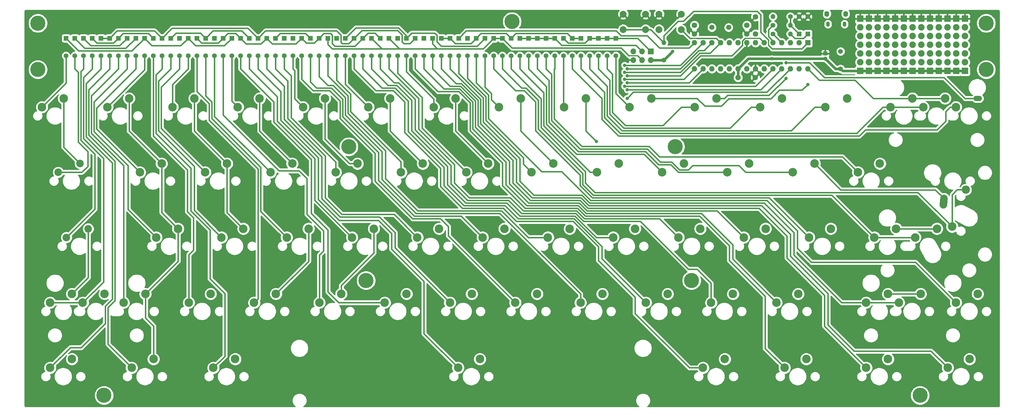
<source format=gbl>
G04 #@! TF.GenerationSoftware,KiCad,Pcbnew,(5.1.6)-1*
G04 #@! TF.CreationDate,2020-08-30T19:28:48+05:30*
G04 #@! TF.ProjectId,tartan,74617274-616e-42e6-9b69-6361645f7063,rev?*
G04 #@! TF.SameCoordinates,Original*
G04 #@! TF.FileFunction,Copper,L2,Bot*
G04 #@! TF.FilePolarity,Positive*
%FSLAX46Y46*%
G04 Gerber Fmt 4.6, Leading zero omitted, Abs format (unit mm)*
G04 Created by KiCad (PCBNEW (5.1.6)-1) date 2020-08-30 19:28:48*
%MOMM*%
%LPD*%
G01*
G04 APERTURE LIST*
G04 #@! TA.AperFunction,ComponentPad*
%ADD10O,1.350000X1.700000*%
G04 #@! TD*
G04 #@! TA.AperFunction,ComponentPad*
%ADD11O,1.100000X1.500000*%
G04 #@! TD*
G04 #@! TA.AperFunction,ComponentPad*
%ADD12C,2.500000*%
G04 #@! TD*
G04 #@! TA.AperFunction,ComponentPad*
%ADD13C,2.400000*%
G04 #@! TD*
G04 #@! TA.AperFunction,ComponentPad*
%ADD14R,1.900000X1.900000*%
G04 #@! TD*
G04 #@! TA.AperFunction,ComponentPad*
%ADD15C,1.900000*%
G04 #@! TD*
G04 #@! TA.AperFunction,ComponentPad*
%ADD16O,1.600000X1.600000*%
G04 #@! TD*
G04 #@! TA.AperFunction,ComponentPad*
%ADD17R,1.600000X1.600000*%
G04 #@! TD*
G04 #@! TA.AperFunction,ComponentPad*
%ADD18C,1.400000*%
G04 #@! TD*
G04 #@! TA.AperFunction,ComponentPad*
%ADD19R,1.400000X1.400000*%
G04 #@! TD*
G04 #@! TA.AperFunction,ComponentPad*
%ADD20C,2.200000*%
G04 #@! TD*
G04 #@! TA.AperFunction,ComponentPad*
%ADD21C,4.400000*%
G04 #@! TD*
G04 #@! TA.AperFunction,ComponentPad*
%ADD22C,2.000000*%
G04 #@! TD*
G04 #@! TA.AperFunction,ComponentPad*
%ADD23O,2.500000X1.500000*%
G04 #@! TD*
G04 #@! TA.AperFunction,ComponentPad*
%ADD24R,1.200000X1.200000*%
G04 #@! TD*
G04 #@! TA.AperFunction,ComponentPad*
%ADD25C,1.200000*%
G04 #@! TD*
G04 #@! TA.AperFunction,ComponentPad*
%ADD26C,1.600000*%
G04 #@! TD*
G04 #@! TA.AperFunction,ComponentPad*
%ADD27O,1.400000X1.400000*%
G04 #@! TD*
G04 #@! TA.AperFunction,ComponentPad*
%ADD28C,1.500000*%
G04 #@! TD*
G04 #@! TA.AperFunction,ComponentPad*
%ADD29O,1.700000X1.700000*%
G04 #@! TD*
G04 #@! TA.AperFunction,ComponentPad*
%ADD30R,1.700000X1.700000*%
G04 #@! TD*
G04 #@! TA.AperFunction,ViaPad*
%ADD31C,1.000000*%
G04 #@! TD*
G04 #@! TA.AperFunction,Conductor*
%ADD32C,0.400000*%
G04 #@! TD*
G04 #@! TA.AperFunction,Conductor*
%ADD33C,0.800000*%
G04 #@! TD*
G04 #@! TA.AperFunction,Conductor*
%ADD34C,0.300000*%
G04 #@! TD*
G04 #@! TA.AperFunction,Conductor*
%ADD35C,0.254000*%
G04 #@! TD*
G04 APERTURE END LIST*
D10*
X264124845Y-31760042D03*
X269584845Y-31760042D03*
D11*
X264434845Y-34760042D03*
X269274845Y-34760042D03*
D12*
X296165000Y-94420000D03*
X289815000Y-96960000D03*
X298540000Y-56420000D03*
X292190000Y-58960000D03*
X289040000Y-56420000D03*
X282690000Y-58960000D03*
X281915000Y-113420000D03*
X275565000Y-115960000D03*
X53915000Y-113420000D03*
X47565000Y-115960000D03*
X291415000Y-113420000D03*
X285065000Y-115960000D03*
X308040000Y-113420000D03*
X301690000Y-115960000D03*
X305665000Y-132420000D03*
X299315000Y-134960000D03*
X281915000Y-132420000D03*
X275565000Y-134960000D03*
X258165000Y-132420000D03*
X251815000Y-134960000D03*
X234415000Y-132420000D03*
X228065000Y-134960000D03*
X91915000Y-132420000D03*
X85565000Y-134960000D03*
X68165000Y-132420000D03*
X61815000Y-134960000D03*
X44415000Y-132420000D03*
X38065000Y-134960000D03*
X300585000Y-93810000D03*
D13*
X304560000Y-83040000D03*
G04 #@! TA.AperFunction,ComponentPad*
G36*
G01*
X297948831Y-88562199D02*
X297948831Y-88562199D01*
G75*
G02*
X296948888Y-87370514I95871J1095814D01*
G01*
X297114484Y-85477744D01*
G75*
G02*
X298306169Y-84477801I1095814J-95871D01*
G01*
X298306169Y-84477801D01*
G75*
G02*
X299306112Y-85669486I-95871J-1095814D01*
G01*
X299140516Y-87562256D01*
G75*
G02*
X297948831Y-88562199I-1095814J95871D01*
G01*
G37*
G04 #@! TD.AperFunction*
D14*
X296700000Y-33175000D03*
X299240000Y-33175000D03*
X294160000Y-33175000D03*
X286540000Y-33175000D03*
X289080000Y-33175000D03*
X291620000Y-33175000D03*
X284000000Y-33175000D03*
X281460000Y-33175000D03*
X278920000Y-33175000D03*
X276380000Y-33175000D03*
X273840000Y-33175000D03*
X299240000Y-48415000D03*
X294160000Y-48415000D03*
X296700000Y-48415000D03*
X291620000Y-48415000D03*
X284000000Y-48415000D03*
X286540000Y-48415000D03*
X289080000Y-48415000D03*
X281460000Y-48415000D03*
X278920000Y-48415000D03*
X276380000Y-48415000D03*
D15*
X294160000Y-35715000D03*
X281460000Y-38255000D03*
X296700000Y-35715000D03*
X286540000Y-35715000D03*
X299240000Y-35715000D03*
X284000000Y-35715000D03*
X291620000Y-35715000D03*
X273840000Y-35715000D03*
X289080000Y-35715000D03*
X281460000Y-35715000D03*
X276380000Y-35715000D03*
X286540000Y-38255000D03*
X278920000Y-35715000D03*
X299240000Y-38255000D03*
X291620000Y-38255000D03*
X278920000Y-38255000D03*
X289080000Y-38255000D03*
X284000000Y-38255000D03*
X296700000Y-40795000D03*
X289080000Y-40795000D03*
X284000000Y-40795000D03*
X299240000Y-40795000D03*
X281460000Y-40795000D03*
X278920000Y-40795000D03*
X273840000Y-40795000D03*
X286540000Y-40795000D03*
X291620000Y-40795000D03*
X276380000Y-40795000D03*
X273840000Y-38255000D03*
X276380000Y-38255000D03*
X294160000Y-38255000D03*
X294160000Y-40795000D03*
X296700000Y-38255000D03*
X286540000Y-43335000D03*
X281460000Y-43335000D03*
X299240000Y-43335000D03*
X276380000Y-43335000D03*
X294160000Y-43335000D03*
X296700000Y-43335000D03*
X291620000Y-43335000D03*
X278920000Y-43335000D03*
X289080000Y-43335000D03*
X284000000Y-43335000D03*
X273840000Y-43335000D03*
X286540000Y-45875000D03*
X281460000Y-45875000D03*
X299240000Y-45875000D03*
X276380000Y-45875000D03*
X294160000Y-45875000D03*
X296700000Y-45875000D03*
X291620000Y-45875000D03*
X278920000Y-45875000D03*
X289080000Y-45875000D03*
X284000000Y-45875000D03*
X273840000Y-45875000D03*
D14*
X273840000Y-48415000D03*
D15*
X301780000Y-38255000D03*
X301780000Y-43335000D03*
X304320000Y-43335000D03*
X304320000Y-45875000D03*
X301780000Y-45875000D03*
X304320000Y-35715000D03*
D14*
X304320000Y-33175000D03*
D15*
X301780000Y-40795000D03*
X301780000Y-35715000D03*
X304320000Y-38255000D03*
D14*
X301780000Y-48415000D03*
X304320000Y-48415000D03*
X301780000Y-33175000D03*
D15*
X304320000Y-40795000D03*
D12*
X251040000Y-56420000D03*
X244690000Y-58960000D03*
D16*
X258600000Y-47780000D03*
X225580000Y-40160000D03*
X256060000Y-47780000D03*
X228120000Y-40160000D03*
X253520000Y-47780000D03*
X230660000Y-40160000D03*
X250980000Y-47780000D03*
X233200000Y-40160000D03*
X248440000Y-47780000D03*
X235740000Y-40160000D03*
X245900000Y-47780000D03*
X238280000Y-40160000D03*
X243360000Y-47780000D03*
X240820000Y-40160000D03*
X240820000Y-47780000D03*
X243360000Y-40160000D03*
X238280000Y-47780000D03*
X245900000Y-40160000D03*
X235740000Y-47780000D03*
X248440000Y-40160000D03*
X233200000Y-47780000D03*
X250980000Y-40160000D03*
X230660000Y-47780000D03*
X253520000Y-40160000D03*
X228120000Y-47780000D03*
X256060000Y-40160000D03*
X225580000Y-47780000D03*
D17*
X258600000Y-40160000D03*
D18*
X131600000Y-43970000D03*
D19*
X131600000Y-38890000D03*
D20*
X49165000Y-94420000D03*
X42815000Y-96960000D03*
X46790000Y-75420000D03*
X40440000Y-77960000D03*
D21*
X172500000Y-34000000D03*
D12*
X213040000Y-56420000D03*
X206690000Y-58960000D03*
D22*
X204856000Y-36350000D03*
X204856000Y-31850000D03*
X211356000Y-36350000D03*
X211356000Y-31850000D03*
D12*
X122790000Y-113420000D03*
X116440000Y-115960000D03*
X99040000Y-56420000D03*
X92690000Y-58960000D03*
X163165000Y-132420000D03*
X156815000Y-134960000D03*
X255790000Y-113420000D03*
X249440000Y-115960000D03*
X284290000Y-94420000D03*
X277940000Y-96960000D03*
X38065000Y-115960000D03*
X44415000Y-113420000D03*
X42040000Y-56420000D03*
X35690000Y-58960000D03*
X265290000Y-94420000D03*
X258940000Y-96960000D03*
X260540000Y-75420000D03*
X254190000Y-77960000D03*
X137040000Y-56420000D03*
X130690000Y-58960000D03*
X61040000Y-56420000D03*
X54690000Y-58960000D03*
X80040000Y-56420000D03*
X73690000Y-58960000D03*
X118040000Y-56420000D03*
X111690000Y-58960000D03*
X156040000Y-56420000D03*
X149690000Y-58960000D03*
X175040000Y-56420000D03*
X168690000Y-58960000D03*
X194040000Y-56420000D03*
X187690000Y-58960000D03*
X232040000Y-56420000D03*
X225690000Y-58960000D03*
X270040000Y-56420000D03*
X263690000Y-58960000D03*
D23*
X308040000Y-56420000D03*
D12*
X301690000Y-58960000D03*
X70540000Y-75420000D03*
X64190000Y-77960000D03*
X89540000Y-75420000D03*
X83190000Y-77960000D03*
X108540000Y-75420000D03*
X102190000Y-77960000D03*
X127540000Y-75420000D03*
X121190000Y-77960000D03*
X146540000Y-75420000D03*
X140190000Y-77960000D03*
X165540000Y-75420000D03*
X159190000Y-77960000D03*
X184540000Y-75420000D03*
X178190000Y-77960000D03*
X203540000Y-75420000D03*
X197190000Y-77960000D03*
X279540000Y-75420000D03*
X273190000Y-77960000D03*
X75290000Y-94420000D03*
X68940000Y-96960000D03*
X94290000Y-94420000D03*
X87940000Y-96960000D03*
X113290000Y-94420000D03*
X106940000Y-96960000D03*
X132290000Y-94420000D03*
X125940000Y-96960000D03*
X151290000Y-94420000D03*
X144940000Y-96960000D03*
X170290000Y-94420000D03*
X163940000Y-96960000D03*
X222540000Y-75420000D03*
X216190000Y-77960000D03*
X241540000Y-75420000D03*
X235190000Y-77960000D03*
X189290000Y-94420000D03*
X182940000Y-96960000D03*
X208290000Y-94420000D03*
X201940000Y-96960000D03*
X227290000Y-94420000D03*
X220940000Y-96960000D03*
X246290000Y-94420000D03*
X239940000Y-96960000D03*
X65790000Y-113420000D03*
X59440000Y-115960000D03*
X84790000Y-113420000D03*
X78440000Y-115960000D03*
X103790000Y-113420000D03*
X97440000Y-115960000D03*
X141790000Y-113420000D03*
X135440000Y-115960000D03*
X160790000Y-113420000D03*
X154440000Y-115960000D03*
X179790000Y-113420000D03*
X173440000Y-115960000D03*
X198790000Y-113420000D03*
X192440000Y-115960000D03*
X217790000Y-113420000D03*
X211440000Y-115960000D03*
X236790000Y-113420000D03*
X230440000Y-115960000D03*
D19*
X162080000Y-38890000D03*
D18*
X162080000Y-43970000D03*
D19*
X154460000Y-38890000D03*
D18*
X154460000Y-43970000D03*
D24*
X263680000Y-43335000D03*
D25*
X263680000Y-44835000D03*
D26*
X243360000Y-37620000D03*
X243360000Y-32620000D03*
X243280000Y-50320000D03*
X238280000Y-50320000D03*
X225580000Y-35120000D03*
X225580000Y-37620000D03*
X240820000Y-37620000D03*
X240820000Y-35120000D03*
D19*
X42700000Y-38890000D03*
D18*
X42700000Y-43970000D03*
D19*
X65560000Y-38890000D03*
D18*
X65560000Y-43970000D03*
D19*
X78260000Y-38890000D03*
D18*
X78260000Y-43970000D03*
D19*
X90960000Y-38890000D03*
D18*
X90960000Y-43970000D03*
X108740000Y-43970000D03*
D19*
X108740000Y-38890000D03*
X123980000Y-38890000D03*
D18*
X123980000Y-43970000D03*
X141760000Y-43970000D03*
D19*
X141760000Y-38890000D03*
D18*
X164620000Y-43970000D03*
D19*
X164620000Y-38890000D03*
D18*
X187480000Y-43970000D03*
D19*
X187480000Y-38890000D03*
X202720000Y-38890000D03*
D18*
X202720000Y-43970000D03*
D19*
X200180000Y-38890000D03*
D18*
X200180000Y-43970000D03*
D19*
X197640000Y-38890000D03*
D18*
X197640000Y-43970000D03*
X195100000Y-43970000D03*
D19*
X195100000Y-38890000D03*
X70640000Y-38890000D03*
D18*
X70640000Y-43970000D03*
X98580000Y-43970000D03*
D19*
X98580000Y-38890000D03*
D18*
X192560000Y-43970000D03*
D19*
X192560000Y-38890000D03*
X190020000Y-38890000D03*
D18*
X190020000Y-43970000D03*
X151920000Y-43970000D03*
D19*
X151920000Y-38890000D03*
X144300000Y-38890000D03*
D18*
X144300000Y-43970000D03*
X45240000Y-43970000D03*
D19*
X45240000Y-38890000D03*
D18*
X63020000Y-43970000D03*
D19*
X63020000Y-38890000D03*
D18*
X75720000Y-43970000D03*
D19*
X75720000Y-38890000D03*
X85880000Y-38890000D03*
D18*
X85880000Y-43970000D03*
D19*
X106200000Y-38890000D03*
D18*
X106200000Y-43970000D03*
X121440000Y-43970000D03*
D19*
X121440000Y-38890000D03*
D18*
X139220000Y-43970000D03*
D19*
X139220000Y-38890000D03*
D18*
X159540000Y-43970000D03*
D19*
X159540000Y-38890000D03*
X174780000Y-38890000D03*
D18*
X174780000Y-43970000D03*
X177320000Y-43970000D03*
D19*
X177320000Y-38890000D03*
D18*
X179860000Y-43970000D03*
D19*
X179860000Y-38890000D03*
X182400000Y-38890000D03*
D18*
X182400000Y-43970000D03*
D19*
X184940000Y-38890000D03*
D18*
X184940000Y-43970000D03*
D19*
X172240000Y-38890000D03*
D18*
X172240000Y-43970000D03*
X47780000Y-43970000D03*
D19*
X47780000Y-38890000D03*
D18*
X60480000Y-43970000D03*
D19*
X60480000Y-38890000D03*
X73180000Y-38890000D03*
D18*
X73180000Y-43970000D03*
D19*
X83340000Y-38890000D03*
D18*
X83340000Y-43970000D03*
D19*
X96040000Y-38890000D03*
D18*
X96040000Y-43970000D03*
D19*
X103660000Y-38890000D03*
D18*
X103660000Y-43970000D03*
X113820000Y-43970000D03*
D19*
X113820000Y-38890000D03*
D18*
X118900000Y-43970000D03*
D19*
X118900000Y-38890000D03*
X136680000Y-38890000D03*
D18*
X136680000Y-43970000D03*
X149380000Y-43970000D03*
D19*
X149380000Y-38890000D03*
X167160000Y-38890000D03*
D18*
X167160000Y-43970000D03*
D19*
X169700000Y-38890000D03*
D18*
X169700000Y-43970000D03*
X52860000Y-43970000D03*
D19*
X52860000Y-38890000D03*
D18*
X55400000Y-43970000D03*
D19*
X55400000Y-38890000D03*
D18*
X268125000Y-47800000D03*
X268125000Y-42700000D03*
D21*
X34500000Y-34500000D03*
X34500000Y-48000000D03*
X310500000Y-34500000D03*
X310500000Y-48000000D03*
X53750000Y-143000000D03*
X130000000Y-109500000D03*
X125000000Y-70500000D03*
X291250000Y-143000000D03*
X220000000Y-70500000D03*
D18*
X216690000Y-45240000D03*
D27*
X216690000Y-40160000D03*
X248440000Y-32540000D03*
D18*
X253520000Y-32540000D03*
X248440000Y-37620000D03*
D27*
X253520000Y-37620000D03*
X253520000Y-35080000D03*
D18*
X248440000Y-35080000D03*
D28*
X230660000Y-35715000D03*
X235540000Y-35715000D03*
D18*
X126520000Y-43970000D03*
D19*
X126520000Y-38890000D03*
D21*
X224750000Y-109500000D03*
D29*
X207800000Y-45240000D03*
X207800000Y-42700000D03*
X210340000Y-45240000D03*
X210340000Y-42700000D03*
X212880000Y-45240000D03*
D30*
X212880000Y-42700000D03*
D18*
X50320000Y-43970000D03*
D19*
X50320000Y-38890000D03*
X57940000Y-38890000D03*
D18*
X57940000Y-43970000D03*
X68100000Y-43970000D03*
D19*
X68100000Y-38890000D03*
D18*
X80800000Y-43970000D03*
D19*
X80800000Y-38890000D03*
X88420000Y-38890000D03*
D18*
X88420000Y-43970000D03*
X93500000Y-43970000D03*
D19*
X93500000Y-38890000D03*
X101120000Y-38890000D03*
D18*
X101120000Y-43970000D03*
X111280000Y-43970000D03*
D19*
X111280000Y-38890000D03*
X116360000Y-38890000D03*
D18*
X116360000Y-43970000D03*
X129060000Y-43970000D03*
D19*
X129060000Y-38890000D03*
X134140000Y-38890000D03*
D18*
X134140000Y-43970000D03*
X146840000Y-43970000D03*
D19*
X146840000Y-38890000D03*
X157000000Y-38890000D03*
D18*
X157000000Y-43970000D03*
D19*
X256060000Y-37620000D03*
D18*
X256060000Y-32540000D03*
X258600000Y-32540000D03*
D19*
X258600000Y-37620000D03*
D22*
X215270000Y-36350000D03*
X215270000Y-31850000D03*
X221770000Y-36350000D03*
X221770000Y-31850000D03*
D31*
X238280000Y-44478000D03*
X258600000Y-43208000D03*
X246281000Y-32540000D03*
X246154000Y-36858000D03*
X225580000Y-32413000D03*
X228374000Y-32413000D03*
X230914000Y-32413000D03*
X235740000Y-32413000D03*
X238280000Y-32413000D03*
X240820000Y-32413000D03*
X233200000Y-32413000D03*
X263680000Y-47780000D03*
X228120000Y-50447000D03*
X32000000Y-32000000D03*
X32000000Y-41000000D03*
X32000000Y-52000000D03*
X32000000Y-90000000D03*
X32000000Y-128000000D03*
X32000000Y-145000000D03*
X77000000Y-145000000D03*
X130000000Y-145000000D03*
X187000000Y-145000000D03*
X244000000Y-145000000D03*
X313000000Y-145000000D03*
X268000000Y-145000000D03*
X313000000Y-128000000D03*
X313000000Y-109000000D03*
X313000000Y-90000000D03*
X313000000Y-71000000D03*
X313000000Y-52000000D03*
X313000000Y-41000000D03*
X313000000Y-32000000D03*
X32000000Y-109000000D03*
X32000000Y-71000000D03*
X66830000Y-45367000D03*
X79530000Y-45367000D03*
X92230000Y-45367000D03*
X105438000Y-75339000D03*
X110010000Y-45367000D03*
X120424000Y-58067000D03*
X116487000Y-67846000D03*
X137315000Y-91849000D03*
X134648000Y-95786000D03*
X115344000Y-88801000D03*
X112550000Y-77498000D03*
X101374000Y-57940000D03*
X82070000Y-58575000D03*
X125250000Y-45367000D03*
X155222000Y-87658000D03*
X155857000Y-92357000D03*
X160810000Y-91468000D03*
X176431000Y-93881000D03*
X143030000Y-45494000D03*
X165890000Y-42192000D03*
X169319000Y-83848000D03*
X223802000Y-70513000D03*
X197000000Y-94000000D03*
X218595000Y-92191900D03*
X235155800Y-89944000D03*
X252453200Y-86172100D03*
X258447600Y-93766700D03*
X264975400Y-86172100D03*
X268531400Y-85283100D03*
X263045000Y-75402500D03*
X250992700Y-70360600D03*
X278894600Y-63464500D03*
X221008000Y-40160000D03*
X248083000Y-44835000D03*
X219230000Y-42700000D03*
X206022000Y-49812000D03*
X205260000Y-46764000D03*
X206022000Y-47780000D03*
X258600000Y-52352000D03*
X205260000Y-48796000D03*
X197057000Y-68937000D03*
X206026000Y-56420000D03*
X206022000Y-53876000D03*
X205260000Y-52860000D03*
X252250000Y-50574000D03*
X252250000Y-46002000D03*
X205260000Y-50828000D03*
X206022000Y-51844000D03*
D32*
X243360000Y-47780000D02*
X242090000Y-49050000D01*
X243360000Y-47780000D02*
X244630000Y-49050000D01*
D33*
X212880000Y-45240000D02*
X216690000Y-45240000D01*
X238280000Y-47780000D02*
X238280000Y-50320000D01*
X243360000Y-40160000D02*
X243408000Y-40160000D01*
X263680000Y-44835000D02*
X248083000Y-44835000D01*
X248083000Y-44835000D02*
X245495000Y-44835000D01*
X241225000Y-44835000D02*
X238280000Y-47780000D01*
X245495000Y-44835000D02*
X241225000Y-44835000D01*
X266645000Y-47800000D02*
X263680000Y-44835000D01*
X268125000Y-47800000D02*
X266645000Y-47800000D01*
X219230000Y-42700000D02*
X216690000Y-45240000D01*
X268740000Y-48415000D02*
X273840000Y-48415000D01*
X268125000Y-47800000D02*
X268740000Y-48415000D01*
X273840000Y-48415000D02*
X304320000Y-48415000D01*
D32*
X209070000Y-38890000D02*
X212880000Y-42700000D01*
X202720000Y-38890000D02*
X209070000Y-38890000D01*
X187480000Y-38890000D02*
X187495010Y-38890000D01*
X193718010Y-40271990D02*
X195100000Y-38890000D01*
X187480000Y-38890000D02*
X188861990Y-40271990D01*
X188861990Y-40271990D02*
X193718010Y-40271990D01*
X195100000Y-38890000D02*
X197640000Y-38890000D01*
X197640000Y-38890000D02*
X200180000Y-38890000D01*
X200180000Y-38890000D02*
X202720000Y-38890000D01*
X143284000Y-37366000D02*
X141760000Y-38890000D01*
X162349010Y-41160990D02*
X151904990Y-41160990D01*
X164620000Y-38890000D02*
X162349010Y-41160990D01*
X151904990Y-41160990D02*
X150650000Y-39906000D01*
X150650000Y-39906000D02*
X150650000Y-38001000D01*
X150650000Y-38001000D02*
X150015000Y-37366000D01*
X150015000Y-37366000D02*
X143284000Y-37366000D01*
X127028000Y-35842000D02*
X123980000Y-38890000D01*
X139474000Y-35842000D02*
X127028000Y-35842000D01*
X141760000Y-38890000D02*
X141760000Y-38128000D01*
X141760000Y-38128000D02*
X139474000Y-35842000D01*
X80419000Y-41049000D02*
X78260000Y-38890000D01*
X90960000Y-38890000D02*
X88801000Y-41049000D01*
X88801000Y-41049000D02*
X80419000Y-41049000D01*
X65560000Y-38890000D02*
X67719000Y-41049000D01*
X76101000Y-41049000D02*
X78260000Y-38890000D01*
X67719000Y-41049000D02*
X76101000Y-41049000D01*
X46383000Y-42573000D02*
X42700000Y-38890000D01*
X65560000Y-38890000D02*
X61877000Y-42573000D01*
X61877000Y-42573000D02*
X46383000Y-42573000D01*
X42700000Y-51950000D02*
X35690000Y-58960000D01*
X42700000Y-47780000D02*
X42700000Y-51950000D01*
X42700000Y-47780000D02*
X42700000Y-43970000D01*
X65560000Y-48090000D02*
X54690000Y-58960000D01*
X65560000Y-47780000D02*
X65560000Y-48090000D01*
X65560000Y-47780000D02*
X65560000Y-43970000D01*
X73690000Y-52350000D02*
X73690000Y-58960000D01*
X78260000Y-47780000D02*
X73690000Y-52350000D01*
X78260000Y-47780000D02*
X78260000Y-43970000D01*
X90960000Y-57230000D02*
X92690000Y-58960000D01*
X90960000Y-48288000D02*
X90960000Y-43970000D01*
X90960000Y-48288000D02*
X90960000Y-57230000D01*
X90960000Y-47780000D02*
X90960000Y-48288000D01*
X109248000Y-56518000D02*
X111690000Y-58960000D01*
X109248000Y-48288000D02*
X109248000Y-56518000D01*
X108740000Y-43970000D02*
X108740000Y-47780000D01*
X108740000Y-47780000D02*
X109248000Y-48288000D01*
X123980000Y-52250000D02*
X130690000Y-58960000D01*
X123980000Y-47780000D02*
X123980000Y-52250000D01*
X123980000Y-47780000D02*
X123980000Y-43970000D01*
X149690000Y-56599000D02*
X149690000Y-58960000D01*
X141760000Y-43970000D02*
X141760000Y-48669000D01*
X141760000Y-48669000D02*
X149690000Y-56599000D01*
X166525000Y-56795000D02*
X168690000Y-58960000D01*
X166525000Y-55019000D02*
X166525000Y-56795000D01*
X164620000Y-43970000D02*
X164620000Y-53114000D01*
X164620000Y-53114000D02*
X166525000Y-55019000D01*
X187480000Y-58750000D02*
X187690000Y-58960000D01*
X187480000Y-47780000D02*
X187480000Y-58750000D01*
X187480000Y-47780000D02*
X187480000Y-43970000D01*
X202720000Y-54990000D02*
X206690000Y-58960000D01*
X202720000Y-47780000D02*
X202720000Y-54990000D01*
X202720000Y-47780000D02*
X202720000Y-43970000D01*
X221766000Y-58960000D02*
X225690000Y-58960000D01*
X216436000Y-64290000D02*
X221766000Y-58960000D01*
X205514000Y-64290000D02*
X216436000Y-64290000D01*
X201704000Y-60480000D02*
X205514000Y-64290000D01*
X200180000Y-47780000D02*
X201704000Y-49304000D01*
X201704000Y-49304000D02*
X201704000Y-60480000D01*
X200180000Y-47780000D02*
X200180000Y-43970000D01*
X242086000Y-58960000D02*
X244690000Y-58960000D01*
X235994000Y-65052000D02*
X242086000Y-58960000D01*
X205006000Y-65052000D02*
X235994000Y-65052000D01*
X200942000Y-60988000D02*
X205006000Y-65052000D01*
X197640000Y-47780000D02*
X200942000Y-51082000D01*
X200942000Y-51082000D02*
X200942000Y-60988000D01*
X197640000Y-47780000D02*
X197640000Y-43970000D01*
X260628000Y-58960000D02*
X263690000Y-58960000D01*
X253774000Y-65814000D02*
X260628000Y-58960000D01*
X204498000Y-65814000D02*
X253774000Y-65814000D01*
X200180000Y-61496000D02*
X204498000Y-65814000D01*
X195100000Y-47780000D02*
X200180000Y-52860000D01*
X200180000Y-52860000D02*
X200180000Y-61496000D01*
X195100000Y-47780000D02*
X195100000Y-43970000D01*
X117757000Y-37493000D02*
X116360000Y-38890000D01*
X126774000Y-41176000D02*
X120932000Y-41176000D01*
X129060000Y-38890000D02*
X126774000Y-41176000D01*
X120932000Y-41176000D02*
X120170000Y-40414000D01*
X120170000Y-40414000D02*
X120170000Y-38001000D01*
X120170000Y-38001000D02*
X119662000Y-37493000D01*
X119662000Y-37493000D02*
X117757000Y-37493000D01*
X129060000Y-38890000D02*
X129075010Y-38890000D01*
X129075010Y-38890000D02*
X130584000Y-37381010D01*
X132631010Y-37381010D02*
X134140000Y-38890000D01*
X130584000Y-37381010D02*
X132631010Y-37381010D01*
X112677000Y-40287000D02*
X111280000Y-38890000D01*
X116360000Y-38890000D02*
X114963000Y-40287000D01*
X114963000Y-40287000D02*
X112677000Y-40287000D01*
X102771000Y-40541000D02*
X101120000Y-38890000D01*
X111280000Y-38890000D02*
X109629000Y-40541000D01*
X109629000Y-40541000D02*
X102771000Y-40541000D01*
X95151000Y-40541000D02*
X93500000Y-38890000D01*
X101120000Y-38890000D02*
X99469000Y-40541000D01*
X99469000Y-40541000D02*
X95151000Y-40541000D01*
X89817000Y-37493000D02*
X88420000Y-38890000D01*
X93500000Y-38890000D02*
X92103000Y-37493000D01*
X92103000Y-37493000D02*
X89817000Y-37493000D01*
X82197000Y-40287000D02*
X80800000Y-38890000D01*
X88420000Y-38890000D02*
X87023000Y-40287000D01*
X87023000Y-40287000D02*
X82197000Y-40287000D01*
X68100000Y-38890000D02*
X66703000Y-37493000D01*
X59337000Y-37493000D02*
X57940000Y-38890000D01*
X66703000Y-37493000D02*
X59337000Y-37493000D01*
X50320000Y-38890000D02*
X51717000Y-40287000D01*
X56543000Y-40287000D02*
X57940000Y-38890000D01*
X51717000Y-40287000D02*
X56543000Y-40287000D01*
X225580000Y-40160000D02*
X224056000Y-41684000D01*
X215420000Y-41684000D02*
X211864000Y-38128000D01*
X224056000Y-41684000D02*
X215420000Y-41684000D01*
X211864000Y-38128000D02*
X204244000Y-38128000D01*
X159159000Y-36731000D02*
X157000000Y-38890000D01*
X204244000Y-38128000D02*
X202847000Y-36731000D01*
X202847000Y-36731000D02*
X159159000Y-36731000D01*
X45240000Y-47780000D02*
X46256000Y-48796000D01*
X40440000Y-77960000D02*
X47318000Y-77960000D01*
X47318000Y-77960000D02*
X49050000Y-76228000D01*
X49050000Y-71910000D02*
X46256000Y-69116000D01*
X49050000Y-76228000D02*
X49050000Y-71910000D01*
X46256000Y-48796000D02*
X46256000Y-69116000D01*
X45240000Y-47780000D02*
X45240000Y-43970000D01*
X186972000Y-40922000D02*
X184940000Y-38890000D01*
X210340000Y-42700000D02*
X208562000Y-40922000D01*
X208562000Y-40922000D02*
X186972000Y-40922000D01*
X184940000Y-38890000D02*
X182400000Y-38890000D01*
X182400000Y-38890000D02*
X179860000Y-38890000D01*
X177320000Y-38890000D02*
X179860000Y-38890000D01*
X174780000Y-38890000D02*
X177320000Y-38890000D01*
X48161000Y-41811000D02*
X45240000Y-38890000D01*
X63020000Y-38890000D02*
X60099000Y-41811000D01*
X60099000Y-41811000D02*
X48161000Y-41811000D01*
X63020000Y-47780000D02*
X51590000Y-59210000D01*
X51590000Y-65360000D02*
X64190000Y-77960000D01*
X51590000Y-59210000D02*
X51590000Y-65360000D01*
X63020000Y-47780000D02*
X63020000Y-43970000D01*
X70386000Y-53114000D02*
X75720000Y-47780000D01*
X83190000Y-77960000D02*
X70386000Y-65156000D01*
X70386000Y-65156000D02*
X70386000Y-53114000D01*
X75720000Y-47145000D02*
X75720000Y-47780000D01*
X75720000Y-47145000D02*
X75720000Y-43970000D01*
X75720000Y-47526000D02*
X75720000Y-47145000D01*
X85880000Y-61650000D02*
X102190000Y-77960000D01*
X85880000Y-43970000D02*
X85880000Y-48161000D01*
X85880000Y-47780000D02*
X85880000Y-48161000D01*
X85880000Y-48161000D02*
X85880000Y-61650000D01*
X121190000Y-74962000D02*
X121190000Y-77960000D01*
X108232000Y-62004000D02*
X121190000Y-74962000D01*
X106200000Y-47780000D02*
X108232000Y-49812000D01*
X108232000Y-49812000D02*
X108232000Y-62004000D01*
X106200000Y-43970000D02*
X106200000Y-47780000D01*
X140190000Y-74912000D02*
X140190000Y-77960000D01*
X125504000Y-60226000D02*
X140190000Y-74912000D01*
X125504000Y-55146000D02*
X125504000Y-60226000D01*
X121440000Y-47780000D02*
X121440000Y-51082000D01*
X121440000Y-51082000D02*
X125504000Y-55146000D01*
X121440000Y-47780000D02*
X121440000Y-43970000D01*
X146332000Y-65102000D02*
X159190000Y-77960000D01*
X146332000Y-56162000D02*
X146332000Y-65102000D01*
X139220000Y-43970000D02*
X139220000Y-49050000D01*
X139220000Y-49050000D02*
X146332000Y-56162000D01*
X159540000Y-50574000D02*
X159540000Y-43970000D01*
X164874000Y-55908000D02*
X159540000Y-50574000D01*
X164874000Y-62766000D02*
X164874000Y-55908000D01*
X175796000Y-73688000D02*
X164874000Y-62766000D01*
X178190000Y-77960000D02*
X175796000Y-75566000D01*
X175796000Y-75566000D02*
X175796000Y-73688000D01*
X174780000Y-47780000D02*
X174780000Y-43970000D01*
X181765000Y-54765000D02*
X174780000Y-47780000D01*
X181765000Y-64417000D02*
X181765000Y-54765000D01*
X197190000Y-77960000D02*
X195308000Y-77960000D01*
X195308000Y-77960000D02*
X181765000Y-64417000D01*
X210902000Y-72672000D02*
X216190000Y-77960000D01*
X191290000Y-72672000D02*
X210902000Y-72672000D01*
X182527000Y-63909000D02*
X191290000Y-72672000D01*
X182527000Y-52987000D02*
X182527000Y-63909000D01*
X177320000Y-43970000D02*
X177320000Y-47780000D01*
X177320000Y-47780000D02*
X182527000Y-52987000D01*
X215166000Y-75720000D02*
X218722000Y-75720000D01*
X220962000Y-77960000D02*
X235190000Y-77960000D01*
X179860000Y-47780000D02*
X183289000Y-51209000D01*
X218722000Y-75720000D02*
X220962000Y-77960000D01*
X179860000Y-43970000D02*
X179860000Y-47780000D01*
X183289000Y-51209000D02*
X183289000Y-63401000D01*
X183289000Y-63401000D02*
X191798000Y-71910000D01*
X191798000Y-71910000D02*
X211356000Y-71910000D01*
X211356000Y-71910000D02*
X215166000Y-75720000D01*
X192306000Y-71148000D02*
X184051000Y-62893000D01*
X182400000Y-47780000D02*
X182400000Y-43970000D01*
X184051000Y-62893000D02*
X184051000Y-49431000D01*
X211864000Y-71148000D02*
X192306000Y-71148000D01*
X215674000Y-74958000D02*
X211864000Y-71148000D01*
X240520000Y-77960000D02*
X238534000Y-75974000D01*
X254190000Y-77960000D02*
X240520000Y-77960000D01*
X218976000Y-74958000D02*
X215674000Y-74958000D01*
X238534000Y-75974000D02*
X225072000Y-75974000D01*
X225072000Y-75974000D02*
X223802000Y-77244000D01*
X184051000Y-49431000D02*
X182400000Y-47780000D01*
X223802000Y-77244000D02*
X221262000Y-77244000D01*
X221262000Y-77244000D02*
X218976000Y-74958000D01*
X210340000Y-45240000D02*
X209070000Y-43970000D01*
D34*
X209070000Y-43970000D02*
X206530000Y-43970000D01*
D32*
X172494000Y-41684000D02*
X169700000Y-38890000D01*
X206530000Y-43970000D02*
X204244000Y-41684000D01*
X204244000Y-41684000D02*
X172494000Y-41684000D01*
X167160000Y-38890000D02*
X169700000Y-38890000D01*
X149380000Y-40541000D02*
X149380000Y-38890000D01*
X150777000Y-41938000D02*
X149380000Y-40541000D01*
X167160000Y-38890000D02*
X164112000Y-41938000D01*
X164112000Y-41938000D02*
X150777000Y-41938000D01*
X139728000Y-41938000D02*
X138966000Y-41176000D01*
X150777000Y-41938000D02*
X139728000Y-41938000D01*
X138966000Y-41176000D02*
X136680000Y-38890000D01*
X118900000Y-40668000D02*
X118900000Y-38890000D01*
X120170000Y-41938000D02*
X118900000Y-40668000D01*
X128044000Y-41938000D02*
X120170000Y-41938000D01*
X134648000Y-41938000D02*
X135283000Y-41938000D01*
X131600000Y-38890000D02*
X134648000Y-41938000D01*
X139728000Y-41938000D02*
X135283000Y-41938000D01*
X135283000Y-41938000D02*
X128044000Y-41938000D01*
X112423000Y-37493000D02*
X113820000Y-38890000D01*
X105057000Y-37493000D02*
X112423000Y-37493000D01*
X103660000Y-38890000D02*
X105057000Y-37493000D01*
X85499000Y-36731000D02*
X83340000Y-38890000D01*
X96040000Y-38890000D02*
X93881000Y-36731000D01*
X93881000Y-36731000D02*
X85499000Y-36731000D01*
X74704000Y-37366000D02*
X73180000Y-38890000D01*
X83340000Y-38890000D02*
X81816000Y-37366000D01*
X81816000Y-37366000D02*
X74704000Y-37366000D01*
X49939000Y-41049000D02*
X47780000Y-38890000D01*
X60480000Y-38890000D02*
X58321000Y-41049000D01*
X58321000Y-41049000D02*
X49939000Y-41049000D01*
X215420000Y-73434000D02*
X268664000Y-73434000D01*
X184940000Y-47780000D02*
X184813000Y-47907000D01*
X184940000Y-43970000D02*
X184940000Y-47780000D01*
X268664000Y-73434000D02*
X273190000Y-77960000D01*
X184813000Y-47907000D02*
X184813000Y-62385000D01*
X184813000Y-62385000D02*
X192814000Y-70386000D01*
X192814000Y-70386000D02*
X212372000Y-70386000D01*
X212372000Y-70386000D02*
X215420000Y-73434000D01*
X300585000Y-93810000D02*
X300585000Y-84535000D01*
X302080000Y-83040000D02*
X304560000Y-83040000D01*
X300585000Y-84535000D02*
X302080000Y-83040000D01*
X181003000Y-56543000D02*
X172240000Y-47780000D01*
X290623000Y-83848000D02*
X196624000Y-83848000D01*
X300585000Y-93810000D02*
X290623000Y-83848000D01*
X196624000Y-83848000D02*
X193830000Y-81054000D01*
X172240000Y-47780000D02*
X172240000Y-43970000D01*
X193830000Y-81054000D02*
X193830000Y-77752000D01*
X193830000Y-77752000D02*
X181003000Y-64925000D01*
X181003000Y-64925000D02*
X181003000Y-56543000D01*
X51082000Y-88693000D02*
X42815000Y-96960000D01*
X51082000Y-72672000D02*
X51082000Y-88693000D01*
X47018000Y-68608000D02*
X51082000Y-72672000D01*
X47780000Y-47780000D02*
X47018000Y-48542000D01*
X47018000Y-48542000D02*
X47018000Y-68608000D01*
X47780000Y-47780000D02*
X47780000Y-43970000D01*
X60734000Y-88754000D02*
X68940000Y-96960000D01*
X60734000Y-75974000D02*
X60734000Y-88754000D01*
X50828000Y-66068000D02*
X60734000Y-75974000D01*
X60480000Y-47780000D02*
X50828000Y-57432000D01*
X50828000Y-57432000D02*
X50828000Y-66068000D01*
X60480000Y-47780000D02*
X60480000Y-43970000D01*
X80038000Y-89058000D02*
X87940000Y-96960000D01*
X80038000Y-76228000D02*
X80038000Y-89058000D01*
X69624000Y-65814000D02*
X80038000Y-76228000D01*
X73180000Y-47780000D02*
X69624000Y-51336000D01*
X69624000Y-51336000D02*
X69624000Y-65814000D01*
X73180000Y-47780000D02*
X73180000Y-43970000D01*
X99342000Y-89362000D02*
X106940000Y-96960000D01*
X99342000Y-76482000D02*
X99342000Y-89362000D01*
X85118000Y-62258000D02*
X99342000Y-76482000D01*
X85118000Y-57432000D02*
X85118000Y-62258000D01*
X83340000Y-47780000D02*
X83340000Y-55654000D01*
X83340000Y-55654000D02*
X85118000Y-57432000D01*
X83340000Y-47780000D02*
X83340000Y-43970000D01*
X115090000Y-86110000D02*
X125940000Y-96960000D01*
X115090000Y-73942000D02*
X115090000Y-86110000D01*
X104168000Y-63020000D02*
X115090000Y-73942000D01*
X96040000Y-47780000D02*
X104168000Y-55908000D01*
X104168000Y-55908000D02*
X104168000Y-63020000D01*
X96040000Y-47780000D02*
X96040000Y-43970000D01*
X138178000Y-90198000D02*
X144940000Y-96960000D01*
X107216000Y-51336000D02*
X107216000Y-62258000D01*
X103660000Y-47780000D02*
X107216000Y-51336000D01*
X107216000Y-62258000D02*
X118138000Y-73180000D01*
X118138000Y-73180000D02*
X118138000Y-85372000D01*
X118138000Y-85372000D02*
X122964000Y-90198000D01*
X122964000Y-90198000D02*
X138178000Y-90198000D01*
X103660000Y-47780000D02*
X103660000Y-43970000D01*
X133632000Y-80292000D02*
X144046000Y-90706000D01*
X157686000Y-90706000D02*
X163940000Y-96960000D01*
X113820000Y-51590000D02*
X115598000Y-53368000D01*
X113820000Y-47780000D02*
X113820000Y-51590000D01*
X115598000Y-53368000D02*
X119916000Y-53368000D01*
X144046000Y-90706000D02*
X157686000Y-90706000D01*
X119916000Y-53368000D02*
X123218000Y-56670000D01*
X123218000Y-56670000D02*
X123218000Y-61750000D01*
X133632000Y-72164000D02*
X133632000Y-80292000D01*
X123218000Y-61750000D02*
X133632000Y-72164000D01*
X113820000Y-47780000D02*
X113820000Y-43970000D01*
X118900000Y-49812000D02*
X124742000Y-55654000D01*
X118900000Y-47780000D02*
X118900000Y-49812000D01*
X124742000Y-55654000D02*
X124742000Y-60734000D01*
X135664000Y-71656000D02*
X135664000Y-79784000D01*
X124742000Y-60734000D02*
X135664000Y-71656000D01*
X135664000Y-79784000D02*
X145062000Y-89182000D01*
X177224000Y-96960000D02*
X169446000Y-89182000D01*
X182940000Y-96960000D02*
X177224000Y-96960000D01*
X145062000Y-89182000D02*
X169446000Y-89182000D01*
X118900000Y-47780000D02*
X118900000Y-43970000D01*
X136426000Y-52606000D02*
X131600000Y-47780000D01*
X138966000Y-52606000D02*
X136426000Y-52606000D01*
X143284000Y-56924000D02*
X138966000Y-52606000D01*
X143284000Y-65814000D02*
X143284000Y-56924000D01*
X153698000Y-81562000D02*
X153698000Y-76228000D01*
X201940000Y-96960000D02*
X197036000Y-96960000D01*
X153698000Y-76228000D02*
X143284000Y-65814000D01*
X190782000Y-90706000D02*
X174780000Y-90706000D01*
X197036000Y-96960000D02*
X190782000Y-90706000D01*
X174780000Y-90706000D02*
X170970000Y-86896000D01*
X170970000Y-86896000D02*
X159032000Y-86896000D01*
X159032000Y-86896000D02*
X153698000Y-81562000D01*
X131600000Y-47780000D02*
X131600000Y-43970000D01*
X155730000Y-75720000D02*
X145316000Y-65306000D01*
X155730000Y-81054000D02*
X155730000Y-75720000D01*
X145316000Y-56416000D02*
X136680000Y-47780000D01*
X215448000Y-91468000D02*
X193576000Y-91468000D01*
X145316000Y-65306000D02*
X145316000Y-56416000D01*
X160048000Y-85372000D02*
X155730000Y-81054000D01*
X220940000Y-96960000D02*
X215448000Y-91468000D01*
X193576000Y-91468000D02*
X191290000Y-89182000D01*
X191290000Y-89182000D02*
X175796000Y-89182000D01*
X175796000Y-89182000D02*
X171986000Y-85372000D01*
X171986000Y-85372000D02*
X160048000Y-85372000D01*
X136680000Y-47780000D02*
X136680000Y-43970000D01*
X154460000Y-52860000D02*
X149380000Y-47780000D01*
X161826000Y-57178000D02*
X157508000Y-52860000D01*
X161826000Y-64798000D02*
X161826000Y-57178000D01*
X171732000Y-74704000D02*
X161826000Y-64798000D01*
X232162000Y-89182000D02*
X194338000Y-89182000D01*
X239940000Y-96960000D02*
X232162000Y-89182000D01*
X194338000Y-89182000D02*
X192052000Y-86896000D01*
X192052000Y-86896000D02*
X177320000Y-86896000D01*
X177320000Y-86896000D02*
X171732000Y-81308000D01*
X157508000Y-52860000D02*
X154460000Y-52860000D01*
X171732000Y-81308000D02*
X171732000Y-74704000D01*
X149380000Y-47780000D02*
X149380000Y-43970000D01*
X167160000Y-47780000D02*
X167160000Y-43970000D01*
X173510000Y-54130000D02*
X167160000Y-47780000D01*
X179352000Y-57432000D02*
X176050000Y-54130000D01*
X176050000Y-54130000D02*
X173510000Y-54130000D01*
X258940000Y-96960000D02*
X247352000Y-85372000D01*
X247352000Y-85372000D02*
X195862000Y-85372000D01*
X195862000Y-85372000D02*
X192306000Y-81816000D01*
X192306000Y-81816000D02*
X192306000Y-78768000D01*
X192306000Y-78768000D02*
X179352000Y-65814000D01*
X179352000Y-65814000D02*
X179352000Y-57432000D01*
X277940000Y-96960000D02*
X289815000Y-96960000D01*
X169700000Y-47780000D02*
X169700000Y-43970000D01*
X175288000Y-53368000D02*
X169700000Y-47780000D01*
X176558000Y-53368000D02*
X175288000Y-53368000D01*
X180114000Y-56924000D02*
X176558000Y-53368000D01*
X265590000Y-84610000D02*
X196116000Y-84610000D01*
X277940000Y-96960000D02*
X265590000Y-84610000D01*
X196116000Y-84610000D02*
X193068000Y-81562000D01*
X193068000Y-81562000D02*
X193068000Y-78260000D01*
X193068000Y-78260000D02*
X180114000Y-65306000D01*
X180114000Y-65306000D02*
X180114000Y-56924000D01*
X47565000Y-115960000D02*
X38065000Y-115960000D01*
X53622000Y-109903000D02*
X47565000Y-115960000D01*
X53622000Y-73942000D02*
X53622000Y-109903000D01*
X47780000Y-68100000D02*
X53622000Y-73942000D01*
X50320000Y-47780000D02*
X47780000Y-50320000D01*
X47780000Y-50320000D02*
X47780000Y-68100000D01*
X50320000Y-43970000D02*
X50320000Y-47780000D01*
X59440000Y-75950000D02*
X59440000Y-115960000D01*
X50066000Y-66576000D02*
X59440000Y-75950000D01*
X57940000Y-47780000D02*
X50066000Y-55654000D01*
X50066000Y-55654000D02*
X50066000Y-66576000D01*
X57940000Y-43970000D02*
X57940000Y-47780000D01*
X68100000Y-67338000D02*
X78006000Y-77244000D01*
X78440000Y-101956000D02*
X78440000Y-115960000D01*
X78006000Y-77244000D02*
X78006000Y-89436000D01*
X78006000Y-89436000D02*
X79784000Y-91214000D01*
X79784000Y-91214000D02*
X79784000Y-100612000D01*
X79784000Y-100612000D02*
X78440000Y-101956000D01*
X68100000Y-48034000D02*
X68100000Y-43970000D01*
X68100000Y-48034000D02*
X68100000Y-67338000D01*
X68100000Y-47780000D02*
X68100000Y-48034000D01*
X98580000Y-114820000D02*
X97440000Y-115960000D01*
X98580000Y-76990000D02*
X98580000Y-114820000D01*
X84356000Y-62766000D02*
X98580000Y-76990000D01*
X84356000Y-57940000D02*
X84356000Y-62766000D01*
X80800000Y-47780000D02*
X80800000Y-54384000D01*
X80800000Y-54384000D02*
X84356000Y-57940000D01*
X80800000Y-47780000D02*
X80800000Y-43970000D01*
X88420000Y-61242000D02*
X104676000Y-77498000D01*
X104676000Y-77498000D02*
X110518000Y-77498000D01*
X110518000Y-77498000D02*
X112804000Y-79784000D01*
X112804000Y-79784000D02*
X112804000Y-90198000D01*
X112804000Y-90198000D02*
X117630000Y-95024000D01*
X116440000Y-102056000D02*
X117630000Y-100866000D01*
X116440000Y-115960000D02*
X116440000Y-102056000D01*
X117630000Y-95024000D02*
X117630000Y-100866000D01*
X88420000Y-48034000D02*
X88420000Y-43970000D01*
X88420000Y-48034000D02*
X88420000Y-61242000D01*
X88420000Y-47780000D02*
X88420000Y-48034000D01*
X256822000Y-41938000D02*
X248186000Y-41938000D01*
X248186000Y-41938000D02*
X247170000Y-40922000D01*
X258600000Y-40160000D02*
X256822000Y-41938000D01*
D34*
X247170000Y-39398000D02*
X247170000Y-40922000D01*
D32*
X243868000Y-31016000D02*
X244884000Y-32032000D01*
X244884000Y-37112000D02*
X247170000Y-39398000D01*
X244884000Y-32032000D02*
X244884000Y-37112000D01*
X222405000Y-33937000D02*
X225326000Y-31016000D01*
X225326000Y-31016000D02*
X243868000Y-31016000D01*
X216690000Y-38128000D02*
X220881000Y-33937000D01*
X216690000Y-40160000D02*
X216690000Y-38128000D01*
X220881000Y-33937000D02*
X222405000Y-33937000D01*
X204856000Y-36350000D02*
X211356000Y-36350000D01*
X212880000Y-36350000D02*
X216690000Y-40160000D01*
X211356000Y-36350000D02*
X212880000Y-36350000D01*
X248440000Y-37620000D02*
X250980000Y-40160000D01*
X248440000Y-40160000D02*
X248440000Y-39652000D01*
X248440000Y-39652000D02*
X247170000Y-38382000D01*
X247170000Y-36350000D02*
X248440000Y-35080000D01*
X247170000Y-38382000D02*
X247170000Y-36350000D01*
X99040000Y-65920000D02*
X108540000Y-75420000D01*
X99040000Y-56420000D02*
X99040000Y-65920000D01*
X113290000Y-103920000D02*
X103790000Y-113420000D01*
X113290000Y-94420000D02*
X113290000Y-103920000D01*
X245900000Y-40160000D02*
X244630000Y-38890000D01*
D34*
X240312000Y-38890000D02*
X244630000Y-38890000D01*
D32*
X239550000Y-39652000D02*
X240312000Y-38890000D01*
X239550000Y-40922000D02*
X239550000Y-39652000D01*
X236502000Y-43970000D02*
X239550000Y-40922000D01*
X227358000Y-43970000D02*
X236502000Y-43970000D01*
X206022000Y-49812000D02*
X221516000Y-49812000D01*
X221516000Y-49812000D02*
X227358000Y-43970000D01*
X49165000Y-108670000D02*
X44415000Y-113420000D01*
X49165000Y-94420000D02*
X49165000Y-108670000D01*
X42040000Y-70670000D02*
X46790000Y-75420000D01*
X42040000Y-56420000D02*
X42040000Y-70670000D01*
X221516000Y-46764000D02*
X228120000Y-40160000D01*
X205260000Y-46764000D02*
X221516000Y-46764000D01*
X61040000Y-65920000D02*
X70540000Y-75420000D01*
X61040000Y-56420000D02*
X61040000Y-65920000D01*
X65790000Y-113420000D02*
X65790000Y-120400000D01*
X68165000Y-122775000D02*
X68165000Y-132420000D01*
X65790000Y-120400000D02*
X68165000Y-122775000D01*
X75290000Y-103920000D02*
X65790000Y-113420000D01*
X75290000Y-94420000D02*
X75290000Y-103920000D01*
X70540000Y-89670000D02*
X75290000Y-94420000D01*
X70540000Y-75420000D02*
X70540000Y-89670000D01*
X228374000Y-42446000D02*
X230660000Y-40160000D01*
X226850000Y-42446000D02*
X228374000Y-42446000D01*
X206022000Y-47780000D02*
X221516000Y-47780000D01*
X221516000Y-47780000D02*
X226850000Y-42446000D01*
X298540000Y-56420000D02*
X289040000Y-56420000D01*
X258600000Y-52352000D02*
X256949000Y-54003000D01*
X256949000Y-54003000D02*
X252123000Y-54003000D01*
X252123000Y-54003000D02*
X252377000Y-54003000D01*
X250345000Y-54003000D02*
X252123000Y-54003000D01*
X226346000Y-56420000D02*
X228600000Y-58674000D01*
X213040000Y-56420000D02*
X226346000Y-56420000D01*
X228600000Y-58674000D02*
X233426000Y-58674000D01*
X233426000Y-58674000D02*
X235585000Y-56515000D01*
X235585000Y-56515000D02*
X247833000Y-56515000D01*
X247833000Y-56515000D02*
X250345000Y-54003000D01*
X277654000Y-56420000D02*
X289040000Y-56420000D01*
X272316000Y-51082000D02*
X277654000Y-56420000D01*
X258600000Y-47780000D02*
X261902000Y-51082000D01*
X261902000Y-51082000D02*
X272316000Y-51082000D01*
X80040000Y-65920000D02*
X89540000Y-75420000D01*
X80040000Y-56420000D02*
X80040000Y-65920000D01*
X89540000Y-89670000D02*
X94290000Y-94420000D01*
X89540000Y-75420000D02*
X89540000Y-89670000D01*
X231930000Y-38890000D02*
X233200000Y-40160000D01*
D34*
X224818000Y-38890000D02*
X226342000Y-38890000D01*
D32*
X231930000Y-38890000D02*
X226342000Y-38890000D01*
X222405000Y-36985000D02*
X224310000Y-38890000D01*
X224310000Y-38890000D02*
X224818000Y-38890000D01*
X222405000Y-36985000D02*
X221770000Y-36350000D01*
X230152000Y-43208000D02*
X233200000Y-40160000D01*
X227104000Y-43208000D02*
X230152000Y-43208000D01*
X205260000Y-48796000D02*
X221516000Y-48796000D01*
X221516000Y-48796000D02*
X227104000Y-43208000D01*
X194040000Y-65920000D02*
X197057000Y-68937000D01*
X194040000Y-56420000D02*
X194040000Y-65920000D01*
X246690000Y-54610000D02*
X253520000Y-47780000D01*
X207836000Y-54610000D02*
X246690000Y-54610000D01*
X206026000Y-56420000D02*
X207836000Y-54610000D01*
X175040000Y-65920000D02*
X184540000Y-75420000D01*
X175040000Y-56420000D02*
X175040000Y-65920000D01*
X246408000Y-52352000D02*
X250980000Y-47780000D01*
X244884000Y-53876000D02*
X246408000Y-52352000D01*
X206022000Y-53876000D02*
X244884000Y-53876000D01*
X156040000Y-65920000D02*
X165540000Y-75420000D01*
X156040000Y-56420000D02*
X156040000Y-65920000D01*
X243360000Y-52860000D02*
X248440000Y-47780000D01*
X205260000Y-52860000D02*
X243360000Y-52860000D01*
X234339000Y-56420000D02*
X232040000Y-56420000D01*
X235232000Y-55527000D02*
X234339000Y-56420000D01*
X252250000Y-50574000D02*
X247297000Y-55527000D01*
X247297000Y-55527000D02*
X235232000Y-55527000D01*
X304324000Y-56420000D02*
X308040000Y-56420000D01*
X298224000Y-50320000D02*
X304324000Y-56420000D01*
X263426000Y-50320000D02*
X298224000Y-50320000D01*
X252250000Y-46002000D02*
X259108000Y-46002000D01*
X259108000Y-46002000D02*
X263426000Y-50320000D01*
X125204000Y-75420000D02*
X127540000Y-75420000D01*
X118040000Y-56420000D02*
X118040000Y-68256000D01*
X118040000Y-68256000D02*
X125204000Y-75420000D01*
X132290000Y-94420000D02*
X132290000Y-101446000D01*
X122790000Y-110946000D02*
X122790000Y-113420000D01*
X132290000Y-101446000D02*
X122790000Y-110946000D01*
X223802000Y-49558000D02*
X225580000Y-47780000D01*
X222532000Y-50828000D02*
X223802000Y-49558000D01*
X205260000Y-50828000D02*
X222532000Y-50828000D01*
X298210000Y-87295000D02*
X298045000Y-87460000D01*
X298210000Y-85580000D02*
X298210000Y-87295000D01*
X298210000Y-85580000D02*
X295716000Y-83086000D01*
X268206000Y-83086000D02*
X260540000Y-75420000D01*
X295716000Y-83086000D02*
X268206000Y-83086000D01*
X137040000Y-65920000D02*
X146540000Y-75420000D01*
X137040000Y-56420000D02*
X137040000Y-65920000D01*
X225326000Y-50574000D02*
X228120000Y-47780000D01*
X206022000Y-51844000D02*
X224056000Y-51844000D01*
X224056000Y-51844000D02*
X225326000Y-50574000D01*
X292190000Y-58960000D02*
X282690000Y-58960000D01*
X280440000Y-58960000D02*
X282690000Y-58960000D01*
X272824000Y-66576000D02*
X280440000Y-58960000D01*
X203990000Y-66576000D02*
X272824000Y-66576000D01*
X199418000Y-62004000D02*
X203990000Y-66576000D01*
X192560000Y-47780000D02*
X199418000Y-54638000D01*
X199418000Y-54638000D02*
X199418000Y-62004000D01*
X192560000Y-47780000D02*
X192560000Y-43970000D01*
X190020000Y-47780000D02*
X190020000Y-43970000D01*
X198656000Y-62512000D02*
X198656000Y-56416000D01*
X203482000Y-67338000D02*
X198656000Y-62512000D01*
X273586000Y-67338000D02*
X203482000Y-67338000D01*
X198656000Y-56416000D02*
X190020000Y-47780000D01*
X298732000Y-60226000D02*
X298732000Y-63020000D01*
X299998000Y-58960000D02*
X298732000Y-60226000D01*
X301690000Y-58960000D02*
X299998000Y-58960000D01*
X298732000Y-63020000D02*
X296192000Y-65560000D01*
X296192000Y-65560000D02*
X275364000Y-65560000D01*
X275364000Y-65560000D02*
X273586000Y-67338000D01*
X103152000Y-57432000D02*
X93500000Y-47780000D01*
X103152000Y-63274000D02*
X103152000Y-57432000D01*
X122056000Y-115960000D02*
X118900000Y-112804000D01*
X135440000Y-115960000D02*
X122056000Y-115960000D01*
X118900000Y-112804000D02*
X118900000Y-94770000D01*
X118900000Y-94770000D02*
X114074000Y-89944000D01*
X114074000Y-89944000D02*
X114074000Y-74196000D01*
X114074000Y-74196000D02*
X103152000Y-63274000D01*
X93500000Y-47780000D02*
X93500000Y-43970000D01*
X138458000Y-95532000D02*
X138458000Y-99978000D01*
X133886000Y-90960000D02*
X138458000Y-95532000D01*
X106200000Y-52860000D02*
X106200000Y-62512000D01*
X101120000Y-47780000D02*
X106200000Y-52860000D01*
X106200000Y-62512000D02*
X117122000Y-73434000D01*
X138458000Y-99978000D02*
X154440000Y-115960000D01*
X117122000Y-73434000D02*
X117122000Y-85626000D01*
X117122000Y-85626000D02*
X122456000Y-90960000D01*
X122456000Y-90960000D02*
X133886000Y-90960000D01*
X101120000Y-47780000D02*
X101120000Y-43970000D01*
X151666000Y-91468000D02*
X153952000Y-93754000D01*
X143538000Y-91468000D02*
X151666000Y-91468000D01*
X153952000Y-96472000D02*
X173440000Y-115960000D01*
X132616000Y-80546000D02*
X143538000Y-91468000D01*
X132616000Y-72418000D02*
X132616000Y-80546000D01*
X111280000Y-50828000D02*
X114582000Y-54130000D01*
X111280000Y-47780000D02*
X111280000Y-50828000D01*
X114582000Y-54130000D02*
X119408000Y-54130000D01*
X119408000Y-54130000D02*
X122456000Y-57178000D01*
X153952000Y-93754000D02*
X153952000Y-96472000D01*
X122456000Y-57178000D02*
X122456000Y-62258000D01*
X122456000Y-62258000D02*
X132616000Y-72418000D01*
X111280000Y-47780000D02*
X111280000Y-43970000D01*
X296165000Y-94420000D02*
X284290000Y-94420000D01*
X281915000Y-113420000D02*
X291415000Y-113420000D01*
X192560000Y-38890000D02*
X190020000Y-38890000D01*
X154460000Y-38890000D02*
X151920000Y-38890000D01*
X173637000Y-37493000D02*
X172240000Y-38890000D01*
X190020000Y-38890000D02*
X188623000Y-37493000D01*
X188623000Y-37493000D02*
X173637000Y-37493000D01*
X163477000Y-37493000D02*
X162080000Y-38890000D01*
X172240000Y-38890000D02*
X170843000Y-37493000D01*
X170843000Y-37493000D02*
X163477000Y-37493000D01*
X155984000Y-40414000D02*
X154460000Y-38890000D01*
X162080000Y-38890000D02*
X160556000Y-40414000D01*
X160556000Y-40414000D02*
X155984000Y-40414000D01*
X100739000Y-36731000D02*
X98580000Y-38890000D01*
X124996000Y-40414000D02*
X123091000Y-40414000D01*
X126520000Y-38890000D02*
X124996000Y-40414000D01*
X123091000Y-40414000D02*
X122710000Y-40033000D01*
X122710000Y-40033000D02*
X122710000Y-38001000D01*
X122710000Y-38001000D02*
X121440000Y-36731000D01*
X121440000Y-36731000D02*
X100739000Y-36731000D01*
X142776000Y-40414000D02*
X140998000Y-40414000D01*
X144300000Y-38890000D02*
X142776000Y-40414000D01*
X128806000Y-36604000D02*
X126520000Y-38890000D01*
X140998000Y-40414000D02*
X140490000Y-39906000D01*
X140490000Y-39906000D02*
X140490000Y-37874000D01*
X140490000Y-37874000D02*
X139220000Y-36604000D01*
X139220000Y-36604000D02*
X128806000Y-36604000D01*
X95659000Y-35969000D02*
X98580000Y-38890000D01*
X70640000Y-38890000D02*
X73561000Y-35969000D01*
X73561000Y-35969000D02*
X95659000Y-35969000D01*
X55400000Y-38890000D02*
X52860000Y-38890000D01*
X57559000Y-36731000D02*
X55400000Y-38890000D01*
X70640000Y-38890000D02*
X68481000Y-36731000D01*
X68481000Y-36731000D02*
X57559000Y-36731000D01*
X168938000Y-89944000D02*
X192440000Y-113446000D01*
X134648000Y-80038000D02*
X144554000Y-89944000D01*
X134648000Y-71910000D02*
X134648000Y-80038000D01*
X192440000Y-113446000D02*
X192440000Y-115960000D01*
X116360000Y-50066000D02*
X118900000Y-52606000D01*
X116360000Y-47780000D02*
X116360000Y-50066000D01*
X118900000Y-52606000D02*
X120424000Y-52606000D01*
X144554000Y-89944000D02*
X168938000Y-89944000D01*
X120424000Y-52606000D02*
X123980000Y-56162000D01*
X123980000Y-56162000D02*
X123980000Y-61242000D01*
X123980000Y-61242000D02*
X134648000Y-71910000D01*
X116360000Y-47780000D02*
X116360000Y-43970000D01*
X134648000Y-53368000D02*
X129060000Y-47780000D01*
X211440000Y-115960000D02*
X198656000Y-103176000D01*
X198656000Y-103176000D02*
X198656000Y-99596000D01*
X174272000Y-91468000D02*
X170462000Y-87658000D01*
X138458000Y-53368000D02*
X134648000Y-53368000D01*
X170462000Y-87658000D02*
X158524000Y-87658000D01*
X158524000Y-87658000D02*
X152682000Y-81816000D01*
X152682000Y-81816000D02*
X152682000Y-76482000D01*
X152682000Y-76482000D02*
X142268000Y-66068000D01*
X142268000Y-66068000D02*
X142268000Y-57178000D01*
X142268000Y-57178000D02*
X138458000Y-53368000D01*
X198656000Y-99596000D02*
X190528000Y-91468000D01*
X190528000Y-91468000D02*
X174272000Y-91468000D01*
X129060000Y-43970000D02*
X129060000Y-47780000D01*
X144300000Y-56670000D02*
X139474000Y-51844000D01*
X139474000Y-51844000D02*
X138204000Y-51844000D01*
X144300000Y-65560000D02*
X144300000Y-56670000D01*
X154714000Y-75974000D02*
X144300000Y-65560000D01*
X191036000Y-89944000D02*
X175288000Y-89944000D01*
X154714000Y-81308000D02*
X154714000Y-75974000D01*
X175288000Y-89944000D02*
X171478000Y-86134000D01*
X230440000Y-110298000D02*
X226342000Y-106200000D01*
X159540000Y-86134000D02*
X154714000Y-81308000D01*
X230440000Y-115960000D02*
X230440000Y-110298000D01*
X226342000Y-106200000D02*
X223802000Y-106200000D01*
X171478000Y-86134000D02*
X159540000Y-86134000D01*
X223802000Y-106200000D02*
X209832000Y-92230000D01*
X138204000Y-51844000D02*
X134140000Y-47780000D01*
X209832000Y-92230000D02*
X193322000Y-92230000D01*
X193322000Y-92230000D02*
X191036000Y-89944000D01*
X134140000Y-47780000D02*
X134140000Y-43970000D01*
X236756000Y-99088000D02*
X236756000Y-103276000D01*
X236756000Y-103276000D02*
X249440000Y-115960000D01*
X194084000Y-89944000D02*
X227612000Y-89944000D01*
X191798000Y-87658000D02*
X194084000Y-89944000D01*
X176812000Y-87658000D02*
X191798000Y-87658000D01*
X170716000Y-81562000D02*
X176812000Y-87658000D01*
X152682000Y-53622000D02*
X157254000Y-53622000D01*
X227612000Y-89944000D02*
X236756000Y-99088000D01*
X146840000Y-47780000D02*
X152682000Y-53622000D01*
X157254000Y-53622000D02*
X161064000Y-57432000D01*
X161064000Y-57432000D02*
X161064000Y-65306000D01*
X161064000Y-65306000D02*
X170716000Y-74958000D01*
X170716000Y-74958000D02*
X170716000Y-81562000D01*
X146840000Y-47780000D02*
X146840000Y-43970000D01*
X268440000Y-115960000D02*
X285065000Y-115960000D01*
X254536000Y-102056000D02*
X268440000Y-115960000D01*
X254536000Y-95532000D02*
X254536000Y-102056000D01*
X245900000Y-86896000D02*
X254536000Y-95532000D01*
X195100000Y-86896000D02*
X245900000Y-86896000D01*
X192814000Y-84610000D02*
X195100000Y-86896000D01*
X178844000Y-84610000D02*
X192814000Y-84610000D01*
X157000000Y-49177000D02*
X164112000Y-56289000D01*
X157000000Y-43970000D02*
X157000000Y-49177000D01*
X164112000Y-56289000D02*
X164112000Y-63274000D01*
X164112000Y-63274000D02*
X174780000Y-73942000D01*
X174780000Y-73942000D02*
X174780000Y-80546000D01*
X174780000Y-80546000D02*
X178844000Y-84610000D01*
X289898000Y-104168000D02*
X301690000Y-115960000D01*
X259616000Y-104168000D02*
X289898000Y-104168000D01*
X255552000Y-100104000D02*
X259616000Y-104168000D01*
X255552000Y-95024000D02*
X255552000Y-100104000D01*
X246662000Y-86134000D02*
X255552000Y-95024000D01*
X162080000Y-43970000D02*
X162080000Y-51844000D01*
X162080000Y-51844000D02*
X165636000Y-55400000D01*
X165636000Y-55400000D02*
X165636000Y-62258000D01*
X195354000Y-86134000D02*
X246662000Y-86134000D01*
X165636000Y-62258000D02*
X181130000Y-77752000D01*
X181130000Y-77752000D02*
X186972000Y-77752000D01*
X186972000Y-77752000D02*
X195354000Y-86134000D01*
X47145000Y-129060000D02*
X43965000Y-129060000D01*
X54130000Y-122075000D02*
X47145000Y-129060000D01*
X48542000Y-52098000D02*
X48542000Y-67592000D01*
X52860000Y-47780000D02*
X48542000Y-52098000D01*
X48542000Y-67592000D02*
X56162000Y-75212000D01*
X43965000Y-129060000D02*
X38065000Y-134960000D01*
X56162000Y-75212000D02*
X56162000Y-114963000D01*
X56162000Y-114963000D02*
X54130000Y-116995000D01*
X54130000Y-116995000D02*
X54130000Y-122075000D01*
X52860000Y-43970000D02*
X52860000Y-47780000D01*
X49304000Y-53876000D02*
X49304000Y-67084000D01*
X55400000Y-47780000D02*
X49304000Y-53876000D01*
X49304000Y-67084000D02*
X56924000Y-74704000D01*
X54892000Y-128037000D02*
X61815000Y-134960000D01*
X56924000Y-74704000D02*
X56924000Y-115344000D01*
X56924000Y-115344000D02*
X54892000Y-117376000D01*
X54892000Y-117376000D02*
X54892000Y-128037000D01*
X55400000Y-47780000D02*
X55400000Y-43970000D01*
X88928000Y-131597000D02*
X85565000Y-134960000D01*
X88928000Y-113312000D02*
X88928000Y-131597000D01*
X84610000Y-108994000D02*
X88928000Y-113312000D01*
X68862000Y-49558000D02*
X68862000Y-66576000D01*
X70640000Y-47780000D02*
X68862000Y-49558000D01*
X79022000Y-76736000D02*
X79022000Y-89182000D01*
X79022000Y-89182000D02*
X84610000Y-94770000D01*
X68862000Y-66576000D02*
X79022000Y-76736000D01*
X84610000Y-94770000D02*
X84610000Y-108994000D01*
X70640000Y-47780000D02*
X70640000Y-43970000D01*
X146840000Y-109756000D02*
X146840000Y-124985000D01*
X137442000Y-95786000D02*
X137442000Y-100358000D01*
X105184000Y-54384000D02*
X105184000Y-62766000D01*
X146840000Y-124985000D02*
X156815000Y-134960000D01*
X98580000Y-47780000D02*
X105184000Y-54384000D01*
X133632000Y-91976000D02*
X137442000Y-95786000D01*
X105184000Y-62766000D02*
X116106000Y-73688000D01*
X116106000Y-73688000D02*
X116106000Y-85880000D01*
X137442000Y-100358000D02*
X146840000Y-109756000D01*
X116106000Y-85880000D02*
X122202000Y-91976000D01*
X122202000Y-91976000D02*
X133632000Y-91976000D01*
X98580000Y-47780000D02*
X98580000Y-43970000D01*
X132870000Y-54130000D02*
X126520000Y-47780000D01*
X137950000Y-54130000D02*
X132870000Y-54130000D01*
X158016000Y-88420000D02*
X151666000Y-82070000D01*
X141252000Y-57432000D02*
X137950000Y-54130000D01*
X141252000Y-66322000D02*
X141252000Y-57432000D01*
X224114000Y-134960000D02*
X208308000Y-119154000D01*
X228065000Y-134960000D02*
X224114000Y-134960000D01*
X151666000Y-82070000D02*
X151666000Y-76736000D01*
X208308000Y-119154000D02*
X208308000Y-114328000D01*
X151666000Y-76736000D02*
X141252000Y-66322000D01*
X173764000Y-92230000D02*
X169954000Y-88420000D01*
X208308000Y-114328000D02*
X197640000Y-103660000D01*
X197640000Y-103660000D02*
X197640000Y-99596000D01*
X169954000Y-88420000D02*
X158016000Y-88420000D01*
X190274000Y-92230000D02*
X173764000Y-92230000D01*
X197640000Y-99596000D02*
X190274000Y-92230000D01*
X126520000Y-47780000D02*
X126520000Y-43970000D01*
X157000000Y-54384000D02*
X150904000Y-54384000D01*
X150904000Y-54384000D02*
X144300000Y-47780000D01*
X160302000Y-57686000D02*
X157000000Y-54384000D01*
X160302000Y-65814000D02*
X160302000Y-57686000D01*
X169700000Y-75212000D02*
X160302000Y-65814000D01*
X169700000Y-81816000D02*
X169700000Y-75212000D01*
X191544000Y-88420000D02*
X176304000Y-88420000D01*
X193830000Y-90706000D02*
X191544000Y-88420000D01*
X251815000Y-134960000D02*
X246154000Y-129299000D01*
X176304000Y-88420000D02*
X169700000Y-81816000D01*
X246154000Y-114074000D02*
X235740000Y-103660000D01*
X246154000Y-129299000D02*
X246154000Y-114074000D01*
X235740000Y-103660000D02*
X235740000Y-99342000D01*
X235740000Y-99342000D02*
X227104000Y-90706000D01*
X227104000Y-90706000D02*
X193830000Y-90706000D01*
X144300000Y-43970000D02*
X144300000Y-47780000D01*
X263426000Y-122821000D02*
X275565000Y-134960000D01*
X263426000Y-113820000D02*
X263426000Y-122821000D01*
X252504000Y-102898000D02*
X263426000Y-113820000D01*
X194592000Y-88420000D02*
X244376000Y-88420000D01*
X252504000Y-96548000D02*
X252504000Y-102898000D01*
X177828000Y-86134000D02*
X192306000Y-86134000D01*
X244376000Y-88420000D02*
X252504000Y-96548000D01*
X156238000Y-52098000D02*
X157762000Y-52098000D01*
X151920000Y-47780000D02*
X156238000Y-52098000D01*
X157762000Y-52098000D02*
X162588000Y-56924000D01*
X192306000Y-86134000D02*
X194592000Y-88420000D01*
X172748000Y-81054000D02*
X177828000Y-86134000D01*
X162588000Y-56924000D02*
X162588000Y-64290000D01*
X162588000Y-64290000D02*
X172748000Y-74450000D01*
X172748000Y-74450000D02*
X172748000Y-81054000D01*
X151920000Y-47780000D02*
X151920000Y-43970000D01*
X294431000Y-130076000D02*
X299315000Y-134960000D01*
X264442000Y-122456000D02*
X272062000Y-130076000D01*
X253520000Y-102390000D02*
X264442000Y-113312000D01*
X253520000Y-96040000D02*
X253520000Y-102390000D01*
X194846000Y-87658000D02*
X245138000Y-87658000D01*
X192560000Y-85372000D02*
X194846000Y-87658000D01*
X163350000Y-56670000D02*
X163350000Y-63782000D01*
X154460000Y-47780000D02*
X163350000Y-56670000D01*
X163350000Y-63782000D02*
X173764000Y-74196000D01*
X245138000Y-87658000D02*
X253520000Y-96040000D01*
X173764000Y-74196000D02*
X173764000Y-80800000D01*
X173764000Y-80800000D02*
X178336000Y-85372000D01*
X272062000Y-130076000D02*
X294431000Y-130076000D01*
X264442000Y-113312000D02*
X264442000Y-122456000D01*
X178336000Y-85372000D02*
X192560000Y-85372000D01*
X154460000Y-47780000D02*
X154460000Y-43970000D01*
X257330000Y-38890000D02*
X258600000Y-37620000D01*
X253520000Y-37620000D02*
X254790000Y-38890000D01*
X254790000Y-38890000D02*
X257330000Y-38890000D01*
X253520000Y-35080000D02*
X256060000Y-37620000D01*
X253520000Y-32540000D02*
X253520000Y-35080000D01*
D35*
G36*
X203604917Y-30778525D02*
G01*
X203720585Y-30894193D01*
X203456186Y-30989956D01*
X203315296Y-31279571D01*
X203233616Y-31591108D01*
X203214282Y-31912595D01*
X203258039Y-32231675D01*
X203363205Y-32536088D01*
X203456186Y-32710044D01*
X203720587Y-32805808D01*
X204676395Y-31850000D01*
X204662253Y-31835858D01*
X204841858Y-31656253D01*
X204856000Y-31670395D01*
X204870143Y-31656253D01*
X205049748Y-31835858D01*
X205035605Y-31850000D01*
X205991413Y-32805808D01*
X206255814Y-32710044D01*
X206396704Y-32420429D01*
X206478384Y-32108892D01*
X206497718Y-31787405D01*
X206453961Y-31468325D01*
X206348795Y-31163912D01*
X206255814Y-30989956D01*
X205991415Y-30894193D01*
X206107083Y-30778525D01*
X206038558Y-30710000D01*
X210173442Y-30710000D01*
X210104917Y-30778525D01*
X210220585Y-30894193D01*
X209956186Y-30989956D01*
X209815296Y-31279571D01*
X209733616Y-31591108D01*
X209714282Y-31912595D01*
X209758039Y-32231675D01*
X209863205Y-32536088D01*
X209956186Y-32710044D01*
X210220587Y-32805808D01*
X211176395Y-31850000D01*
X211162253Y-31835858D01*
X211341858Y-31656253D01*
X211356000Y-31670395D01*
X211370143Y-31656253D01*
X211549748Y-31835858D01*
X211535605Y-31850000D01*
X212491413Y-32805808D01*
X212755814Y-32710044D01*
X212896704Y-32420429D01*
X212978384Y-32108892D01*
X212997718Y-31787405D01*
X212953961Y-31468325D01*
X212848795Y-31163912D01*
X212755814Y-30989956D01*
X212491415Y-30894193D01*
X212607083Y-30778525D01*
X212538558Y-30710000D01*
X214087442Y-30710000D01*
X214018917Y-30778525D01*
X214134585Y-30894193D01*
X213870186Y-30989956D01*
X213729296Y-31279571D01*
X213647616Y-31591108D01*
X213628282Y-31912595D01*
X213672039Y-32231675D01*
X213777205Y-32536088D01*
X213870186Y-32710044D01*
X214134587Y-32805808D01*
X215090395Y-31850000D01*
X215076253Y-31835858D01*
X215255858Y-31656253D01*
X215270000Y-31670395D01*
X215284143Y-31656253D01*
X215463748Y-31835858D01*
X215449605Y-31850000D01*
X216405413Y-32805808D01*
X216669814Y-32710044D01*
X216810704Y-32420429D01*
X216892384Y-32108892D01*
X216911718Y-31787405D01*
X216867961Y-31468325D01*
X216762795Y-31163912D01*
X216669814Y-30989956D01*
X216405415Y-30894193D01*
X216521083Y-30778525D01*
X216452558Y-30710000D01*
X220587442Y-30710000D01*
X220518917Y-30778525D01*
X220634585Y-30894193D01*
X220370186Y-30989956D01*
X220229296Y-31279571D01*
X220147616Y-31591108D01*
X220128282Y-31912595D01*
X220172039Y-32231675D01*
X220277205Y-32536088D01*
X220370186Y-32710044D01*
X220634587Y-32805808D01*
X221590395Y-31850000D01*
X221576253Y-31835858D01*
X221755858Y-31656253D01*
X221770000Y-31670395D01*
X221784143Y-31656253D01*
X221963748Y-31835858D01*
X221949605Y-31850000D01*
X221963748Y-31864143D01*
X221784143Y-32043748D01*
X221770000Y-32029605D01*
X220814192Y-32985413D01*
X220855853Y-33100437D01*
X220839981Y-33102000D01*
X220717311Y-33114082D01*
X220559913Y-33161828D01*
X220414854Y-33239364D01*
X220287709Y-33343709D01*
X220261561Y-33375571D01*
X216850101Y-36787032D01*
X216905000Y-36511033D01*
X216905000Y-36188967D01*
X216842168Y-35873088D01*
X216718918Y-35575537D01*
X216539987Y-35307748D01*
X216312252Y-35080013D01*
X216044463Y-34901082D01*
X215746912Y-34777832D01*
X215431033Y-34715000D01*
X215108967Y-34715000D01*
X214793088Y-34777832D01*
X214495537Y-34901082D01*
X214227748Y-35080013D01*
X214000013Y-35307748D01*
X213821082Y-35575537D01*
X213697832Y-35873088D01*
X213678939Y-35968072D01*
X213499446Y-35788579D01*
X213473291Y-35756709D01*
X213346146Y-35652364D01*
X213201087Y-35574828D01*
X213043689Y-35527082D01*
X212921019Y-35515000D01*
X212921018Y-35515000D01*
X212880000Y-35510960D01*
X212838982Y-35515000D01*
X212764468Y-35515000D01*
X212625987Y-35307748D01*
X212398252Y-35080013D01*
X212130463Y-34901082D01*
X211832912Y-34777832D01*
X211517033Y-34715000D01*
X211194967Y-34715000D01*
X210879088Y-34777832D01*
X210581537Y-34901082D01*
X210313748Y-35080013D01*
X210086013Y-35307748D01*
X209947532Y-35515000D01*
X206264468Y-35515000D01*
X206125987Y-35307748D01*
X205898252Y-35080013D01*
X205630463Y-34901082D01*
X205332912Y-34777832D01*
X205017033Y-34715000D01*
X204694967Y-34715000D01*
X204379088Y-34777832D01*
X204081537Y-34901082D01*
X203813748Y-35080013D01*
X203586013Y-35307748D01*
X203407082Y-35575537D01*
X203283832Y-35873088D01*
X203257832Y-36003798D01*
X203168087Y-35955828D01*
X203010689Y-35908082D01*
X202888019Y-35896000D01*
X202888018Y-35896000D01*
X202847000Y-35891960D01*
X202805982Y-35896000D01*
X174613295Y-35896000D01*
X174702088Y-35807207D01*
X175012344Y-35342876D01*
X175226052Y-34826939D01*
X175335000Y-34279223D01*
X175335000Y-33720777D01*
X175226052Y-33173061D01*
X175148326Y-32985413D01*
X203900192Y-32985413D01*
X203995956Y-33249814D01*
X204285571Y-33390704D01*
X204597108Y-33472384D01*
X204918595Y-33491718D01*
X205237675Y-33447961D01*
X205542088Y-33342795D01*
X205716044Y-33249814D01*
X205811808Y-32985413D01*
X210400192Y-32985413D01*
X210495956Y-33249814D01*
X210785571Y-33390704D01*
X211097108Y-33472384D01*
X211418595Y-33491718D01*
X211737675Y-33447961D01*
X212042088Y-33342795D01*
X212216044Y-33249814D01*
X212311808Y-32985413D01*
X214314192Y-32985413D01*
X214409956Y-33249814D01*
X214699571Y-33390704D01*
X215011108Y-33472384D01*
X215332595Y-33491718D01*
X215651675Y-33447961D01*
X215956088Y-33342795D01*
X216130044Y-33249814D01*
X216225808Y-32985413D01*
X215270000Y-32029605D01*
X214314192Y-32985413D01*
X212311808Y-32985413D01*
X211356000Y-32029605D01*
X210400192Y-32985413D01*
X205811808Y-32985413D01*
X204856000Y-32029605D01*
X203900192Y-32985413D01*
X175148326Y-32985413D01*
X175012344Y-32657124D01*
X174702088Y-32192793D01*
X174307207Y-31797912D01*
X173842876Y-31487656D01*
X173326939Y-31273948D01*
X172779223Y-31165000D01*
X172220777Y-31165000D01*
X171673061Y-31273948D01*
X171157124Y-31487656D01*
X170692793Y-31797912D01*
X170297912Y-32192793D01*
X169987656Y-32657124D01*
X169773948Y-33173061D01*
X169665000Y-33720777D01*
X169665000Y-34279223D01*
X169773948Y-34826939D01*
X169987656Y-35342876D01*
X170297912Y-35807207D01*
X170386705Y-35896000D01*
X159200018Y-35896000D01*
X159158999Y-35891960D01*
X159117981Y-35896000D01*
X158995311Y-35908082D01*
X158837913Y-35955828D01*
X158692854Y-36033364D01*
X158565709Y-36137709D01*
X158539559Y-36169573D01*
X157157205Y-37551928D01*
X156300000Y-37551928D01*
X156175518Y-37564188D01*
X156055820Y-37600498D01*
X155945506Y-37659463D01*
X155848815Y-37738815D01*
X155769463Y-37835506D01*
X155730000Y-37909335D01*
X155690537Y-37835506D01*
X155611185Y-37738815D01*
X155514494Y-37659463D01*
X155404180Y-37600498D01*
X155284482Y-37564188D01*
X155160000Y-37551928D01*
X153760000Y-37551928D01*
X153635518Y-37564188D01*
X153515820Y-37600498D01*
X153405506Y-37659463D01*
X153308815Y-37738815D01*
X153229463Y-37835506D01*
X153190000Y-37909335D01*
X153150537Y-37835506D01*
X153071185Y-37738815D01*
X152974494Y-37659463D01*
X152864180Y-37600498D01*
X152744482Y-37564188D01*
X152620000Y-37551928D01*
X151356762Y-37551928D01*
X151347636Y-37534854D01*
X151313288Y-37493001D01*
X151269439Y-37439570D01*
X151269437Y-37439568D01*
X151243291Y-37407709D01*
X151211431Y-37381562D01*
X150634445Y-36804578D01*
X150608291Y-36772709D01*
X150481146Y-36668364D01*
X150336087Y-36590828D01*
X150178689Y-36543082D01*
X150056019Y-36531000D01*
X150056018Y-36531000D01*
X150015000Y-36526960D01*
X149973982Y-36531000D01*
X143325007Y-36531000D01*
X143283999Y-36526961D01*
X143242991Y-36531000D01*
X143242981Y-36531000D01*
X143120311Y-36543082D01*
X142962913Y-36590828D01*
X142817854Y-36668364D01*
X142690709Y-36772709D01*
X142664559Y-36804574D01*
X142141000Y-37328132D01*
X140093446Y-35280579D01*
X140067291Y-35248709D01*
X139940146Y-35144364D01*
X139795087Y-35066828D01*
X139637689Y-35019082D01*
X139515019Y-35007000D01*
X139515018Y-35007000D01*
X139474000Y-35002960D01*
X139432982Y-35007000D01*
X127069018Y-35007000D01*
X127028000Y-35002960D01*
X126864311Y-35019082D01*
X126706913Y-35066828D01*
X126561854Y-35144364D01*
X126503393Y-35192342D01*
X126434709Y-35248709D01*
X126408563Y-35280568D01*
X124137204Y-37551928D01*
X123416762Y-37551928D01*
X123407636Y-37534854D01*
X123303291Y-37407709D01*
X123271426Y-37381558D01*
X122059446Y-36169579D01*
X122033291Y-36137709D01*
X121906146Y-36033364D01*
X121761087Y-35955828D01*
X121603689Y-35908082D01*
X121481019Y-35896000D01*
X121481018Y-35896000D01*
X121440000Y-35891960D01*
X121398982Y-35896000D01*
X100780018Y-35896000D01*
X100738999Y-35891960D01*
X100697981Y-35896000D01*
X100575311Y-35908082D01*
X100417913Y-35955828D01*
X100272854Y-36033364D01*
X100145709Y-36137709D01*
X100119559Y-36169573D01*
X98737205Y-37551928D01*
X98422796Y-37551928D01*
X96278446Y-35407579D01*
X96252291Y-35375709D01*
X96125146Y-35271364D01*
X95980087Y-35193828D01*
X95822689Y-35146082D01*
X95700019Y-35134000D01*
X95700018Y-35134000D01*
X95659000Y-35129960D01*
X95617982Y-35134000D01*
X73602018Y-35134000D01*
X73561000Y-35129960D01*
X73397311Y-35146082D01*
X73239913Y-35193828D01*
X73094854Y-35271364D01*
X73027136Y-35326939D01*
X72967709Y-35375709D01*
X72941563Y-35407568D01*
X70797204Y-37551928D01*
X70482796Y-37551928D01*
X69100446Y-36169579D01*
X69074291Y-36137709D01*
X68947146Y-36033364D01*
X68802087Y-35955828D01*
X68644689Y-35908082D01*
X68522019Y-35896000D01*
X68522018Y-35896000D01*
X68481000Y-35891960D01*
X68439982Y-35896000D01*
X57600018Y-35896000D01*
X57558999Y-35891960D01*
X57517981Y-35896000D01*
X57395311Y-35908082D01*
X57237913Y-35955828D01*
X57092854Y-36033364D01*
X56965709Y-36137709D01*
X56939559Y-36169573D01*
X55557205Y-37551928D01*
X54700000Y-37551928D01*
X54575518Y-37564188D01*
X54455820Y-37600498D01*
X54345506Y-37659463D01*
X54248815Y-37738815D01*
X54169463Y-37835506D01*
X54130000Y-37909335D01*
X54090537Y-37835506D01*
X54011185Y-37738815D01*
X53914494Y-37659463D01*
X53804180Y-37600498D01*
X53684482Y-37564188D01*
X53560000Y-37551928D01*
X52160000Y-37551928D01*
X52035518Y-37564188D01*
X51915820Y-37600498D01*
X51805506Y-37659463D01*
X51708815Y-37738815D01*
X51629463Y-37835506D01*
X51590000Y-37909335D01*
X51550537Y-37835506D01*
X51471185Y-37738815D01*
X51374494Y-37659463D01*
X51264180Y-37600498D01*
X51144482Y-37564188D01*
X51020000Y-37551928D01*
X49620000Y-37551928D01*
X49495518Y-37564188D01*
X49375820Y-37600498D01*
X49265506Y-37659463D01*
X49168815Y-37738815D01*
X49089463Y-37835506D01*
X49050000Y-37909335D01*
X49010537Y-37835506D01*
X48931185Y-37738815D01*
X48834494Y-37659463D01*
X48724180Y-37600498D01*
X48604482Y-37564188D01*
X48480000Y-37551928D01*
X47080000Y-37551928D01*
X46955518Y-37564188D01*
X46835820Y-37600498D01*
X46725506Y-37659463D01*
X46628815Y-37738815D01*
X46549463Y-37835506D01*
X46510000Y-37909335D01*
X46470537Y-37835506D01*
X46391185Y-37738815D01*
X46294494Y-37659463D01*
X46184180Y-37600498D01*
X46064482Y-37564188D01*
X45940000Y-37551928D01*
X44540000Y-37551928D01*
X44415518Y-37564188D01*
X44295820Y-37600498D01*
X44185506Y-37659463D01*
X44088815Y-37738815D01*
X44009463Y-37835506D01*
X43970000Y-37909335D01*
X43930537Y-37835506D01*
X43851185Y-37738815D01*
X43754494Y-37659463D01*
X43644180Y-37600498D01*
X43524482Y-37564188D01*
X43400000Y-37551928D01*
X42000000Y-37551928D01*
X41875518Y-37564188D01*
X41755820Y-37600498D01*
X41645506Y-37659463D01*
X41548815Y-37738815D01*
X41469463Y-37835506D01*
X41410498Y-37945820D01*
X41374188Y-38065518D01*
X41361928Y-38190000D01*
X41361928Y-39590000D01*
X41374188Y-39714482D01*
X41410498Y-39834180D01*
X41469463Y-39944494D01*
X41548815Y-40041185D01*
X41645506Y-40120537D01*
X41755820Y-40179502D01*
X41875518Y-40215812D01*
X42000000Y-40228072D01*
X42857205Y-40228072D01*
X45264131Y-42635000D01*
X45108514Y-42635000D01*
X44850595Y-42686304D01*
X44607641Y-42786939D01*
X44388987Y-42933038D01*
X44203038Y-43118987D01*
X44056939Y-43337641D01*
X43970000Y-43547530D01*
X43883061Y-43337641D01*
X43736962Y-43118987D01*
X43551013Y-42933038D01*
X43332359Y-42786939D01*
X43089405Y-42686304D01*
X42831486Y-42635000D01*
X42568514Y-42635000D01*
X42310595Y-42686304D01*
X42067641Y-42786939D01*
X41848987Y-42933038D01*
X41663038Y-43118987D01*
X41516939Y-43337641D01*
X41416304Y-43580595D01*
X41365000Y-43838514D01*
X41365000Y-44101486D01*
X41416304Y-44359405D01*
X41516939Y-44602359D01*
X41663038Y-44821013D01*
X41848987Y-45006962D01*
X41865001Y-45017662D01*
X41865000Y-47738981D01*
X41865000Y-47738982D01*
X41865001Y-51604131D01*
X36297718Y-57171415D01*
X36239834Y-57147439D01*
X35875656Y-57075000D01*
X35504344Y-57075000D01*
X35140166Y-57147439D01*
X34797118Y-57289534D01*
X34488382Y-57495825D01*
X34225825Y-57758382D01*
X34019534Y-58067118D01*
X33877439Y-58410166D01*
X33805000Y-58774344D01*
X33805000Y-59145656D01*
X33877439Y-59509834D01*
X34019534Y-59852882D01*
X34144972Y-60040614D01*
X33986842Y-60072068D01*
X33716589Y-60184010D01*
X33473368Y-60346525D01*
X33266525Y-60553368D01*
X33104010Y-60796589D01*
X32992068Y-61066842D01*
X32935000Y-61353740D01*
X32935000Y-61646260D01*
X32992068Y-61933158D01*
X33104010Y-62203411D01*
X33266525Y-62446632D01*
X33473368Y-62653475D01*
X33716589Y-62815990D01*
X33986842Y-62927932D01*
X34273740Y-62985000D01*
X34566260Y-62985000D01*
X34853158Y-62927932D01*
X35123411Y-62815990D01*
X35366632Y-62653475D01*
X35573475Y-62446632D01*
X35735990Y-62203411D01*
X35847932Y-61933158D01*
X35905000Y-61646260D01*
X35905000Y-61353740D01*
X35847932Y-61066842D01*
X35756042Y-60845000D01*
X35875656Y-60845000D01*
X36239834Y-60772561D01*
X36582882Y-60630466D01*
X36891618Y-60424175D01*
X37154175Y-60161618D01*
X37360466Y-59852882D01*
X37502561Y-59509834D01*
X37575000Y-59145656D01*
X37575000Y-58774344D01*
X37502561Y-58410166D01*
X37478585Y-58352282D01*
X40502002Y-55328865D01*
X40369534Y-55527118D01*
X40227439Y-55870166D01*
X40155000Y-56234344D01*
X40155000Y-56605656D01*
X40227439Y-56969834D01*
X40369534Y-57312882D01*
X40575825Y-57621618D01*
X40838382Y-57884175D01*
X41147118Y-58090466D01*
X41205000Y-58114442D01*
X41205000Y-59478547D01*
X41179715Y-59453262D01*
X40748141Y-59164893D01*
X40268601Y-58966261D01*
X39759525Y-58865000D01*
X39240475Y-58865000D01*
X38731399Y-58966261D01*
X38251859Y-59164893D01*
X37820285Y-59453262D01*
X37453262Y-59820285D01*
X37164893Y-60251859D01*
X36966261Y-60731399D01*
X36865000Y-61240475D01*
X36865000Y-61759525D01*
X36966261Y-62268601D01*
X37164893Y-62748141D01*
X37453262Y-63179715D01*
X37820285Y-63546738D01*
X38251859Y-63835107D01*
X38731399Y-64033739D01*
X39240475Y-64135000D01*
X39759525Y-64135000D01*
X40268601Y-64033739D01*
X40748141Y-63835107D01*
X41179715Y-63546738D01*
X41205000Y-63521453D01*
X41205001Y-70628971D01*
X41200960Y-70670000D01*
X41217082Y-70833688D01*
X41264828Y-70991086D01*
X41342364Y-71136145D01*
X41342365Y-71136146D01*
X41446710Y-71263291D01*
X41478574Y-71289441D01*
X45118585Y-74929453D01*
X45055000Y-75249117D01*
X45055000Y-75590883D01*
X45121675Y-75926081D01*
X45252463Y-76241831D01*
X45442337Y-76525998D01*
X45684002Y-76767663D01*
X45968169Y-76957537D01*
X46283919Y-77088325D01*
X46468297Y-77125000D01*
X41968738Y-77125000D01*
X41787663Y-76854002D01*
X41545998Y-76612337D01*
X41261831Y-76422463D01*
X40946081Y-76291675D01*
X40610883Y-76225000D01*
X40269117Y-76225000D01*
X39933919Y-76291675D01*
X39618169Y-76422463D01*
X39334002Y-76612337D01*
X39092337Y-76854002D01*
X38902463Y-77138169D01*
X38771675Y-77453919D01*
X38705000Y-77789117D01*
X38705000Y-78130883D01*
X38771675Y-78466081D01*
X38902463Y-78781831D01*
X39058261Y-79015000D01*
X39023740Y-79015000D01*
X38736842Y-79072068D01*
X38466589Y-79184010D01*
X38223368Y-79346525D01*
X38016525Y-79553368D01*
X37854010Y-79796589D01*
X37742068Y-80066842D01*
X37685000Y-80353740D01*
X37685000Y-80646260D01*
X37742068Y-80933158D01*
X37854010Y-81203411D01*
X38016525Y-81446632D01*
X38223368Y-81653475D01*
X38466589Y-81815990D01*
X38736842Y-81927932D01*
X39023740Y-81985000D01*
X39316260Y-81985000D01*
X39603158Y-81927932D01*
X39873411Y-81815990D01*
X40116632Y-81653475D01*
X40323475Y-81446632D01*
X40485990Y-81203411D01*
X40597932Y-80933158D01*
X40655000Y-80646260D01*
X40655000Y-80353740D01*
X40597932Y-80066842D01*
X40485990Y-79796589D01*
X40418110Y-79695000D01*
X40610883Y-79695000D01*
X40946081Y-79628325D01*
X41261831Y-79497537D01*
X41545998Y-79307663D01*
X41787663Y-79065998D01*
X41968738Y-78795000D01*
X42228547Y-78795000D01*
X42203262Y-78820285D01*
X41914893Y-79251859D01*
X41716261Y-79731399D01*
X41615000Y-80240475D01*
X41615000Y-80759525D01*
X41716261Y-81268601D01*
X41914893Y-81748141D01*
X42203262Y-82179715D01*
X42570285Y-82546738D01*
X43001859Y-82835107D01*
X43481399Y-83033739D01*
X43990475Y-83135000D01*
X44509525Y-83135000D01*
X45018601Y-83033739D01*
X45498141Y-82835107D01*
X45929715Y-82546738D01*
X46296738Y-82179715D01*
X46585107Y-81748141D01*
X46783739Y-81268601D01*
X46885000Y-80759525D01*
X46885000Y-80240475D01*
X46783739Y-79731399D01*
X46585107Y-79251859D01*
X46296738Y-78820285D01*
X46271453Y-78795000D01*
X47276982Y-78795000D01*
X47318000Y-78799040D01*
X47359018Y-78795000D01*
X47359019Y-78795000D01*
X47481689Y-78782918D01*
X47639087Y-78735172D01*
X47784146Y-78657636D01*
X47911291Y-78553291D01*
X47937446Y-78521421D01*
X49611433Y-76847436D01*
X49643291Y-76821291D01*
X49687303Y-76767663D01*
X49747636Y-76694146D01*
X49825172Y-76549087D01*
X49872918Y-76391689D01*
X49880680Y-76312882D01*
X49885000Y-76269019D01*
X49885000Y-76269018D01*
X49889040Y-76228000D01*
X49885000Y-76186981D01*
X49885000Y-72655869D01*
X50247000Y-73017869D01*
X50247000Y-79326726D01*
X50033411Y-79184010D01*
X49763158Y-79072068D01*
X49476260Y-79015000D01*
X49183740Y-79015000D01*
X48896842Y-79072068D01*
X48626589Y-79184010D01*
X48383368Y-79346525D01*
X48176525Y-79553368D01*
X48014010Y-79796589D01*
X47902068Y-80066842D01*
X47845000Y-80353740D01*
X47845000Y-80646260D01*
X47902068Y-80933158D01*
X48014010Y-81203411D01*
X48176525Y-81446632D01*
X48383368Y-81653475D01*
X48626589Y-81815990D01*
X48896842Y-81927932D01*
X49183740Y-81985000D01*
X49476260Y-81985000D01*
X49763158Y-81927932D01*
X50033411Y-81815990D01*
X50247001Y-81673274D01*
X50247001Y-88347130D01*
X43305548Y-95288585D01*
X42985883Y-95225000D01*
X42644117Y-95225000D01*
X42308919Y-95291675D01*
X41993169Y-95422463D01*
X41709002Y-95612337D01*
X41467337Y-95854002D01*
X41277463Y-96138169D01*
X41146675Y-96453919D01*
X41080000Y-96789117D01*
X41080000Y-97130883D01*
X41146675Y-97466081D01*
X41277463Y-97781831D01*
X41433261Y-98015000D01*
X41398740Y-98015000D01*
X41111842Y-98072068D01*
X40841589Y-98184010D01*
X40598368Y-98346525D01*
X40391525Y-98553368D01*
X40229010Y-98796589D01*
X40117068Y-99066842D01*
X40060000Y-99353740D01*
X40060000Y-99646260D01*
X40117068Y-99933158D01*
X40229010Y-100203411D01*
X40391525Y-100446632D01*
X40598368Y-100653475D01*
X40841589Y-100815990D01*
X41111842Y-100927932D01*
X41398740Y-100985000D01*
X41691260Y-100985000D01*
X41978158Y-100927932D01*
X42248411Y-100815990D01*
X42491632Y-100653475D01*
X42698475Y-100446632D01*
X42860990Y-100203411D01*
X42972932Y-99933158D01*
X43030000Y-99646260D01*
X43030000Y-99353740D01*
X42972932Y-99066842D01*
X42860990Y-98796589D01*
X42793110Y-98695000D01*
X42985883Y-98695000D01*
X43321081Y-98628325D01*
X43636831Y-98497537D01*
X43920998Y-98307663D01*
X44162663Y-98065998D01*
X44352537Y-97781831D01*
X44483325Y-97466081D01*
X44550000Y-97130883D01*
X44550000Y-96789117D01*
X44486415Y-96469452D01*
X51643432Y-89312437D01*
X51675291Y-89286291D01*
X51779636Y-89159146D01*
X51857172Y-89014087D01*
X51904918Y-88856689D01*
X51917000Y-88734019D01*
X51917000Y-88734018D01*
X51921040Y-88693000D01*
X51917000Y-88651982D01*
X51917000Y-73417869D01*
X52787000Y-74287869D01*
X52787001Y-98481894D01*
X52651632Y-98346525D01*
X52408411Y-98184010D01*
X52138158Y-98072068D01*
X51851260Y-98015000D01*
X51558740Y-98015000D01*
X51271842Y-98072068D01*
X51001589Y-98184010D01*
X50758368Y-98346525D01*
X50551525Y-98553368D01*
X50389010Y-98796589D01*
X50277068Y-99066842D01*
X50220000Y-99353740D01*
X50220000Y-99646260D01*
X50277068Y-99933158D01*
X50389010Y-100203411D01*
X50551525Y-100446632D01*
X50758368Y-100653475D01*
X51001589Y-100815990D01*
X51271842Y-100927932D01*
X51558740Y-100985000D01*
X51851260Y-100985000D01*
X52138158Y-100927932D01*
X52408411Y-100815990D01*
X52651632Y-100653475D01*
X52787001Y-100518106D01*
X52787001Y-109557130D01*
X48172717Y-114171415D01*
X48114834Y-114147439D01*
X47750656Y-114075000D01*
X47379344Y-114075000D01*
X47015166Y-114147439D01*
X46672118Y-114289534D01*
X46363382Y-114495825D01*
X46100825Y-114758382D01*
X45894534Y-115067118D01*
X45870559Y-115125000D01*
X45224509Y-115125000D01*
X45307882Y-115090466D01*
X45616618Y-114884175D01*
X45879175Y-114621618D01*
X46085466Y-114312882D01*
X46227561Y-113969834D01*
X46300000Y-113605656D01*
X46300000Y-113234344D01*
X46227561Y-112870166D01*
X46203585Y-112812282D01*
X49726427Y-109289441D01*
X49758291Y-109263291D01*
X49862636Y-109136146D01*
X49940172Y-108991087D01*
X49987918Y-108833689D01*
X50000000Y-108711019D01*
X50000000Y-108711009D01*
X50004039Y-108670001D01*
X50000000Y-108628993D01*
X50000000Y-95948738D01*
X50270998Y-95767663D01*
X50512663Y-95525998D01*
X50702537Y-95241831D01*
X50833325Y-94926081D01*
X50900000Y-94590883D01*
X50900000Y-94249117D01*
X50833325Y-93913919D01*
X50702537Y-93598169D01*
X50512663Y-93314002D01*
X50270998Y-93072337D01*
X49986831Y-92882463D01*
X49671081Y-92751675D01*
X49335883Y-92685000D01*
X48994117Y-92685000D01*
X48658919Y-92751675D01*
X48343169Y-92882463D01*
X48059002Y-93072337D01*
X47817337Y-93314002D01*
X47627463Y-93598169D01*
X47496675Y-93913919D01*
X47430000Y-94249117D01*
X47430000Y-94590883D01*
X47496675Y-94926081D01*
X47627463Y-95241831D01*
X47817337Y-95525998D01*
X48059002Y-95767663D01*
X48330000Y-95948738D01*
X48330000Y-97478547D01*
X48304715Y-97453262D01*
X47873141Y-97164893D01*
X47393601Y-96966261D01*
X46884525Y-96865000D01*
X46365475Y-96865000D01*
X45856399Y-96966261D01*
X45376859Y-97164893D01*
X44945285Y-97453262D01*
X44578262Y-97820285D01*
X44289893Y-98251859D01*
X44091261Y-98731399D01*
X43990000Y-99240475D01*
X43990000Y-99759525D01*
X44091261Y-100268601D01*
X44289893Y-100748141D01*
X44578262Y-101179715D01*
X44945285Y-101546738D01*
X45376859Y-101835107D01*
X45856399Y-102033739D01*
X46365475Y-102135000D01*
X46884525Y-102135000D01*
X47393601Y-102033739D01*
X47873141Y-101835107D01*
X48304715Y-101546738D01*
X48330000Y-101521453D01*
X48330001Y-108324131D01*
X45022718Y-111631415D01*
X44964834Y-111607439D01*
X44600656Y-111535000D01*
X44229344Y-111535000D01*
X43865166Y-111607439D01*
X43522118Y-111749534D01*
X43213382Y-111955825D01*
X42950825Y-112218382D01*
X42744534Y-112527118D01*
X42602439Y-112870166D01*
X42530000Y-113234344D01*
X42530000Y-113605656D01*
X42602439Y-113969834D01*
X42744534Y-114312882D01*
X42950825Y-114621618D01*
X43213382Y-114884175D01*
X43522118Y-115090466D01*
X43605491Y-115125000D01*
X39759441Y-115125000D01*
X39735466Y-115067118D01*
X39529175Y-114758382D01*
X39266618Y-114495825D01*
X38957882Y-114289534D01*
X38614834Y-114147439D01*
X38250656Y-114075000D01*
X37879344Y-114075000D01*
X37515166Y-114147439D01*
X37172118Y-114289534D01*
X36863382Y-114495825D01*
X36600825Y-114758382D01*
X36394534Y-115067118D01*
X36252439Y-115410166D01*
X36180000Y-115774344D01*
X36180000Y-116145656D01*
X36252439Y-116509834D01*
X36394534Y-116852882D01*
X36519972Y-117040614D01*
X36361842Y-117072068D01*
X36091589Y-117184010D01*
X35848368Y-117346525D01*
X35641525Y-117553368D01*
X35479010Y-117796589D01*
X35367068Y-118066842D01*
X35310000Y-118353740D01*
X35310000Y-118646260D01*
X35367068Y-118933158D01*
X35479010Y-119203411D01*
X35641525Y-119446632D01*
X35848368Y-119653475D01*
X36091589Y-119815990D01*
X36361842Y-119927932D01*
X36648740Y-119985000D01*
X36941260Y-119985000D01*
X37228158Y-119927932D01*
X37498411Y-119815990D01*
X37741632Y-119653475D01*
X37948475Y-119446632D01*
X38110990Y-119203411D01*
X38222932Y-118933158D01*
X38280000Y-118646260D01*
X38280000Y-118353740D01*
X38222932Y-118066842D01*
X38131042Y-117845000D01*
X38250656Y-117845000D01*
X38614834Y-117772561D01*
X38957882Y-117630466D01*
X39266618Y-117424175D01*
X39529175Y-117161618D01*
X39735466Y-116852882D01*
X39759441Y-116795000D01*
X39853547Y-116795000D01*
X39828262Y-116820285D01*
X39539893Y-117251859D01*
X39341261Y-117731399D01*
X39240000Y-118240475D01*
X39240000Y-118759525D01*
X39341261Y-119268601D01*
X39539893Y-119748141D01*
X39828262Y-120179715D01*
X40195285Y-120546738D01*
X40626859Y-120835107D01*
X41106399Y-121033739D01*
X41615475Y-121135000D01*
X42134525Y-121135000D01*
X42643601Y-121033739D01*
X43123141Y-120835107D01*
X43554715Y-120546738D01*
X43921738Y-120179715D01*
X44210107Y-119748141D01*
X44408739Y-119268601D01*
X44510000Y-118759525D01*
X44510000Y-118240475D01*
X44408739Y-117731399D01*
X44210107Y-117251859D01*
X43921738Y-116820285D01*
X43896453Y-116795000D01*
X45870559Y-116795000D01*
X45894534Y-116852882D01*
X46016392Y-117035256D01*
X46003889Y-117036487D01*
X45723966Y-117121401D01*
X45465986Y-117259294D01*
X45239866Y-117444866D01*
X45054294Y-117670986D01*
X44916401Y-117928966D01*
X44831487Y-118208889D01*
X44802815Y-118500000D01*
X44831487Y-118791111D01*
X44916401Y-119071034D01*
X45054294Y-119329014D01*
X45239866Y-119555134D01*
X45465986Y-119740706D01*
X45723966Y-119878599D01*
X46003889Y-119963513D01*
X46222050Y-119985000D01*
X47027950Y-119985000D01*
X47246111Y-119963513D01*
X47526034Y-119878599D01*
X47784014Y-119740706D01*
X48010134Y-119555134D01*
X48195706Y-119329014D01*
X48333599Y-119071034D01*
X48418513Y-118791111D01*
X48447185Y-118500000D01*
X48418513Y-118208889D01*
X48333599Y-117928966D01*
X48225498Y-117726723D01*
X48457882Y-117630466D01*
X48766618Y-117424175D01*
X49029175Y-117161618D01*
X49235466Y-116852882D01*
X49377561Y-116509834D01*
X49450000Y-116145656D01*
X49450000Y-115774344D01*
X49377561Y-115410166D01*
X49353585Y-115352283D01*
X52377001Y-112328868D01*
X52244534Y-112527118D01*
X52102439Y-112870166D01*
X52030000Y-113234344D01*
X52030000Y-113605656D01*
X52102439Y-113969834D01*
X52244534Y-114312882D01*
X52450825Y-114621618D01*
X52713382Y-114884175D01*
X53022118Y-115090466D01*
X53365166Y-115232561D01*
X53729344Y-115305000D01*
X54100656Y-115305000D01*
X54464834Y-115232561D01*
X54807882Y-115090466D01*
X54945859Y-114998273D01*
X53568579Y-116375554D01*
X53536709Y-116401709D01*
X53447974Y-116509834D01*
X53432364Y-116528855D01*
X53354828Y-116673914D01*
X53336334Y-116734881D01*
X53054715Y-116453262D01*
X52623141Y-116164893D01*
X52143601Y-115966261D01*
X51634525Y-115865000D01*
X51115475Y-115865000D01*
X50606399Y-115966261D01*
X50126859Y-116164893D01*
X49695285Y-116453262D01*
X49328262Y-116820285D01*
X49039893Y-117251859D01*
X48841261Y-117731399D01*
X48740000Y-118240475D01*
X48740000Y-118759525D01*
X48841261Y-119268601D01*
X49039893Y-119748141D01*
X49328262Y-120179715D01*
X49695285Y-120546738D01*
X50126859Y-120835107D01*
X50606399Y-121033739D01*
X51115475Y-121135000D01*
X51634525Y-121135000D01*
X52143601Y-121033739D01*
X52623141Y-120835107D01*
X53054715Y-120546738D01*
X53295001Y-120306452D01*
X53295001Y-121729130D01*
X46799133Y-128225000D01*
X44006018Y-128225000D01*
X43964999Y-128220960D01*
X43923981Y-128225000D01*
X43801311Y-128237082D01*
X43643913Y-128284828D01*
X43498854Y-128362364D01*
X43371709Y-128466709D01*
X43345561Y-128498571D01*
X38672718Y-133171415D01*
X38614834Y-133147439D01*
X38250656Y-133075000D01*
X37879344Y-133075000D01*
X37515166Y-133147439D01*
X37172118Y-133289534D01*
X36863382Y-133495825D01*
X36600825Y-133758382D01*
X36394534Y-134067118D01*
X36252439Y-134410166D01*
X36180000Y-134774344D01*
X36180000Y-135145656D01*
X36252439Y-135509834D01*
X36394534Y-135852882D01*
X36519972Y-136040614D01*
X36361842Y-136072068D01*
X36091589Y-136184010D01*
X35848368Y-136346525D01*
X35641525Y-136553368D01*
X35479010Y-136796589D01*
X35367068Y-137066842D01*
X35310000Y-137353740D01*
X35310000Y-137646260D01*
X35367068Y-137933158D01*
X35479010Y-138203411D01*
X35641525Y-138446632D01*
X35848368Y-138653475D01*
X36091589Y-138815990D01*
X36361842Y-138927932D01*
X36648740Y-138985000D01*
X36941260Y-138985000D01*
X37228158Y-138927932D01*
X37498411Y-138815990D01*
X37741632Y-138653475D01*
X37948475Y-138446632D01*
X38110990Y-138203411D01*
X38222932Y-137933158D01*
X38280000Y-137646260D01*
X38280000Y-137353740D01*
X38257471Y-137240475D01*
X39240000Y-137240475D01*
X39240000Y-137759525D01*
X39341261Y-138268601D01*
X39539893Y-138748141D01*
X39828262Y-139179715D01*
X40195285Y-139546738D01*
X40626859Y-139835107D01*
X41106399Y-140033739D01*
X41615475Y-140135000D01*
X42134525Y-140135000D01*
X42643601Y-140033739D01*
X43123141Y-139835107D01*
X43554715Y-139546738D01*
X43921738Y-139179715D01*
X44210107Y-138748141D01*
X44408739Y-138268601D01*
X44510000Y-137759525D01*
X44510000Y-137353740D01*
X45470000Y-137353740D01*
X45470000Y-137646260D01*
X45527068Y-137933158D01*
X45639010Y-138203411D01*
X45801525Y-138446632D01*
X46008368Y-138653475D01*
X46251589Y-138815990D01*
X46521842Y-138927932D01*
X46808740Y-138985000D01*
X47101260Y-138985000D01*
X47388158Y-138927932D01*
X47658411Y-138815990D01*
X47901632Y-138653475D01*
X48108475Y-138446632D01*
X48270990Y-138203411D01*
X48382932Y-137933158D01*
X48440000Y-137646260D01*
X48440000Y-137353740D01*
X48382932Y-137066842D01*
X48270990Y-136796589D01*
X48108475Y-136553368D01*
X47901632Y-136346525D01*
X47658411Y-136184010D01*
X47388158Y-136072068D01*
X47101260Y-136015000D01*
X46808740Y-136015000D01*
X46521842Y-136072068D01*
X46251589Y-136184010D01*
X46008368Y-136346525D01*
X45801525Y-136553368D01*
X45639010Y-136796589D01*
X45527068Y-137066842D01*
X45470000Y-137353740D01*
X44510000Y-137353740D01*
X44510000Y-137240475D01*
X44408739Y-136731399D01*
X44210107Y-136251859D01*
X43921738Y-135820285D01*
X43554715Y-135453262D01*
X43123141Y-135164893D01*
X42643601Y-134966261D01*
X42134525Y-134865000D01*
X41615475Y-134865000D01*
X41106399Y-134966261D01*
X40626859Y-135164893D01*
X40195285Y-135453262D01*
X39828262Y-135820285D01*
X39539893Y-136251859D01*
X39341261Y-136731399D01*
X39240000Y-137240475D01*
X38257471Y-137240475D01*
X38222932Y-137066842D01*
X38131042Y-136845000D01*
X38250656Y-136845000D01*
X38614834Y-136772561D01*
X38957882Y-136630466D01*
X39266618Y-136424175D01*
X39529175Y-136161618D01*
X39735466Y-135852882D01*
X39877561Y-135509834D01*
X39950000Y-135145656D01*
X39950000Y-134774344D01*
X39877561Y-134410166D01*
X39853585Y-134352282D01*
X42877002Y-131328865D01*
X42744534Y-131527118D01*
X42602439Y-131870166D01*
X42530000Y-132234344D01*
X42530000Y-132605656D01*
X42602439Y-132969834D01*
X42744534Y-133312882D01*
X42950825Y-133621618D01*
X43213382Y-133884175D01*
X43522118Y-134090466D01*
X43865166Y-134232561D01*
X44229344Y-134305000D01*
X44600656Y-134305000D01*
X44964834Y-134232561D01*
X45307882Y-134090466D01*
X45616618Y-133884175D01*
X45879175Y-133621618D01*
X46085466Y-133312882D01*
X46227561Y-132969834D01*
X46300000Y-132605656D01*
X46300000Y-132234344D01*
X46227561Y-131870166D01*
X46085466Y-131527118D01*
X45879175Y-131218382D01*
X45616618Y-130955825D01*
X45307882Y-130749534D01*
X44964834Y-130607439D01*
X44600656Y-130535000D01*
X44229344Y-130535000D01*
X43865166Y-130607439D01*
X43522118Y-130749534D01*
X43323866Y-130882002D01*
X44310868Y-129895000D01*
X47103982Y-129895000D01*
X47145000Y-129899040D01*
X47186018Y-129895000D01*
X47186019Y-129895000D01*
X47308689Y-129882918D01*
X47466087Y-129835172D01*
X47611146Y-129757636D01*
X47738291Y-129653291D01*
X47764446Y-129621421D01*
X54057001Y-123328868D01*
X54057001Y-127995971D01*
X54052960Y-128037000D01*
X54069082Y-128200688D01*
X54116828Y-128358086D01*
X54194364Y-128503145D01*
X54194365Y-128503146D01*
X54298710Y-128630291D01*
X54330574Y-128656441D01*
X60026415Y-134352283D01*
X60002439Y-134410166D01*
X59930000Y-134774344D01*
X59930000Y-135145656D01*
X60002439Y-135509834D01*
X60144534Y-135852882D01*
X60269972Y-136040614D01*
X60111842Y-136072068D01*
X59841589Y-136184010D01*
X59598368Y-136346525D01*
X59391525Y-136553368D01*
X59229010Y-136796589D01*
X59117068Y-137066842D01*
X59060000Y-137353740D01*
X59060000Y-137646260D01*
X59117068Y-137933158D01*
X59229010Y-138203411D01*
X59391525Y-138446632D01*
X59598368Y-138653475D01*
X59841589Y-138815990D01*
X60111842Y-138927932D01*
X60398740Y-138985000D01*
X60691260Y-138985000D01*
X60978158Y-138927932D01*
X61248411Y-138815990D01*
X61491632Y-138653475D01*
X61698475Y-138446632D01*
X61860990Y-138203411D01*
X61972932Y-137933158D01*
X62030000Y-137646260D01*
X62030000Y-137353740D01*
X62007471Y-137240475D01*
X62990000Y-137240475D01*
X62990000Y-137759525D01*
X63091261Y-138268601D01*
X63289893Y-138748141D01*
X63578262Y-139179715D01*
X63945285Y-139546738D01*
X64376859Y-139835107D01*
X64856399Y-140033739D01*
X65365475Y-140135000D01*
X65884525Y-140135000D01*
X66393601Y-140033739D01*
X66873141Y-139835107D01*
X67304715Y-139546738D01*
X67671738Y-139179715D01*
X67960107Y-138748141D01*
X68158739Y-138268601D01*
X68260000Y-137759525D01*
X68260000Y-137353740D01*
X69220000Y-137353740D01*
X69220000Y-137646260D01*
X69277068Y-137933158D01*
X69389010Y-138203411D01*
X69551525Y-138446632D01*
X69758368Y-138653475D01*
X70001589Y-138815990D01*
X70271842Y-138927932D01*
X70558740Y-138985000D01*
X70851260Y-138985000D01*
X71138158Y-138927932D01*
X71408411Y-138815990D01*
X71651632Y-138653475D01*
X71858475Y-138446632D01*
X72020990Y-138203411D01*
X72132932Y-137933158D01*
X72190000Y-137646260D01*
X72190000Y-137353740D01*
X72132932Y-137066842D01*
X72020990Y-136796589D01*
X71858475Y-136553368D01*
X71651632Y-136346525D01*
X71408411Y-136184010D01*
X71138158Y-136072068D01*
X70851260Y-136015000D01*
X70558740Y-136015000D01*
X70271842Y-136072068D01*
X70001589Y-136184010D01*
X69758368Y-136346525D01*
X69551525Y-136553368D01*
X69389010Y-136796589D01*
X69277068Y-137066842D01*
X69220000Y-137353740D01*
X68260000Y-137353740D01*
X68260000Y-137240475D01*
X68158739Y-136731399D01*
X67960107Y-136251859D01*
X67671738Y-135820285D01*
X67304715Y-135453262D01*
X66873141Y-135164893D01*
X66393601Y-134966261D01*
X65884525Y-134865000D01*
X65365475Y-134865000D01*
X64856399Y-134966261D01*
X64376859Y-135164893D01*
X63945285Y-135453262D01*
X63578262Y-135820285D01*
X63289893Y-136251859D01*
X63091261Y-136731399D01*
X62990000Y-137240475D01*
X62007471Y-137240475D01*
X61972932Y-137066842D01*
X61881042Y-136845000D01*
X62000656Y-136845000D01*
X62364834Y-136772561D01*
X62707882Y-136630466D01*
X63016618Y-136424175D01*
X63279175Y-136161618D01*
X63485466Y-135852882D01*
X63627561Y-135509834D01*
X63700000Y-135145656D01*
X63700000Y-134774344D01*
X63627561Y-134410166D01*
X63485466Y-134067118D01*
X63279175Y-133758382D01*
X63016618Y-133495825D01*
X62707882Y-133289534D01*
X62364834Y-133147439D01*
X62000656Y-133075000D01*
X61629344Y-133075000D01*
X61265166Y-133147439D01*
X61207283Y-133171415D01*
X55727000Y-127691133D01*
X55727000Y-125287259D01*
X61115000Y-125287259D01*
X61115000Y-125712741D01*
X61198008Y-126130049D01*
X61360833Y-126523144D01*
X61597219Y-126876920D01*
X61898080Y-127177781D01*
X62251856Y-127414167D01*
X62644951Y-127576992D01*
X63062259Y-127660000D01*
X63487741Y-127660000D01*
X63905049Y-127576992D01*
X64298144Y-127414167D01*
X64651920Y-127177781D01*
X64952781Y-126876920D01*
X65189167Y-126523144D01*
X65351992Y-126130049D01*
X65435000Y-125712741D01*
X65435000Y-125287259D01*
X65351992Y-124869951D01*
X65189167Y-124476856D01*
X64952781Y-124123080D01*
X64651920Y-123822219D01*
X64298144Y-123585833D01*
X63905049Y-123423008D01*
X63487741Y-123340000D01*
X63062259Y-123340000D01*
X62644951Y-123423008D01*
X62251856Y-123585833D01*
X61898080Y-123822219D01*
X61597219Y-124123080D01*
X61360833Y-124476856D01*
X61198008Y-124869951D01*
X61115000Y-125287259D01*
X55727000Y-125287259D01*
X55727000Y-119794699D01*
X55883966Y-119878599D01*
X56163889Y-119963513D01*
X56382050Y-119985000D01*
X58242950Y-119985000D01*
X58461111Y-119963513D01*
X58741034Y-119878599D01*
X58999014Y-119740706D01*
X59225134Y-119555134D01*
X59410706Y-119329014D01*
X59548599Y-119071034D01*
X59633513Y-118791111D01*
X59662185Y-118500000D01*
X59633513Y-118208889D01*
X59548599Y-117928966D01*
X59503718Y-117845000D01*
X59625656Y-117845000D01*
X59989834Y-117772561D01*
X60332882Y-117630466D01*
X60641618Y-117424175D01*
X60904175Y-117161618D01*
X61110466Y-116852882D01*
X61252561Y-116509834D01*
X61325000Y-116145656D01*
X61325000Y-115774344D01*
X61252561Y-115410166D01*
X61110466Y-115067118D01*
X60904175Y-114758382D01*
X60641618Y-114495825D01*
X60332882Y-114289534D01*
X60275000Y-114265559D01*
X60275000Y-89475867D01*
X67151415Y-96352283D01*
X67127439Y-96410166D01*
X67055000Y-96774344D01*
X67055000Y-97145656D01*
X67127439Y-97509834D01*
X67269534Y-97852882D01*
X67394972Y-98040614D01*
X67236842Y-98072068D01*
X66966589Y-98184010D01*
X66723368Y-98346525D01*
X66516525Y-98553368D01*
X66354010Y-98796589D01*
X66242068Y-99066842D01*
X66185000Y-99353740D01*
X66185000Y-99646260D01*
X66242068Y-99933158D01*
X66354010Y-100203411D01*
X66516525Y-100446632D01*
X66723368Y-100653475D01*
X66966589Y-100815990D01*
X67236842Y-100927932D01*
X67523740Y-100985000D01*
X67816260Y-100985000D01*
X68103158Y-100927932D01*
X68373411Y-100815990D01*
X68616632Y-100653475D01*
X68823475Y-100446632D01*
X68985990Y-100203411D01*
X69097932Y-99933158D01*
X69155000Y-99646260D01*
X69155000Y-99353740D01*
X69097932Y-99066842D01*
X69006042Y-98845000D01*
X69125656Y-98845000D01*
X69489834Y-98772561D01*
X69832882Y-98630466D01*
X70141618Y-98424175D01*
X70404175Y-98161618D01*
X70610466Y-97852882D01*
X70752561Y-97509834D01*
X70825000Y-97145656D01*
X70825000Y-96774344D01*
X70752561Y-96410166D01*
X70610466Y-96067118D01*
X70404175Y-95758382D01*
X70141618Y-95495825D01*
X69832882Y-95289534D01*
X69489834Y-95147439D01*
X69125656Y-95075000D01*
X68754344Y-95075000D01*
X68390166Y-95147439D01*
X68332283Y-95171415D01*
X61569000Y-88408133D01*
X61569000Y-81118889D01*
X61604010Y-81203411D01*
X61766525Y-81446632D01*
X61973368Y-81653475D01*
X62216589Y-81815990D01*
X62486842Y-81927932D01*
X62773740Y-81985000D01*
X63066260Y-81985000D01*
X63353158Y-81927932D01*
X63623411Y-81815990D01*
X63866632Y-81653475D01*
X64073475Y-81446632D01*
X64235990Y-81203411D01*
X64347932Y-80933158D01*
X64405000Y-80646260D01*
X64405000Y-80353740D01*
X64347932Y-80066842D01*
X64256042Y-79845000D01*
X64375656Y-79845000D01*
X64739834Y-79772561D01*
X65082882Y-79630466D01*
X65391618Y-79424175D01*
X65654175Y-79161618D01*
X65860466Y-78852882D01*
X66002561Y-78509834D01*
X66075000Y-78145656D01*
X66075000Y-77774344D01*
X66002561Y-77410166D01*
X65860466Y-77067118D01*
X65654175Y-76758382D01*
X65391618Y-76495825D01*
X65082882Y-76289534D01*
X64739834Y-76147439D01*
X64375656Y-76075000D01*
X64004344Y-76075000D01*
X63640166Y-76147439D01*
X63582283Y-76171415D01*
X52425000Y-65014133D01*
X52425000Y-62605107D01*
X52473368Y-62653475D01*
X52716589Y-62815990D01*
X52986842Y-62927932D01*
X53273740Y-62985000D01*
X53566260Y-62985000D01*
X53853158Y-62927932D01*
X54123411Y-62815990D01*
X54366632Y-62653475D01*
X54573475Y-62446632D01*
X54735990Y-62203411D01*
X54847932Y-61933158D01*
X54905000Y-61646260D01*
X54905000Y-61353740D01*
X54847932Y-61066842D01*
X54756042Y-60845000D01*
X54875656Y-60845000D01*
X55239834Y-60772561D01*
X55582882Y-60630466D01*
X55891618Y-60424175D01*
X56154175Y-60161618D01*
X56360466Y-59852882D01*
X56502561Y-59509834D01*
X56575000Y-59145656D01*
X56575000Y-58774344D01*
X56502561Y-58410166D01*
X56478585Y-58352282D01*
X59502003Y-55328865D01*
X59369534Y-55527118D01*
X59227439Y-55870166D01*
X59155000Y-56234344D01*
X59155000Y-56605656D01*
X59227439Y-56969834D01*
X59369534Y-57312882D01*
X59575825Y-57621618D01*
X59838382Y-57884175D01*
X60147118Y-58090466D01*
X60205000Y-58114442D01*
X60205000Y-59478547D01*
X60179715Y-59453262D01*
X59748141Y-59164893D01*
X59268601Y-58966261D01*
X58759525Y-58865000D01*
X58240475Y-58865000D01*
X57731399Y-58966261D01*
X57251859Y-59164893D01*
X56820285Y-59453262D01*
X56453262Y-59820285D01*
X56164893Y-60251859D01*
X55966261Y-60731399D01*
X55865000Y-61240475D01*
X55865000Y-61759525D01*
X55966261Y-62268601D01*
X56164893Y-62748141D01*
X56453262Y-63179715D01*
X56820285Y-63546738D01*
X57251859Y-63835107D01*
X57731399Y-64033739D01*
X58240475Y-64135000D01*
X58759525Y-64135000D01*
X59268601Y-64033739D01*
X59748141Y-63835107D01*
X60179715Y-63546738D01*
X60205001Y-63521452D01*
X60205001Y-65878971D01*
X60200960Y-65920000D01*
X60217082Y-66083688D01*
X60264828Y-66241086D01*
X60342364Y-66386145D01*
X60349631Y-66395000D01*
X60446710Y-66513291D01*
X60478574Y-66539441D01*
X68751415Y-74812283D01*
X68727439Y-74870166D01*
X68655000Y-75234344D01*
X68655000Y-75605656D01*
X68727439Y-75969834D01*
X68869534Y-76312882D01*
X69075825Y-76621618D01*
X69338382Y-76884175D01*
X69647118Y-77090466D01*
X69705000Y-77114442D01*
X69705000Y-78478547D01*
X69679715Y-78453262D01*
X69248141Y-78164893D01*
X68768601Y-77966261D01*
X68259525Y-77865000D01*
X67740475Y-77865000D01*
X67231399Y-77966261D01*
X66751859Y-78164893D01*
X66320285Y-78453262D01*
X65953262Y-78820285D01*
X65664893Y-79251859D01*
X65466261Y-79731399D01*
X65365000Y-80240475D01*
X65365000Y-80759525D01*
X65466261Y-81268601D01*
X65664893Y-81748141D01*
X65953262Y-82179715D01*
X66320285Y-82546738D01*
X66751859Y-82835107D01*
X67231399Y-83033739D01*
X67740475Y-83135000D01*
X68259525Y-83135000D01*
X68768601Y-83033739D01*
X69248141Y-82835107D01*
X69679715Y-82546738D01*
X69705000Y-82521453D01*
X69705001Y-89628971D01*
X69700960Y-89670000D01*
X69717082Y-89833688D01*
X69764828Y-89991086D01*
X69836407Y-90125000D01*
X69842365Y-90136146D01*
X69946710Y-90263291D01*
X69978574Y-90289441D01*
X73501415Y-93812283D01*
X73477439Y-93870166D01*
X73405000Y-94234344D01*
X73405000Y-94605656D01*
X73477439Y-94969834D01*
X73619534Y-95312882D01*
X73825825Y-95621618D01*
X74088382Y-95884175D01*
X74397118Y-96090466D01*
X74455000Y-96114442D01*
X74455000Y-97478547D01*
X74429715Y-97453262D01*
X73998141Y-97164893D01*
X73518601Y-96966261D01*
X73009525Y-96865000D01*
X72490475Y-96865000D01*
X71981399Y-96966261D01*
X71501859Y-97164893D01*
X71070285Y-97453262D01*
X70703262Y-97820285D01*
X70414893Y-98251859D01*
X70216261Y-98731399D01*
X70115000Y-99240475D01*
X70115000Y-99759525D01*
X70216261Y-100268601D01*
X70414893Y-100748141D01*
X70703262Y-101179715D01*
X71070285Y-101546738D01*
X71501859Y-101835107D01*
X71981399Y-102033739D01*
X72490475Y-102135000D01*
X73009525Y-102135000D01*
X73518601Y-102033739D01*
X73998141Y-101835107D01*
X74429715Y-101546738D01*
X74455001Y-101521452D01*
X74455001Y-103574130D01*
X66397718Y-111631415D01*
X66339834Y-111607439D01*
X65975656Y-111535000D01*
X65604344Y-111535000D01*
X65590293Y-111537795D01*
X65610107Y-111508141D01*
X65808739Y-111028601D01*
X65910000Y-110519525D01*
X65910000Y-110000475D01*
X65808739Y-109491399D01*
X65610107Y-109011859D01*
X65321738Y-108580285D01*
X64954715Y-108213262D01*
X64523141Y-107924893D01*
X64043601Y-107726261D01*
X63534525Y-107625000D01*
X63015475Y-107625000D01*
X62506399Y-107726261D01*
X62026859Y-107924893D01*
X61595285Y-108213262D01*
X61228262Y-108580285D01*
X60939893Y-109011859D01*
X60741261Y-109491399D01*
X60640000Y-110000475D01*
X60640000Y-110519525D01*
X60741261Y-111028601D01*
X60939893Y-111508141D01*
X61228262Y-111939715D01*
X61595285Y-112306738D01*
X62026859Y-112595107D01*
X62506399Y-112793739D01*
X63015475Y-112895000D01*
X63534525Y-112895000D01*
X64005998Y-112801219D01*
X63977439Y-112870166D01*
X63905000Y-113234344D01*
X63905000Y-113605656D01*
X63977439Y-113969834D01*
X64119534Y-114312882D01*
X64325825Y-114621618D01*
X64588382Y-114884175D01*
X64897118Y-115090466D01*
X64955000Y-115114442D01*
X64955000Y-116478547D01*
X64929715Y-116453262D01*
X64498141Y-116164893D01*
X64018601Y-115966261D01*
X63509525Y-115865000D01*
X62990475Y-115865000D01*
X62481399Y-115966261D01*
X62001859Y-116164893D01*
X61570285Y-116453262D01*
X61203262Y-116820285D01*
X60914893Y-117251859D01*
X60716261Y-117731399D01*
X60615000Y-118240475D01*
X60615000Y-118759525D01*
X60716261Y-119268601D01*
X60914893Y-119748141D01*
X61203262Y-120179715D01*
X61570285Y-120546738D01*
X62001859Y-120835107D01*
X62481399Y-121033739D01*
X62990475Y-121135000D01*
X63509525Y-121135000D01*
X64018601Y-121033739D01*
X64498141Y-120835107D01*
X64929715Y-120546738D01*
X64962212Y-120514241D01*
X64967082Y-120563688D01*
X65014828Y-120721086D01*
X65014829Y-120721087D01*
X65092365Y-120866146D01*
X65196710Y-120993291D01*
X65228574Y-121019441D01*
X67330000Y-123120868D01*
X67330001Y-130725558D01*
X67272118Y-130749534D01*
X66963382Y-130955825D01*
X66700825Y-131218382D01*
X66494534Y-131527118D01*
X66352439Y-131870166D01*
X66280000Y-132234344D01*
X66280000Y-132605656D01*
X66352439Y-132969834D01*
X66494534Y-133312882D01*
X66700825Y-133621618D01*
X66963382Y-133884175D01*
X67272118Y-134090466D01*
X67615166Y-134232561D01*
X67979344Y-134305000D01*
X68350656Y-134305000D01*
X68714834Y-134232561D01*
X69057882Y-134090466D01*
X69366618Y-133884175D01*
X69629175Y-133621618D01*
X69835466Y-133312882D01*
X69977561Y-132969834D01*
X70050000Y-132605656D01*
X70050000Y-132234344D01*
X69977561Y-131870166D01*
X69835466Y-131527118D01*
X69629175Y-131218382D01*
X69366618Y-130955825D01*
X69057882Y-130749534D01*
X69000000Y-130725559D01*
X69000000Y-122816015D01*
X69004040Y-122774999D01*
X69000000Y-122733981D01*
X68987918Y-122611311D01*
X68940172Y-122453913D01*
X68862636Y-122308854D01*
X68758291Y-122181709D01*
X68726428Y-122155560D01*
X66625000Y-120054133D01*
X66625000Y-118353740D01*
X66845000Y-118353740D01*
X66845000Y-118646260D01*
X66902068Y-118933158D01*
X67014010Y-119203411D01*
X67176525Y-119446632D01*
X67383368Y-119653475D01*
X67626589Y-119815990D01*
X67896842Y-119927932D01*
X68183740Y-119985000D01*
X68476260Y-119985000D01*
X68763158Y-119927932D01*
X69033411Y-119815990D01*
X69276632Y-119653475D01*
X69483475Y-119446632D01*
X69645990Y-119203411D01*
X69757932Y-118933158D01*
X69815000Y-118646260D01*
X69815000Y-118353740D01*
X69757932Y-118066842D01*
X69645990Y-117796589D01*
X69483475Y-117553368D01*
X69276632Y-117346525D01*
X69033411Y-117184010D01*
X68763158Y-117072068D01*
X68476260Y-117015000D01*
X68183740Y-117015000D01*
X67896842Y-117072068D01*
X67626589Y-117184010D01*
X67383368Y-117346525D01*
X67176525Y-117553368D01*
X67014010Y-117796589D01*
X66902068Y-118066842D01*
X66845000Y-118353740D01*
X66625000Y-118353740D01*
X66625000Y-115114441D01*
X66682882Y-115090466D01*
X66991618Y-114884175D01*
X67254175Y-114621618D01*
X67460466Y-114312882D01*
X67602561Y-113969834D01*
X67675000Y-113605656D01*
X67675000Y-113234344D01*
X67602561Y-112870166D01*
X67578585Y-112812282D01*
X75851432Y-104539437D01*
X75883291Y-104513291D01*
X75947402Y-104435172D01*
X75987636Y-104386146D01*
X76065172Y-104241087D01*
X76112918Y-104083689D01*
X76129040Y-103920000D01*
X76125000Y-103878982D01*
X76125000Y-96114441D01*
X76182882Y-96090466D01*
X76491618Y-95884175D01*
X76754175Y-95621618D01*
X76960466Y-95312882D01*
X77102561Y-94969834D01*
X77175000Y-94605656D01*
X77175000Y-94234344D01*
X77102561Y-93870166D01*
X76960466Y-93527118D01*
X76754175Y-93218382D01*
X76491618Y-92955825D01*
X76182882Y-92749534D01*
X75839834Y-92607439D01*
X75475656Y-92535000D01*
X75104344Y-92535000D01*
X74740166Y-92607439D01*
X74682283Y-92631415D01*
X71375000Y-89324133D01*
X71375000Y-80353740D01*
X71595000Y-80353740D01*
X71595000Y-80646260D01*
X71652068Y-80933158D01*
X71764010Y-81203411D01*
X71926525Y-81446632D01*
X72133368Y-81653475D01*
X72376589Y-81815990D01*
X72646842Y-81927932D01*
X72933740Y-81985000D01*
X73226260Y-81985000D01*
X73513158Y-81927932D01*
X73783411Y-81815990D01*
X74026632Y-81653475D01*
X74233475Y-81446632D01*
X74395990Y-81203411D01*
X74507932Y-80933158D01*
X74565000Y-80646260D01*
X74565000Y-80353740D01*
X74507932Y-80066842D01*
X74395990Y-79796589D01*
X74233475Y-79553368D01*
X74026632Y-79346525D01*
X73783411Y-79184010D01*
X73513158Y-79072068D01*
X73226260Y-79015000D01*
X72933740Y-79015000D01*
X72646842Y-79072068D01*
X72376589Y-79184010D01*
X72133368Y-79346525D01*
X71926525Y-79553368D01*
X71764010Y-79796589D01*
X71652068Y-80066842D01*
X71595000Y-80353740D01*
X71375000Y-80353740D01*
X71375000Y-77114441D01*
X71432882Y-77090466D01*
X71741618Y-76884175D01*
X72004175Y-76621618D01*
X72210466Y-76312882D01*
X72352561Y-75969834D01*
X72425000Y-75605656D01*
X72425000Y-75234344D01*
X72352561Y-74870166D01*
X72210466Y-74527118D01*
X72004175Y-74218382D01*
X71741618Y-73955825D01*
X71432882Y-73749534D01*
X71089834Y-73607439D01*
X70725656Y-73535000D01*
X70354344Y-73535000D01*
X69990166Y-73607439D01*
X69932283Y-73631415D01*
X61875000Y-65574133D01*
X61875000Y-61353740D01*
X62095000Y-61353740D01*
X62095000Y-61646260D01*
X62152068Y-61933158D01*
X62264010Y-62203411D01*
X62426525Y-62446632D01*
X62633368Y-62653475D01*
X62876589Y-62815990D01*
X63146842Y-62927932D01*
X63433740Y-62985000D01*
X63726260Y-62985000D01*
X64013158Y-62927932D01*
X64283411Y-62815990D01*
X64526632Y-62653475D01*
X64733475Y-62446632D01*
X64895990Y-62203411D01*
X65007932Y-61933158D01*
X65065000Y-61646260D01*
X65065000Y-61353740D01*
X65007932Y-61066842D01*
X64895990Y-60796589D01*
X64733475Y-60553368D01*
X64526632Y-60346525D01*
X64283411Y-60184010D01*
X64013158Y-60072068D01*
X63726260Y-60015000D01*
X63433740Y-60015000D01*
X63146842Y-60072068D01*
X62876589Y-60184010D01*
X62633368Y-60346525D01*
X62426525Y-60553368D01*
X62264010Y-60796589D01*
X62152068Y-61066842D01*
X62095000Y-61353740D01*
X61875000Y-61353740D01*
X61875000Y-58114441D01*
X61932882Y-58090466D01*
X62241618Y-57884175D01*
X62504175Y-57621618D01*
X62710466Y-57312882D01*
X62852561Y-56969834D01*
X62925000Y-56605656D01*
X62925000Y-56234344D01*
X62852561Y-55870166D01*
X62710466Y-55527118D01*
X62504175Y-55218382D01*
X62241618Y-54955825D01*
X61932882Y-54749534D01*
X61589834Y-54607439D01*
X61225656Y-54535000D01*
X60854344Y-54535000D01*
X60490166Y-54607439D01*
X60147118Y-54749534D01*
X59948866Y-54882002D01*
X66121427Y-48709441D01*
X66153291Y-48683291D01*
X66257636Y-48556146D01*
X66335172Y-48411087D01*
X66382918Y-48253688D01*
X66395000Y-48131018D01*
X66395000Y-48131009D01*
X66399039Y-48090001D01*
X66395000Y-48048993D01*
X66395000Y-45017661D01*
X66411013Y-45006962D01*
X66596962Y-44821013D01*
X66743061Y-44602359D01*
X66830000Y-44392470D01*
X66916939Y-44602359D01*
X67063038Y-44821013D01*
X67248987Y-45006962D01*
X67265001Y-45017662D01*
X67265000Y-47738981D01*
X67265000Y-47992982D01*
X67265001Y-67296971D01*
X67260960Y-67338000D01*
X67277082Y-67501688D01*
X67324828Y-67659086D01*
X67402364Y-67804145D01*
X67402365Y-67804146D01*
X67506710Y-67931291D01*
X67538574Y-67957441D01*
X77171000Y-77589869D01*
X77171001Y-89394971D01*
X77166960Y-89436000D01*
X77183082Y-89599688D01*
X77230828Y-89757086D01*
X77308364Y-89902145D01*
X77308365Y-89902146D01*
X77412710Y-90029291D01*
X77444574Y-90055441D01*
X78949000Y-91559869D01*
X78949001Y-98518894D01*
X78776632Y-98346525D01*
X78533411Y-98184010D01*
X78263158Y-98072068D01*
X77976260Y-98015000D01*
X77683740Y-98015000D01*
X77396842Y-98072068D01*
X77126589Y-98184010D01*
X76883368Y-98346525D01*
X76676525Y-98553368D01*
X76514010Y-98796589D01*
X76402068Y-99066842D01*
X76345000Y-99353740D01*
X76345000Y-99646260D01*
X76402068Y-99933158D01*
X76514010Y-100203411D01*
X76676525Y-100446632D01*
X76883368Y-100653475D01*
X77126589Y-100815990D01*
X77396842Y-100927932D01*
X77683740Y-100985000D01*
X77976260Y-100985000D01*
X78263158Y-100927932D01*
X78304201Y-100910931D01*
X77878579Y-101336554D01*
X77846709Y-101362709D01*
X77767447Y-101459291D01*
X77742364Y-101489855D01*
X77664828Y-101634914D01*
X77617082Y-101792312D01*
X77600960Y-101956000D01*
X77605000Y-101997019D01*
X77605001Y-114265558D01*
X77547118Y-114289534D01*
X77238382Y-114495825D01*
X76975825Y-114758382D01*
X76769534Y-115067118D01*
X76627439Y-115410166D01*
X76555000Y-115774344D01*
X76555000Y-116145656D01*
X76627439Y-116509834D01*
X76769534Y-116852882D01*
X76894972Y-117040614D01*
X76736842Y-117072068D01*
X76466589Y-117184010D01*
X76223368Y-117346525D01*
X76016525Y-117553368D01*
X75854010Y-117796589D01*
X75742068Y-118066842D01*
X75685000Y-118353740D01*
X75685000Y-118646260D01*
X75742068Y-118933158D01*
X75854010Y-119203411D01*
X76016525Y-119446632D01*
X76223368Y-119653475D01*
X76466589Y-119815990D01*
X76736842Y-119927932D01*
X77023740Y-119985000D01*
X77316260Y-119985000D01*
X77603158Y-119927932D01*
X77873411Y-119815990D01*
X78116632Y-119653475D01*
X78323475Y-119446632D01*
X78485990Y-119203411D01*
X78597932Y-118933158D01*
X78655000Y-118646260D01*
X78655000Y-118353740D01*
X78632471Y-118240475D01*
X79615000Y-118240475D01*
X79615000Y-118759525D01*
X79716261Y-119268601D01*
X79914893Y-119748141D01*
X80203262Y-120179715D01*
X80570285Y-120546738D01*
X81001859Y-120835107D01*
X81481399Y-121033739D01*
X81990475Y-121135000D01*
X82509525Y-121135000D01*
X83018601Y-121033739D01*
X83498141Y-120835107D01*
X83929715Y-120546738D01*
X84296738Y-120179715D01*
X84585107Y-119748141D01*
X84783739Y-119268601D01*
X84885000Y-118759525D01*
X84885000Y-118240475D01*
X84783739Y-117731399D01*
X84585107Y-117251859D01*
X84296738Y-116820285D01*
X83929715Y-116453262D01*
X83498141Y-116164893D01*
X83018601Y-115966261D01*
X82509525Y-115865000D01*
X81990475Y-115865000D01*
X81481399Y-115966261D01*
X81001859Y-116164893D01*
X80570285Y-116453262D01*
X80203262Y-116820285D01*
X79914893Y-117251859D01*
X79716261Y-117731399D01*
X79615000Y-118240475D01*
X78632471Y-118240475D01*
X78597932Y-118066842D01*
X78506042Y-117845000D01*
X78625656Y-117845000D01*
X78989834Y-117772561D01*
X79332882Y-117630466D01*
X79641618Y-117424175D01*
X79904175Y-117161618D01*
X80110466Y-116852882D01*
X80252561Y-116509834D01*
X80325000Y-116145656D01*
X80325000Y-115774344D01*
X80252561Y-115410166D01*
X80110466Y-115067118D01*
X79904175Y-114758382D01*
X79641618Y-114495825D01*
X79332882Y-114289534D01*
X79275000Y-114265559D01*
X79275000Y-113234344D01*
X82905000Y-113234344D01*
X82905000Y-113605656D01*
X82977439Y-113969834D01*
X83119534Y-114312882D01*
X83325825Y-114621618D01*
X83588382Y-114884175D01*
X83897118Y-115090466D01*
X84240166Y-115232561D01*
X84604344Y-115305000D01*
X84975656Y-115305000D01*
X85339834Y-115232561D01*
X85682882Y-115090466D01*
X85991618Y-114884175D01*
X86254175Y-114621618D01*
X86460466Y-114312882D01*
X86602561Y-113969834D01*
X86675000Y-113605656D01*
X86675000Y-113234344D01*
X86602561Y-112870166D01*
X86460466Y-112527118D01*
X86254175Y-112218382D01*
X85991618Y-111955825D01*
X85682882Y-111749534D01*
X85339834Y-111607439D01*
X84975656Y-111535000D01*
X84604344Y-111535000D01*
X84240166Y-111607439D01*
X83897118Y-111749534D01*
X83588382Y-111955825D01*
X83325825Y-112218382D01*
X83119534Y-112527118D01*
X82977439Y-112870166D01*
X82905000Y-113234344D01*
X79275000Y-113234344D01*
X79275000Y-102301867D01*
X80345426Y-101231442D01*
X80377291Y-101205291D01*
X80481636Y-101078146D01*
X80559172Y-100933087D01*
X80606918Y-100775689D01*
X80619000Y-100653019D01*
X80623040Y-100612001D01*
X80619000Y-100570982D01*
X80619000Y-91959867D01*
X83775000Y-95115868D01*
X83775001Y-108952971D01*
X83770960Y-108994000D01*
X83787082Y-109157688D01*
X83834828Y-109315086D01*
X83904361Y-109445172D01*
X83912365Y-109460146D01*
X84016710Y-109587291D01*
X84048574Y-109613441D01*
X88093000Y-113657868D01*
X88093000Y-117223826D01*
X88033411Y-117184010D01*
X87763158Y-117072068D01*
X87476260Y-117015000D01*
X87183740Y-117015000D01*
X86896842Y-117072068D01*
X86626589Y-117184010D01*
X86383368Y-117346525D01*
X86176525Y-117553368D01*
X86014010Y-117796589D01*
X85902068Y-118066842D01*
X85845000Y-118353740D01*
X85845000Y-118646260D01*
X85902068Y-118933158D01*
X86014010Y-119203411D01*
X86176525Y-119446632D01*
X86383368Y-119653475D01*
X86626589Y-119815990D01*
X86896842Y-119927932D01*
X87183740Y-119985000D01*
X87476260Y-119985000D01*
X87763158Y-119927932D01*
X88033411Y-119815990D01*
X88093000Y-119776174D01*
X88093001Y-131251131D01*
X86172718Y-133171415D01*
X86114834Y-133147439D01*
X85750656Y-133075000D01*
X85379344Y-133075000D01*
X85015166Y-133147439D01*
X84672118Y-133289534D01*
X84363382Y-133495825D01*
X84100825Y-133758382D01*
X83894534Y-134067118D01*
X83752439Y-134410166D01*
X83680000Y-134774344D01*
X83680000Y-135145656D01*
X83752439Y-135509834D01*
X83894534Y-135852882D01*
X84019972Y-136040614D01*
X83861842Y-136072068D01*
X83591589Y-136184010D01*
X83348368Y-136346525D01*
X83141525Y-136553368D01*
X82979010Y-136796589D01*
X82867068Y-137066842D01*
X82810000Y-137353740D01*
X82810000Y-137646260D01*
X82867068Y-137933158D01*
X82979010Y-138203411D01*
X83141525Y-138446632D01*
X83348368Y-138653475D01*
X83591589Y-138815990D01*
X83861842Y-138927932D01*
X84148740Y-138985000D01*
X84441260Y-138985000D01*
X84728158Y-138927932D01*
X84998411Y-138815990D01*
X85241632Y-138653475D01*
X85448475Y-138446632D01*
X85610990Y-138203411D01*
X85722932Y-137933158D01*
X85780000Y-137646260D01*
X85780000Y-137353740D01*
X85757471Y-137240475D01*
X86740000Y-137240475D01*
X86740000Y-137759525D01*
X86841261Y-138268601D01*
X87039893Y-138748141D01*
X87328262Y-139179715D01*
X87695285Y-139546738D01*
X88126859Y-139835107D01*
X88606399Y-140033739D01*
X89115475Y-140135000D01*
X89634525Y-140135000D01*
X90143601Y-140033739D01*
X90623141Y-139835107D01*
X91054715Y-139546738D01*
X91421738Y-139179715D01*
X91710107Y-138748141D01*
X91908739Y-138268601D01*
X92010000Y-137759525D01*
X92010000Y-137353740D01*
X92970000Y-137353740D01*
X92970000Y-137646260D01*
X93027068Y-137933158D01*
X93139010Y-138203411D01*
X93301525Y-138446632D01*
X93508368Y-138653475D01*
X93751589Y-138815990D01*
X94021842Y-138927932D01*
X94308740Y-138985000D01*
X94601260Y-138985000D01*
X94888158Y-138927932D01*
X95158411Y-138815990D01*
X95401632Y-138653475D01*
X95608475Y-138446632D01*
X95770990Y-138203411D01*
X95882932Y-137933158D01*
X95940000Y-137646260D01*
X95940000Y-137353740D01*
X95882932Y-137066842D01*
X95770990Y-136796589D01*
X95608475Y-136553368D01*
X95401632Y-136346525D01*
X95158411Y-136184010D01*
X94888158Y-136072068D01*
X94601260Y-136015000D01*
X94308740Y-136015000D01*
X94021842Y-136072068D01*
X93751589Y-136184010D01*
X93508368Y-136346525D01*
X93301525Y-136553368D01*
X93139010Y-136796589D01*
X93027068Y-137066842D01*
X92970000Y-137353740D01*
X92010000Y-137353740D01*
X92010000Y-137240475D01*
X91908739Y-136731399D01*
X91710107Y-136251859D01*
X91421738Y-135820285D01*
X91054715Y-135453262D01*
X90623141Y-135164893D01*
X90143601Y-134966261D01*
X89634525Y-134865000D01*
X89115475Y-134865000D01*
X88606399Y-134966261D01*
X88126859Y-135164893D01*
X87695285Y-135453262D01*
X87328262Y-135820285D01*
X87039893Y-136251859D01*
X86841261Y-136731399D01*
X86740000Y-137240475D01*
X85757471Y-137240475D01*
X85722932Y-137066842D01*
X85631042Y-136845000D01*
X85750656Y-136845000D01*
X86114834Y-136772561D01*
X86457882Y-136630466D01*
X86766618Y-136424175D01*
X87029175Y-136161618D01*
X87235466Y-135852882D01*
X87377561Y-135509834D01*
X87450000Y-135145656D01*
X87450000Y-134774344D01*
X87377561Y-134410166D01*
X87353585Y-134352282D01*
X89471523Y-132234344D01*
X90030000Y-132234344D01*
X90030000Y-132605656D01*
X90102439Y-132969834D01*
X90244534Y-133312882D01*
X90450825Y-133621618D01*
X90713382Y-133884175D01*
X91022118Y-134090466D01*
X91365166Y-134232561D01*
X91729344Y-134305000D01*
X92100656Y-134305000D01*
X92464834Y-134232561D01*
X92807882Y-134090466D01*
X93116618Y-133884175D01*
X93379175Y-133621618D01*
X93585466Y-133312882D01*
X93727561Y-132969834D01*
X93800000Y-132605656D01*
X93800000Y-132234344D01*
X93727561Y-131870166D01*
X93585466Y-131527118D01*
X93379175Y-131218382D01*
X93116618Y-130955825D01*
X92807882Y-130749534D01*
X92464834Y-130607439D01*
X92100656Y-130535000D01*
X91729344Y-130535000D01*
X91365166Y-130607439D01*
X91022118Y-130749534D01*
X90713382Y-130955825D01*
X90450825Y-131218382D01*
X90244534Y-131527118D01*
X90102439Y-131870166D01*
X90030000Y-132234344D01*
X89471523Y-132234344D01*
X89489427Y-132216441D01*
X89521291Y-132190291D01*
X89625636Y-132063146D01*
X89703172Y-131918087D01*
X89750918Y-131760689D01*
X89763000Y-131638019D01*
X89763000Y-131638017D01*
X89767040Y-131597001D01*
X89763000Y-131555985D01*
X89763000Y-129000475D01*
X107990000Y-129000475D01*
X107990000Y-129519525D01*
X108091261Y-130028601D01*
X108289893Y-130508141D01*
X108578262Y-130939715D01*
X108945285Y-131306738D01*
X109376859Y-131595107D01*
X109856399Y-131793739D01*
X110365475Y-131895000D01*
X110884525Y-131895000D01*
X111393601Y-131793739D01*
X111873141Y-131595107D01*
X112304715Y-131306738D01*
X112671738Y-130939715D01*
X112960107Y-130508141D01*
X113158739Y-130028601D01*
X113260000Y-129519525D01*
X113260000Y-129000475D01*
X113158739Y-128491399D01*
X112960107Y-128011859D01*
X112671738Y-127580285D01*
X112304715Y-127213262D01*
X111873141Y-126924893D01*
X111393601Y-126726261D01*
X110884525Y-126625000D01*
X110365475Y-126625000D01*
X109856399Y-126726261D01*
X109376859Y-126924893D01*
X108945285Y-127213262D01*
X108578262Y-127580285D01*
X108289893Y-128011859D01*
X108091261Y-128491399D01*
X107990000Y-129000475D01*
X89763000Y-129000475D01*
X89763000Y-113353018D01*
X89767040Y-113311999D01*
X89750918Y-113148311D01*
X89703172Y-112990913D01*
X89625636Y-112845854D01*
X89582866Y-112793739D01*
X89521291Y-112718709D01*
X89489428Y-112692560D01*
X85445000Y-108648133D01*
X85445000Y-100339587D01*
X85516525Y-100446632D01*
X85723368Y-100653475D01*
X85966589Y-100815990D01*
X86236842Y-100927932D01*
X86523740Y-100985000D01*
X86816260Y-100985000D01*
X87103158Y-100927932D01*
X87373411Y-100815990D01*
X87616632Y-100653475D01*
X87823475Y-100446632D01*
X87985990Y-100203411D01*
X88097932Y-99933158D01*
X88155000Y-99646260D01*
X88155000Y-99353740D01*
X88132471Y-99240475D01*
X89115000Y-99240475D01*
X89115000Y-99759525D01*
X89216261Y-100268601D01*
X89414893Y-100748141D01*
X89703262Y-101179715D01*
X90070285Y-101546738D01*
X90501859Y-101835107D01*
X90981399Y-102033739D01*
X91490475Y-102135000D01*
X92009525Y-102135000D01*
X92518601Y-102033739D01*
X92998141Y-101835107D01*
X93429715Y-101546738D01*
X93796738Y-101179715D01*
X94085107Y-100748141D01*
X94283739Y-100268601D01*
X94385000Y-99759525D01*
X94385000Y-99240475D01*
X94283739Y-98731399D01*
X94085107Y-98251859D01*
X93796738Y-97820285D01*
X93429715Y-97453262D01*
X92998141Y-97164893D01*
X92518601Y-96966261D01*
X92009525Y-96865000D01*
X91490475Y-96865000D01*
X90981399Y-96966261D01*
X90501859Y-97164893D01*
X90070285Y-97453262D01*
X89703262Y-97820285D01*
X89414893Y-98251859D01*
X89216261Y-98731399D01*
X89115000Y-99240475D01*
X88132471Y-99240475D01*
X88097932Y-99066842D01*
X88006042Y-98845000D01*
X88125656Y-98845000D01*
X88489834Y-98772561D01*
X88832882Y-98630466D01*
X89141618Y-98424175D01*
X89404175Y-98161618D01*
X89610466Y-97852882D01*
X89752561Y-97509834D01*
X89825000Y-97145656D01*
X89825000Y-96774344D01*
X89752561Y-96410166D01*
X89610466Y-96067118D01*
X89404175Y-95758382D01*
X89141618Y-95495825D01*
X88832882Y-95289534D01*
X88489834Y-95147439D01*
X88125656Y-95075000D01*
X87754344Y-95075000D01*
X87390166Y-95147439D01*
X87332283Y-95171415D01*
X80873000Y-88712133D01*
X80873000Y-81553107D01*
X80973368Y-81653475D01*
X81216589Y-81815990D01*
X81486842Y-81927932D01*
X81773740Y-81985000D01*
X82066260Y-81985000D01*
X82353158Y-81927932D01*
X82623411Y-81815990D01*
X82866632Y-81653475D01*
X83073475Y-81446632D01*
X83235990Y-81203411D01*
X83347932Y-80933158D01*
X83405000Y-80646260D01*
X83405000Y-80353740D01*
X83347932Y-80066842D01*
X83256042Y-79845000D01*
X83375656Y-79845000D01*
X83739834Y-79772561D01*
X84082882Y-79630466D01*
X84391618Y-79424175D01*
X84654175Y-79161618D01*
X84860466Y-78852882D01*
X85002561Y-78509834D01*
X85075000Y-78145656D01*
X85075000Y-77774344D01*
X85002561Y-77410166D01*
X84860466Y-77067118D01*
X84654175Y-76758382D01*
X84391618Y-76495825D01*
X84082882Y-76289534D01*
X83739834Y-76147439D01*
X83375656Y-76075000D01*
X83004344Y-76075000D01*
X82640166Y-76147439D01*
X82582283Y-76171415D01*
X71221000Y-64810133D01*
X71221000Y-62378499D01*
X71266525Y-62446632D01*
X71473368Y-62653475D01*
X71716589Y-62815990D01*
X71986842Y-62927932D01*
X72273740Y-62985000D01*
X72566260Y-62985000D01*
X72853158Y-62927932D01*
X73123411Y-62815990D01*
X73366632Y-62653475D01*
X73573475Y-62446632D01*
X73735990Y-62203411D01*
X73847932Y-61933158D01*
X73905000Y-61646260D01*
X73905000Y-61353740D01*
X73847932Y-61066842D01*
X73756042Y-60845000D01*
X73875656Y-60845000D01*
X74239834Y-60772561D01*
X74582882Y-60630466D01*
X74891618Y-60424175D01*
X75154175Y-60161618D01*
X75360466Y-59852882D01*
X75502561Y-59509834D01*
X75575000Y-59145656D01*
X75575000Y-58774344D01*
X75502561Y-58410166D01*
X75360466Y-58067118D01*
X75154175Y-57758382D01*
X74891618Y-57495825D01*
X74582882Y-57289534D01*
X74525000Y-57265559D01*
X74525000Y-52695867D01*
X78821430Y-48399438D01*
X78853291Y-48373291D01*
X78957636Y-48246146D01*
X79035172Y-48101087D01*
X79082918Y-47943689D01*
X79095000Y-47821019D01*
X79095000Y-47821018D01*
X79099040Y-47780000D01*
X79095000Y-47738981D01*
X79095000Y-45017661D01*
X79111013Y-45006962D01*
X79296962Y-44821013D01*
X79443061Y-44602359D01*
X79530000Y-44392470D01*
X79616939Y-44602359D01*
X79763038Y-44821013D01*
X79948987Y-45006962D01*
X79965001Y-45017662D01*
X79965000Y-47738981D01*
X79965000Y-47738982D01*
X79965001Y-54342972D01*
X79960960Y-54384000D01*
X79975832Y-54535000D01*
X79854344Y-54535000D01*
X79490166Y-54607439D01*
X79147118Y-54749534D01*
X78838382Y-54955825D01*
X78575825Y-55218382D01*
X78369534Y-55527118D01*
X78227439Y-55870166D01*
X78155000Y-56234344D01*
X78155000Y-56605656D01*
X78227439Y-56969834D01*
X78369534Y-57312882D01*
X78575825Y-57621618D01*
X78838382Y-57884175D01*
X79147118Y-58090466D01*
X79205000Y-58114442D01*
X79205000Y-59478547D01*
X79179715Y-59453262D01*
X78748141Y-59164893D01*
X78268601Y-58966261D01*
X77759525Y-58865000D01*
X77240475Y-58865000D01*
X76731399Y-58966261D01*
X76251859Y-59164893D01*
X75820285Y-59453262D01*
X75453262Y-59820285D01*
X75164893Y-60251859D01*
X74966261Y-60731399D01*
X74865000Y-61240475D01*
X74865000Y-61759525D01*
X74966261Y-62268601D01*
X75164893Y-62748141D01*
X75453262Y-63179715D01*
X75820285Y-63546738D01*
X76251859Y-63835107D01*
X76731399Y-64033739D01*
X77240475Y-64135000D01*
X77759525Y-64135000D01*
X78268601Y-64033739D01*
X78748141Y-63835107D01*
X79179715Y-63546738D01*
X79205001Y-63521452D01*
X79205001Y-65878971D01*
X79200960Y-65920000D01*
X79217082Y-66083688D01*
X79264828Y-66241086D01*
X79342364Y-66386145D01*
X79349631Y-66395000D01*
X79446710Y-66513291D01*
X79478574Y-66539441D01*
X87751415Y-74812283D01*
X87727439Y-74870166D01*
X87655000Y-75234344D01*
X87655000Y-75605656D01*
X87727439Y-75969834D01*
X87869534Y-76312882D01*
X88075825Y-76621618D01*
X88338382Y-76884175D01*
X88647118Y-77090466D01*
X88705000Y-77114442D01*
X88705000Y-78478547D01*
X88679715Y-78453262D01*
X88248141Y-78164893D01*
X87768601Y-77966261D01*
X87259525Y-77865000D01*
X86740475Y-77865000D01*
X86231399Y-77966261D01*
X85751859Y-78164893D01*
X85320285Y-78453262D01*
X84953262Y-78820285D01*
X84664893Y-79251859D01*
X84466261Y-79731399D01*
X84365000Y-80240475D01*
X84365000Y-80759525D01*
X84466261Y-81268601D01*
X84664893Y-81748141D01*
X84953262Y-82179715D01*
X85320285Y-82546738D01*
X85751859Y-82835107D01*
X86231399Y-83033739D01*
X86740475Y-83135000D01*
X87259525Y-83135000D01*
X87768601Y-83033739D01*
X88248141Y-82835107D01*
X88679715Y-82546738D01*
X88705000Y-82521453D01*
X88705001Y-89628971D01*
X88700960Y-89670000D01*
X88717082Y-89833688D01*
X88764828Y-89991086D01*
X88836407Y-90125000D01*
X88842365Y-90136146D01*
X88946710Y-90263291D01*
X88978574Y-90289441D01*
X92501415Y-93812283D01*
X92477439Y-93870166D01*
X92405000Y-94234344D01*
X92405000Y-94605656D01*
X92477439Y-94969834D01*
X92619534Y-95312882D01*
X92825825Y-95621618D01*
X93088382Y-95884175D01*
X93397118Y-96090466D01*
X93740166Y-96232561D01*
X94104344Y-96305000D01*
X94475656Y-96305000D01*
X94839834Y-96232561D01*
X95182882Y-96090466D01*
X95491618Y-95884175D01*
X95754175Y-95621618D01*
X95960466Y-95312882D01*
X96102561Y-94969834D01*
X96175000Y-94605656D01*
X96175000Y-94234344D01*
X96102561Y-93870166D01*
X95960466Y-93527118D01*
X95754175Y-93218382D01*
X95491618Y-92955825D01*
X95182882Y-92749534D01*
X94839834Y-92607439D01*
X94475656Y-92535000D01*
X94104344Y-92535000D01*
X93740166Y-92607439D01*
X93682283Y-92631415D01*
X90375000Y-89324133D01*
X90375000Y-80353740D01*
X90595000Y-80353740D01*
X90595000Y-80646260D01*
X90652068Y-80933158D01*
X90764010Y-81203411D01*
X90926525Y-81446632D01*
X91133368Y-81653475D01*
X91376589Y-81815990D01*
X91646842Y-81927932D01*
X91933740Y-81985000D01*
X92226260Y-81985000D01*
X92513158Y-81927932D01*
X92783411Y-81815990D01*
X93026632Y-81653475D01*
X93233475Y-81446632D01*
X93395990Y-81203411D01*
X93507932Y-80933158D01*
X93565000Y-80646260D01*
X93565000Y-80353740D01*
X93507932Y-80066842D01*
X93395990Y-79796589D01*
X93233475Y-79553368D01*
X93026632Y-79346525D01*
X92783411Y-79184010D01*
X92513158Y-79072068D01*
X92226260Y-79015000D01*
X91933740Y-79015000D01*
X91646842Y-79072068D01*
X91376589Y-79184010D01*
X91133368Y-79346525D01*
X90926525Y-79553368D01*
X90764010Y-79796589D01*
X90652068Y-80066842D01*
X90595000Y-80353740D01*
X90375000Y-80353740D01*
X90375000Y-77114441D01*
X90432882Y-77090466D01*
X90741618Y-76884175D01*
X91004175Y-76621618D01*
X91210466Y-76312882D01*
X91352561Y-75969834D01*
X91425000Y-75605656D01*
X91425000Y-75234344D01*
X91352561Y-74870166D01*
X91210466Y-74527118D01*
X91004175Y-74218382D01*
X90741618Y-73955825D01*
X90432882Y-73749534D01*
X90089834Y-73607439D01*
X89725656Y-73535000D01*
X89354344Y-73535000D01*
X88990166Y-73607439D01*
X88932283Y-73631415D01*
X80875000Y-65574133D01*
X80875000Y-58114441D01*
X80932882Y-58090466D01*
X81241618Y-57884175D01*
X81504175Y-57621618D01*
X81710466Y-57312882D01*
X81852561Y-56969834D01*
X81911028Y-56675896D01*
X83521000Y-58285868D01*
X83521000Y-60342762D01*
X83283411Y-60184010D01*
X83013158Y-60072068D01*
X82726260Y-60015000D01*
X82433740Y-60015000D01*
X82146842Y-60072068D01*
X81876589Y-60184010D01*
X81633368Y-60346525D01*
X81426525Y-60553368D01*
X81264010Y-60796589D01*
X81152068Y-61066842D01*
X81095000Y-61353740D01*
X81095000Y-61646260D01*
X81152068Y-61933158D01*
X81264010Y-62203411D01*
X81426525Y-62446632D01*
X81633368Y-62653475D01*
X81876589Y-62815990D01*
X82146842Y-62927932D01*
X82433740Y-62985000D01*
X82726260Y-62985000D01*
X83013158Y-62927932D01*
X83283411Y-62815990D01*
X83521001Y-62657238D01*
X83521001Y-62724972D01*
X83516960Y-62766000D01*
X83533082Y-62929688D01*
X83580828Y-63087086D01*
X83658364Y-63232145D01*
X83681907Y-63260832D01*
X83762710Y-63359291D01*
X83794574Y-63385441D01*
X97745000Y-77335869D01*
X97745001Y-98325390D01*
X97533411Y-98184010D01*
X97263158Y-98072068D01*
X96976260Y-98015000D01*
X96683740Y-98015000D01*
X96396842Y-98072068D01*
X96126589Y-98184010D01*
X95883368Y-98346525D01*
X95676525Y-98553368D01*
X95514010Y-98796589D01*
X95402068Y-99066842D01*
X95345000Y-99353740D01*
X95345000Y-99646260D01*
X95402068Y-99933158D01*
X95514010Y-100203411D01*
X95676525Y-100446632D01*
X95883368Y-100653475D01*
X96126589Y-100815990D01*
X96396842Y-100927932D01*
X96683740Y-100985000D01*
X96976260Y-100985000D01*
X97263158Y-100927932D01*
X97533411Y-100815990D01*
X97745001Y-100674610D01*
X97745001Y-114098739D01*
X97625656Y-114075000D01*
X97254344Y-114075000D01*
X96890166Y-114147439D01*
X96547118Y-114289534D01*
X96238382Y-114495825D01*
X95975825Y-114758382D01*
X95769534Y-115067118D01*
X95627439Y-115410166D01*
X95555000Y-115774344D01*
X95555000Y-116145656D01*
X95627439Y-116509834D01*
X95769534Y-116852882D01*
X95894972Y-117040614D01*
X95736842Y-117072068D01*
X95466589Y-117184010D01*
X95223368Y-117346525D01*
X95016525Y-117553368D01*
X94854010Y-117796589D01*
X94742068Y-118066842D01*
X94685000Y-118353740D01*
X94685000Y-118646260D01*
X94742068Y-118933158D01*
X94854010Y-119203411D01*
X95016525Y-119446632D01*
X95223368Y-119653475D01*
X95466589Y-119815990D01*
X95736842Y-119927932D01*
X96023740Y-119985000D01*
X96316260Y-119985000D01*
X96603158Y-119927932D01*
X96873411Y-119815990D01*
X97116632Y-119653475D01*
X97323475Y-119446632D01*
X97485990Y-119203411D01*
X97597932Y-118933158D01*
X97655000Y-118646260D01*
X97655000Y-118353740D01*
X97632471Y-118240475D01*
X98615000Y-118240475D01*
X98615000Y-118759525D01*
X98716261Y-119268601D01*
X98914893Y-119748141D01*
X99203262Y-120179715D01*
X99570285Y-120546738D01*
X100001859Y-120835107D01*
X100481399Y-121033739D01*
X100990475Y-121135000D01*
X101509525Y-121135000D01*
X102018601Y-121033739D01*
X102498141Y-120835107D01*
X102929715Y-120546738D01*
X103296738Y-120179715D01*
X103585107Y-119748141D01*
X103783739Y-119268601D01*
X103885000Y-118759525D01*
X103885000Y-118353740D01*
X104845000Y-118353740D01*
X104845000Y-118646260D01*
X104902068Y-118933158D01*
X105014010Y-119203411D01*
X105176525Y-119446632D01*
X105383368Y-119653475D01*
X105626589Y-119815990D01*
X105896842Y-119927932D01*
X106183740Y-119985000D01*
X106476260Y-119985000D01*
X106763158Y-119927932D01*
X107033411Y-119815990D01*
X107276632Y-119653475D01*
X107483475Y-119446632D01*
X107645990Y-119203411D01*
X107757932Y-118933158D01*
X107815000Y-118646260D01*
X107815000Y-118353740D01*
X107757932Y-118066842D01*
X107645990Y-117796589D01*
X107483475Y-117553368D01*
X107276632Y-117346525D01*
X107033411Y-117184010D01*
X106763158Y-117072068D01*
X106476260Y-117015000D01*
X106183740Y-117015000D01*
X105896842Y-117072068D01*
X105626589Y-117184010D01*
X105383368Y-117346525D01*
X105176525Y-117553368D01*
X105014010Y-117796589D01*
X104902068Y-118066842D01*
X104845000Y-118353740D01*
X103885000Y-118353740D01*
X103885000Y-118240475D01*
X103783739Y-117731399D01*
X103585107Y-117251859D01*
X103296738Y-116820285D01*
X102929715Y-116453262D01*
X102498141Y-116164893D01*
X102018601Y-115966261D01*
X101509525Y-115865000D01*
X100990475Y-115865000D01*
X100481399Y-115966261D01*
X100001859Y-116164893D01*
X99570285Y-116453262D01*
X99203262Y-116820285D01*
X98914893Y-117251859D01*
X98716261Y-117731399D01*
X98615000Y-118240475D01*
X97632471Y-118240475D01*
X97597932Y-118066842D01*
X97506042Y-117845000D01*
X97625656Y-117845000D01*
X97989834Y-117772561D01*
X98332882Y-117630466D01*
X98641618Y-117424175D01*
X98904175Y-117161618D01*
X99110466Y-116852882D01*
X99252561Y-116509834D01*
X99325000Y-116145656D01*
X99325000Y-115774344D01*
X99252561Y-115410166D01*
X99226832Y-115348051D01*
X99277636Y-115286146D01*
X99355172Y-115141087D01*
X99402918Y-114983689D01*
X99415000Y-114861019D01*
X99415000Y-114861009D01*
X99419039Y-114820001D01*
X99415000Y-114778993D01*
X99415000Y-90615867D01*
X105151415Y-96352283D01*
X105127439Y-96410166D01*
X105055000Y-96774344D01*
X105055000Y-97145656D01*
X105127439Y-97509834D01*
X105269534Y-97852882D01*
X105394972Y-98040614D01*
X105236842Y-98072068D01*
X104966589Y-98184010D01*
X104723368Y-98346525D01*
X104516525Y-98553368D01*
X104354010Y-98796589D01*
X104242068Y-99066842D01*
X104185000Y-99353740D01*
X104185000Y-99646260D01*
X104242068Y-99933158D01*
X104354010Y-100203411D01*
X104516525Y-100446632D01*
X104723368Y-100653475D01*
X104966589Y-100815990D01*
X105236842Y-100927932D01*
X105523740Y-100985000D01*
X105816260Y-100985000D01*
X106103158Y-100927932D01*
X106373411Y-100815990D01*
X106616632Y-100653475D01*
X106823475Y-100446632D01*
X106985990Y-100203411D01*
X107097932Y-99933158D01*
X107155000Y-99646260D01*
X107155000Y-99353740D01*
X107097932Y-99066842D01*
X107006042Y-98845000D01*
X107125656Y-98845000D01*
X107489834Y-98772561D01*
X107832882Y-98630466D01*
X108141618Y-98424175D01*
X108404175Y-98161618D01*
X108610466Y-97852882D01*
X108752561Y-97509834D01*
X108825000Y-97145656D01*
X108825000Y-96774344D01*
X108752561Y-96410166D01*
X108610466Y-96067118D01*
X108404175Y-95758382D01*
X108141618Y-95495825D01*
X107832882Y-95289534D01*
X107489834Y-95147439D01*
X107125656Y-95075000D01*
X106754344Y-95075000D01*
X106390166Y-95147439D01*
X106332283Y-95171415D01*
X100177000Y-89016133D01*
X100177000Y-81789537D01*
X100216589Y-81815990D01*
X100486842Y-81927932D01*
X100773740Y-81985000D01*
X101066260Y-81985000D01*
X101353158Y-81927932D01*
X101623411Y-81815990D01*
X101866632Y-81653475D01*
X102073475Y-81446632D01*
X102235990Y-81203411D01*
X102347932Y-80933158D01*
X102405000Y-80646260D01*
X102405000Y-80353740D01*
X102347932Y-80066842D01*
X102256042Y-79845000D01*
X102375656Y-79845000D01*
X102739834Y-79772561D01*
X103082882Y-79630466D01*
X103391618Y-79424175D01*
X103654175Y-79161618D01*
X103860466Y-78852882D01*
X104002561Y-78509834D01*
X104075000Y-78145656D01*
X104075000Y-78081898D01*
X104082709Y-78091291D01*
X104114568Y-78117437D01*
X104114570Y-78117439D01*
X104122186Y-78123689D01*
X104209854Y-78195636D01*
X104354913Y-78273172D01*
X104512311Y-78320918D01*
X104517575Y-78321437D01*
X104320285Y-78453262D01*
X103953262Y-78820285D01*
X103664893Y-79251859D01*
X103466261Y-79731399D01*
X103365000Y-80240475D01*
X103365000Y-80759525D01*
X103466261Y-81268601D01*
X103664893Y-81748141D01*
X103953262Y-82179715D01*
X104320285Y-82546738D01*
X104751859Y-82835107D01*
X105231399Y-83033739D01*
X105740475Y-83135000D01*
X106259525Y-83135000D01*
X106768601Y-83033739D01*
X107248141Y-82835107D01*
X107679715Y-82546738D01*
X108046738Y-82179715D01*
X108335107Y-81748141D01*
X108533739Y-81268601D01*
X108635000Y-80759525D01*
X108635000Y-80240475D01*
X108533739Y-79731399D01*
X108335107Y-79251859D01*
X108046738Y-78820285D01*
X107679715Y-78453262D01*
X107499730Y-78333000D01*
X110172133Y-78333000D01*
X110867340Y-79028208D01*
X110646842Y-79072068D01*
X110376589Y-79184010D01*
X110133368Y-79346525D01*
X109926525Y-79553368D01*
X109764010Y-79796589D01*
X109652068Y-80066842D01*
X109595000Y-80353740D01*
X109595000Y-80646260D01*
X109652068Y-80933158D01*
X109764010Y-81203411D01*
X109926525Y-81446632D01*
X110133368Y-81653475D01*
X110376589Y-81815990D01*
X110646842Y-81927932D01*
X110933740Y-81985000D01*
X111226260Y-81985000D01*
X111513158Y-81927932D01*
X111783411Y-81815990D01*
X111969000Y-81691983D01*
X111969001Y-90156971D01*
X111964960Y-90198000D01*
X111981082Y-90361688D01*
X112028828Y-90519086D01*
X112092878Y-90638914D01*
X112106365Y-90664146D01*
X112210710Y-90791291D01*
X112242574Y-90817441D01*
X114168857Y-92743725D01*
X113839834Y-92607439D01*
X113475656Y-92535000D01*
X113104344Y-92535000D01*
X112740166Y-92607439D01*
X112397118Y-92749534D01*
X112088382Y-92955825D01*
X111825825Y-93218382D01*
X111619534Y-93527118D01*
X111477439Y-93870166D01*
X111405000Y-94234344D01*
X111405000Y-94605656D01*
X111477439Y-94969834D01*
X111619534Y-95312882D01*
X111825825Y-95621618D01*
X112088382Y-95884175D01*
X112397118Y-96090466D01*
X112455000Y-96114442D01*
X112455000Y-97478547D01*
X112429715Y-97453262D01*
X111998141Y-97164893D01*
X111518601Y-96966261D01*
X111009525Y-96865000D01*
X110490475Y-96865000D01*
X109981399Y-96966261D01*
X109501859Y-97164893D01*
X109070285Y-97453262D01*
X108703262Y-97820285D01*
X108414893Y-98251859D01*
X108216261Y-98731399D01*
X108115000Y-99240475D01*
X108115000Y-99759525D01*
X108216261Y-100268601D01*
X108414893Y-100748141D01*
X108703262Y-101179715D01*
X109070285Y-101546738D01*
X109501859Y-101835107D01*
X109981399Y-102033739D01*
X110490475Y-102135000D01*
X111009525Y-102135000D01*
X111518601Y-102033739D01*
X111998141Y-101835107D01*
X112429715Y-101546738D01*
X112455001Y-101521452D01*
X112455001Y-103574130D01*
X104397718Y-111631415D01*
X104339834Y-111607439D01*
X103975656Y-111535000D01*
X103604344Y-111535000D01*
X103240166Y-111607439D01*
X102897118Y-111749534D01*
X102588382Y-111955825D01*
X102325825Y-112218382D01*
X102119534Y-112527118D01*
X101977439Y-112870166D01*
X101905000Y-113234344D01*
X101905000Y-113605656D01*
X101977439Y-113969834D01*
X102119534Y-114312882D01*
X102325825Y-114621618D01*
X102588382Y-114884175D01*
X102897118Y-115090466D01*
X103240166Y-115232561D01*
X103604344Y-115305000D01*
X103975656Y-115305000D01*
X104339834Y-115232561D01*
X104682882Y-115090466D01*
X104991618Y-114884175D01*
X105254175Y-114621618D01*
X105460466Y-114312882D01*
X105602561Y-113969834D01*
X105675000Y-113605656D01*
X105675000Y-113234344D01*
X105602561Y-112870166D01*
X105578585Y-112812282D01*
X113851432Y-104539437D01*
X113883291Y-104513291D01*
X113947402Y-104435172D01*
X113987636Y-104386146D01*
X114065172Y-104241087D01*
X114112918Y-104083689D01*
X114129040Y-103920000D01*
X114125000Y-103878982D01*
X114125000Y-96114441D01*
X114182882Y-96090466D01*
X114491618Y-95884175D01*
X114754175Y-95621618D01*
X114960466Y-95312882D01*
X115102561Y-94969834D01*
X115175000Y-94605656D01*
X115175000Y-94234344D01*
X115102561Y-93870166D01*
X114966276Y-93541144D01*
X116795000Y-95369869D01*
X116795001Y-98364894D01*
X116776632Y-98346525D01*
X116533411Y-98184010D01*
X116263158Y-98072068D01*
X115976260Y-98015000D01*
X115683740Y-98015000D01*
X115396842Y-98072068D01*
X115126589Y-98184010D01*
X114883368Y-98346525D01*
X114676525Y-98553368D01*
X114514010Y-98796589D01*
X114402068Y-99066842D01*
X114345000Y-99353740D01*
X114345000Y-99646260D01*
X114402068Y-99933158D01*
X114514010Y-100203411D01*
X114676525Y-100446632D01*
X114883368Y-100653475D01*
X115126589Y-100815990D01*
X115396842Y-100927932D01*
X115683740Y-100985000D01*
X115976260Y-100985000D01*
X116263158Y-100927932D01*
X116474911Y-100840221D01*
X115878574Y-101436559D01*
X115846710Y-101462709D01*
X115820562Y-101494571D01*
X115742364Y-101589855D01*
X115664828Y-101734914D01*
X115617082Y-101892312D01*
X115600960Y-102056000D01*
X115605001Y-102097029D01*
X115605000Y-114265558D01*
X115547118Y-114289534D01*
X115238382Y-114495825D01*
X114975825Y-114758382D01*
X114769534Y-115067118D01*
X114627439Y-115410166D01*
X114555000Y-115774344D01*
X114555000Y-116145656D01*
X114627439Y-116509834D01*
X114769534Y-116852882D01*
X114894972Y-117040614D01*
X114736842Y-117072068D01*
X114466589Y-117184010D01*
X114223368Y-117346525D01*
X114016525Y-117553368D01*
X113854010Y-117796589D01*
X113742068Y-118066842D01*
X113685000Y-118353740D01*
X113685000Y-118646260D01*
X113742068Y-118933158D01*
X113854010Y-119203411D01*
X114016525Y-119446632D01*
X114223368Y-119653475D01*
X114466589Y-119815990D01*
X114736842Y-119927932D01*
X115023740Y-119985000D01*
X115316260Y-119985000D01*
X115603158Y-119927932D01*
X115873411Y-119815990D01*
X116116632Y-119653475D01*
X116323475Y-119446632D01*
X116485990Y-119203411D01*
X116597932Y-118933158D01*
X116655000Y-118646260D01*
X116655000Y-118353740D01*
X116597932Y-118066842D01*
X116506042Y-117845000D01*
X116625656Y-117845000D01*
X116989834Y-117772561D01*
X117332882Y-117630466D01*
X117641618Y-117424175D01*
X117904175Y-117161618D01*
X118110466Y-116852882D01*
X118252561Y-116509834D01*
X118325000Y-116145656D01*
X118325000Y-115774344D01*
X118252561Y-115410166D01*
X118110466Y-115067118D01*
X117904175Y-114758382D01*
X117641618Y-114495825D01*
X117332882Y-114289534D01*
X117275000Y-114265559D01*
X117275000Y-102401867D01*
X118065001Y-101611867D01*
X118065000Y-112762981D01*
X118060960Y-112804000D01*
X118066335Y-112858571D01*
X118077082Y-112967688D01*
X118124828Y-113125086D01*
X118202364Y-113270145D01*
X118306709Y-113397291D01*
X118338579Y-113423446D01*
X120847324Y-115932192D01*
X120509525Y-115865000D01*
X119990475Y-115865000D01*
X119481399Y-115966261D01*
X119001859Y-116164893D01*
X118570285Y-116453262D01*
X118203262Y-116820285D01*
X117914893Y-117251859D01*
X117716261Y-117731399D01*
X117615000Y-118240475D01*
X117615000Y-118759525D01*
X117716261Y-119268601D01*
X117914893Y-119748141D01*
X118203262Y-120179715D01*
X118570285Y-120546738D01*
X119001859Y-120835107D01*
X119481399Y-121033739D01*
X119990475Y-121135000D01*
X120509525Y-121135000D01*
X121018601Y-121033739D01*
X121498141Y-120835107D01*
X121929715Y-120546738D01*
X122296738Y-120179715D01*
X122585107Y-119748141D01*
X122783739Y-119268601D01*
X122885000Y-118759525D01*
X122885000Y-118353740D01*
X123845000Y-118353740D01*
X123845000Y-118646260D01*
X123902068Y-118933158D01*
X124014010Y-119203411D01*
X124176525Y-119446632D01*
X124383368Y-119653475D01*
X124626589Y-119815990D01*
X124896842Y-119927932D01*
X125183740Y-119985000D01*
X125476260Y-119985000D01*
X125763158Y-119927932D01*
X126033411Y-119815990D01*
X126276632Y-119653475D01*
X126483475Y-119446632D01*
X126645990Y-119203411D01*
X126757932Y-118933158D01*
X126815000Y-118646260D01*
X126815000Y-118353740D01*
X126757932Y-118066842D01*
X126645990Y-117796589D01*
X126483475Y-117553368D01*
X126276632Y-117346525D01*
X126033411Y-117184010D01*
X125763158Y-117072068D01*
X125476260Y-117015000D01*
X125183740Y-117015000D01*
X124896842Y-117072068D01*
X124626589Y-117184010D01*
X124383368Y-117346525D01*
X124176525Y-117553368D01*
X124014010Y-117796589D01*
X123902068Y-118066842D01*
X123845000Y-118353740D01*
X122885000Y-118353740D01*
X122885000Y-118240475D01*
X122783739Y-117731399D01*
X122585107Y-117251859D01*
X122296738Y-116820285D01*
X122271453Y-116795000D01*
X133745559Y-116795000D01*
X133769534Y-116852882D01*
X133894972Y-117040614D01*
X133736842Y-117072068D01*
X133466589Y-117184010D01*
X133223368Y-117346525D01*
X133016525Y-117553368D01*
X132854010Y-117796589D01*
X132742068Y-118066842D01*
X132685000Y-118353740D01*
X132685000Y-118646260D01*
X132742068Y-118933158D01*
X132854010Y-119203411D01*
X133016525Y-119446632D01*
X133223368Y-119653475D01*
X133466589Y-119815990D01*
X133736842Y-119927932D01*
X134023740Y-119985000D01*
X134316260Y-119985000D01*
X134603158Y-119927932D01*
X134873411Y-119815990D01*
X135116632Y-119653475D01*
X135323475Y-119446632D01*
X135485990Y-119203411D01*
X135597932Y-118933158D01*
X135655000Y-118646260D01*
X135655000Y-118353740D01*
X135632471Y-118240475D01*
X136615000Y-118240475D01*
X136615000Y-118759525D01*
X136716261Y-119268601D01*
X136914893Y-119748141D01*
X137203262Y-120179715D01*
X137570285Y-120546738D01*
X138001859Y-120835107D01*
X138481399Y-121033739D01*
X138990475Y-121135000D01*
X139509525Y-121135000D01*
X140018601Y-121033739D01*
X140498141Y-120835107D01*
X140929715Y-120546738D01*
X141296738Y-120179715D01*
X141585107Y-119748141D01*
X141783739Y-119268601D01*
X141885000Y-118759525D01*
X141885000Y-118353740D01*
X142845000Y-118353740D01*
X142845000Y-118646260D01*
X142902068Y-118933158D01*
X143014010Y-119203411D01*
X143176525Y-119446632D01*
X143383368Y-119653475D01*
X143626589Y-119815990D01*
X143896842Y-119927932D01*
X144183740Y-119985000D01*
X144476260Y-119985000D01*
X144763158Y-119927932D01*
X145033411Y-119815990D01*
X145276632Y-119653475D01*
X145483475Y-119446632D01*
X145645990Y-119203411D01*
X145757932Y-118933158D01*
X145815000Y-118646260D01*
X145815000Y-118353740D01*
X145757932Y-118066842D01*
X145645990Y-117796589D01*
X145483475Y-117553368D01*
X145276632Y-117346525D01*
X145033411Y-117184010D01*
X144763158Y-117072068D01*
X144476260Y-117015000D01*
X144183740Y-117015000D01*
X143896842Y-117072068D01*
X143626589Y-117184010D01*
X143383368Y-117346525D01*
X143176525Y-117553368D01*
X143014010Y-117796589D01*
X142902068Y-118066842D01*
X142845000Y-118353740D01*
X141885000Y-118353740D01*
X141885000Y-118240475D01*
X141783739Y-117731399D01*
X141585107Y-117251859D01*
X141296738Y-116820285D01*
X140929715Y-116453262D01*
X140498141Y-116164893D01*
X140018601Y-115966261D01*
X139509525Y-115865000D01*
X138990475Y-115865000D01*
X138481399Y-115966261D01*
X138001859Y-116164893D01*
X137570285Y-116453262D01*
X137203262Y-116820285D01*
X136914893Y-117251859D01*
X136716261Y-117731399D01*
X136615000Y-118240475D01*
X135632471Y-118240475D01*
X135597932Y-118066842D01*
X135506042Y-117845000D01*
X135625656Y-117845000D01*
X135989834Y-117772561D01*
X136332882Y-117630466D01*
X136641618Y-117424175D01*
X136904175Y-117161618D01*
X137110466Y-116852882D01*
X137252561Y-116509834D01*
X137325000Y-116145656D01*
X137325000Y-115774344D01*
X137252561Y-115410166D01*
X137110466Y-115067118D01*
X136904175Y-114758382D01*
X136641618Y-114495825D01*
X136332882Y-114289534D01*
X135989834Y-114147439D01*
X135625656Y-114075000D01*
X135254344Y-114075000D01*
X134890166Y-114147439D01*
X134547118Y-114289534D01*
X134238382Y-114495825D01*
X133975825Y-114758382D01*
X133769534Y-115067118D01*
X133745559Y-115125000D01*
X123599509Y-115125000D01*
X123682882Y-115090466D01*
X123991618Y-114884175D01*
X124254175Y-114621618D01*
X124460466Y-114312882D01*
X124602561Y-113969834D01*
X124675000Y-113605656D01*
X124675000Y-113234344D01*
X139905000Y-113234344D01*
X139905000Y-113605656D01*
X139977439Y-113969834D01*
X140119534Y-114312882D01*
X140325825Y-114621618D01*
X140588382Y-114884175D01*
X140897118Y-115090466D01*
X141240166Y-115232561D01*
X141604344Y-115305000D01*
X141975656Y-115305000D01*
X142339834Y-115232561D01*
X142682882Y-115090466D01*
X142991618Y-114884175D01*
X143254175Y-114621618D01*
X143460466Y-114312882D01*
X143602561Y-113969834D01*
X143675000Y-113605656D01*
X143675000Y-113234344D01*
X143602561Y-112870166D01*
X143460466Y-112527118D01*
X143254175Y-112218382D01*
X142991618Y-111955825D01*
X142682882Y-111749534D01*
X142339834Y-111607439D01*
X141975656Y-111535000D01*
X141604344Y-111535000D01*
X141240166Y-111607439D01*
X140897118Y-111749534D01*
X140588382Y-111955825D01*
X140325825Y-112218382D01*
X140119534Y-112527118D01*
X139977439Y-112870166D01*
X139905000Y-113234344D01*
X124675000Y-113234344D01*
X124602561Y-112870166D01*
X124460466Y-112527118D01*
X124254175Y-112218382D01*
X123991618Y-111955825D01*
X123682882Y-111749534D01*
X123625000Y-111725559D01*
X123625000Y-111291867D01*
X125696090Y-109220777D01*
X127165000Y-109220777D01*
X127165000Y-109779223D01*
X127273948Y-110326939D01*
X127487656Y-110842876D01*
X127797912Y-111307207D01*
X128192793Y-111702088D01*
X128657124Y-112012344D01*
X129173061Y-112226052D01*
X129720777Y-112335000D01*
X130279223Y-112335000D01*
X130826939Y-112226052D01*
X131342876Y-112012344D01*
X131807207Y-111702088D01*
X132202088Y-111307207D01*
X132512344Y-110842876D01*
X132726052Y-110326939D01*
X132835000Y-109779223D01*
X132835000Y-109220777D01*
X132726052Y-108673061D01*
X132512344Y-108157124D01*
X132202088Y-107692793D01*
X131807207Y-107297912D01*
X131342876Y-106987656D01*
X130826939Y-106773948D01*
X130279223Y-106665000D01*
X129720777Y-106665000D01*
X129173061Y-106773948D01*
X128657124Y-106987656D01*
X128192793Y-107297912D01*
X127797912Y-107692793D01*
X127487656Y-108157124D01*
X127273948Y-108673061D01*
X127165000Y-109220777D01*
X125696090Y-109220777D01*
X132851432Y-102065437D01*
X132883291Y-102039291D01*
X132987636Y-101912146D01*
X133065172Y-101767087D01*
X133112918Y-101609689D01*
X133125000Y-101487019D01*
X133129040Y-101446000D01*
X133125000Y-101404982D01*
X133125000Y-99353740D01*
X133345000Y-99353740D01*
X133345000Y-99646260D01*
X133402068Y-99933158D01*
X133514010Y-100203411D01*
X133676525Y-100446632D01*
X133883368Y-100653475D01*
X134126589Y-100815990D01*
X134396842Y-100927932D01*
X134683740Y-100985000D01*
X134976260Y-100985000D01*
X135263158Y-100927932D01*
X135533411Y-100815990D01*
X135776632Y-100653475D01*
X135983475Y-100446632D01*
X136145990Y-100203411D01*
X136257932Y-99933158D01*
X136315000Y-99646260D01*
X136315000Y-99353740D01*
X136257932Y-99066842D01*
X136145990Y-98796589D01*
X135983475Y-98553368D01*
X135776632Y-98346525D01*
X135533411Y-98184010D01*
X135263158Y-98072068D01*
X134976260Y-98015000D01*
X134683740Y-98015000D01*
X134396842Y-98072068D01*
X134126589Y-98184010D01*
X133883368Y-98346525D01*
X133676525Y-98553368D01*
X133514010Y-98796589D01*
X133402068Y-99066842D01*
X133345000Y-99353740D01*
X133125000Y-99353740D01*
X133125000Y-96114441D01*
X133182882Y-96090466D01*
X133491618Y-95884175D01*
X133754175Y-95621618D01*
X133960466Y-95312882D01*
X134102561Y-94969834D01*
X134175000Y-94605656D01*
X134175000Y-94234344D01*
X134102561Y-93870166D01*
X133960466Y-93527118D01*
X133876325Y-93401193D01*
X136607000Y-96131869D01*
X136607001Y-100316972D01*
X136602960Y-100358000D01*
X136619082Y-100521688D01*
X136666828Y-100679086D01*
X136744364Y-100824145D01*
X136744365Y-100824146D01*
X136848710Y-100951291D01*
X136880574Y-100977441D01*
X146005000Y-110101868D01*
X146005001Y-124943971D01*
X146000960Y-124985000D01*
X146017082Y-125148688D01*
X146064828Y-125306086D01*
X146064829Y-125306087D01*
X146142365Y-125451146D01*
X146246710Y-125578291D01*
X146278574Y-125604441D01*
X155026415Y-134352283D01*
X155002439Y-134410166D01*
X154930000Y-134774344D01*
X154930000Y-135145656D01*
X155002439Y-135509834D01*
X155144534Y-135852882D01*
X155269972Y-136040614D01*
X155111842Y-136072068D01*
X154841589Y-136184010D01*
X154598368Y-136346525D01*
X154391525Y-136553368D01*
X154229010Y-136796589D01*
X154117068Y-137066842D01*
X154060000Y-137353740D01*
X154060000Y-137646260D01*
X154117068Y-137933158D01*
X154229010Y-138203411D01*
X154391525Y-138446632D01*
X154598368Y-138653475D01*
X154841589Y-138815990D01*
X155111842Y-138927932D01*
X155398740Y-138985000D01*
X155691260Y-138985000D01*
X155978158Y-138927932D01*
X156248411Y-138815990D01*
X156491632Y-138653475D01*
X156698475Y-138446632D01*
X156860990Y-138203411D01*
X156972932Y-137933158D01*
X157030000Y-137646260D01*
X157030000Y-137353740D01*
X157007471Y-137240475D01*
X157990000Y-137240475D01*
X157990000Y-137759525D01*
X158091261Y-138268601D01*
X158289893Y-138748141D01*
X158578262Y-139179715D01*
X158945285Y-139546738D01*
X159376859Y-139835107D01*
X159856399Y-140033739D01*
X160365475Y-140135000D01*
X160884525Y-140135000D01*
X161393601Y-140033739D01*
X161873141Y-139835107D01*
X162304715Y-139546738D01*
X162671738Y-139179715D01*
X162960107Y-138748141D01*
X163158739Y-138268601D01*
X163260000Y-137759525D01*
X163260000Y-137353740D01*
X164220000Y-137353740D01*
X164220000Y-137646260D01*
X164277068Y-137933158D01*
X164389010Y-138203411D01*
X164551525Y-138446632D01*
X164758368Y-138653475D01*
X165001589Y-138815990D01*
X165271842Y-138927932D01*
X165558740Y-138985000D01*
X165851260Y-138985000D01*
X166138158Y-138927932D01*
X166408411Y-138815990D01*
X166651632Y-138653475D01*
X166858475Y-138446632D01*
X167020990Y-138203411D01*
X167132932Y-137933158D01*
X167190000Y-137646260D01*
X167190000Y-137353740D01*
X167132932Y-137066842D01*
X167020990Y-136796589D01*
X166858475Y-136553368D01*
X166651632Y-136346525D01*
X166408411Y-136184010D01*
X166138158Y-136072068D01*
X165851260Y-136015000D01*
X165558740Y-136015000D01*
X165271842Y-136072068D01*
X165001589Y-136184010D01*
X164758368Y-136346525D01*
X164551525Y-136553368D01*
X164389010Y-136796589D01*
X164277068Y-137066842D01*
X164220000Y-137353740D01*
X163260000Y-137353740D01*
X163260000Y-137240475D01*
X163158739Y-136731399D01*
X162960107Y-136251859D01*
X162671738Y-135820285D01*
X162304715Y-135453262D01*
X161873141Y-135164893D01*
X161393601Y-134966261D01*
X160884525Y-134865000D01*
X160365475Y-134865000D01*
X159856399Y-134966261D01*
X159376859Y-135164893D01*
X158945285Y-135453262D01*
X158578262Y-135820285D01*
X158289893Y-136251859D01*
X158091261Y-136731399D01*
X157990000Y-137240475D01*
X157007471Y-137240475D01*
X156972932Y-137066842D01*
X156881042Y-136845000D01*
X157000656Y-136845000D01*
X157364834Y-136772561D01*
X157707882Y-136630466D01*
X158016618Y-136424175D01*
X158279175Y-136161618D01*
X158485466Y-135852882D01*
X158627561Y-135509834D01*
X158700000Y-135145656D01*
X158700000Y-134774344D01*
X158627561Y-134410166D01*
X158485466Y-134067118D01*
X158279175Y-133758382D01*
X158016618Y-133495825D01*
X157707882Y-133289534D01*
X157364834Y-133147439D01*
X157000656Y-133075000D01*
X156629344Y-133075000D01*
X156265166Y-133147439D01*
X156207283Y-133171415D01*
X155270212Y-132234344D01*
X161280000Y-132234344D01*
X161280000Y-132605656D01*
X161352439Y-132969834D01*
X161494534Y-133312882D01*
X161700825Y-133621618D01*
X161963382Y-133884175D01*
X162272118Y-134090466D01*
X162615166Y-134232561D01*
X162979344Y-134305000D01*
X163350656Y-134305000D01*
X163714834Y-134232561D01*
X164057882Y-134090466D01*
X164366618Y-133884175D01*
X164629175Y-133621618D01*
X164835466Y-133312882D01*
X164977561Y-132969834D01*
X165050000Y-132605656D01*
X165050000Y-132234344D01*
X164977561Y-131870166D01*
X164835466Y-131527118D01*
X164629175Y-131218382D01*
X164366618Y-130955825D01*
X164057882Y-130749534D01*
X163714834Y-130607439D01*
X163350656Y-130535000D01*
X162979344Y-130535000D01*
X162615166Y-130607439D01*
X162272118Y-130749534D01*
X161963382Y-130955825D01*
X161700825Y-131218382D01*
X161494534Y-131527118D01*
X161352439Y-131870166D01*
X161280000Y-132234344D01*
X155270212Y-132234344D01*
X152036343Y-129000475D01*
X207990000Y-129000475D01*
X207990000Y-129519525D01*
X208091261Y-130028601D01*
X208289893Y-130508141D01*
X208578262Y-130939715D01*
X208945285Y-131306738D01*
X209376859Y-131595107D01*
X209856399Y-131793739D01*
X210365475Y-131895000D01*
X210884525Y-131895000D01*
X211393601Y-131793739D01*
X211873141Y-131595107D01*
X212304715Y-131306738D01*
X212671738Y-130939715D01*
X212960107Y-130508141D01*
X213158739Y-130028601D01*
X213260000Y-129519525D01*
X213260000Y-129000475D01*
X213158739Y-128491399D01*
X212960107Y-128011859D01*
X212671738Y-127580285D01*
X212304715Y-127213262D01*
X211873141Y-126924893D01*
X211393601Y-126726261D01*
X210884525Y-126625000D01*
X210365475Y-126625000D01*
X209856399Y-126726261D01*
X209376859Y-126924893D01*
X208945285Y-127213262D01*
X208578262Y-127580285D01*
X208289893Y-128011859D01*
X208091261Y-128491399D01*
X207990000Y-129000475D01*
X152036343Y-129000475D01*
X147675000Y-124639133D01*
X147675000Y-110375868D01*
X152651415Y-115352283D01*
X152627439Y-115410166D01*
X152555000Y-115774344D01*
X152555000Y-116145656D01*
X152627439Y-116509834D01*
X152769534Y-116852882D01*
X152894972Y-117040614D01*
X152736842Y-117072068D01*
X152466589Y-117184010D01*
X152223368Y-117346525D01*
X152016525Y-117553368D01*
X151854010Y-117796589D01*
X151742068Y-118066842D01*
X151685000Y-118353740D01*
X151685000Y-118646260D01*
X151742068Y-118933158D01*
X151854010Y-119203411D01*
X152016525Y-119446632D01*
X152223368Y-119653475D01*
X152466589Y-119815990D01*
X152736842Y-119927932D01*
X153023740Y-119985000D01*
X153316260Y-119985000D01*
X153603158Y-119927932D01*
X153873411Y-119815990D01*
X154116632Y-119653475D01*
X154323475Y-119446632D01*
X154485990Y-119203411D01*
X154597932Y-118933158D01*
X154655000Y-118646260D01*
X154655000Y-118353740D01*
X154632471Y-118240475D01*
X155615000Y-118240475D01*
X155615000Y-118759525D01*
X155716261Y-119268601D01*
X155914893Y-119748141D01*
X156203262Y-120179715D01*
X156570285Y-120546738D01*
X157001859Y-120835107D01*
X157481399Y-121033739D01*
X157990475Y-121135000D01*
X158509525Y-121135000D01*
X159018601Y-121033739D01*
X159498141Y-120835107D01*
X159929715Y-120546738D01*
X160296738Y-120179715D01*
X160585107Y-119748141D01*
X160783739Y-119268601D01*
X160885000Y-118759525D01*
X160885000Y-118353740D01*
X161845000Y-118353740D01*
X161845000Y-118646260D01*
X161902068Y-118933158D01*
X162014010Y-119203411D01*
X162176525Y-119446632D01*
X162383368Y-119653475D01*
X162626589Y-119815990D01*
X162896842Y-119927932D01*
X163183740Y-119985000D01*
X163476260Y-119985000D01*
X163763158Y-119927932D01*
X164033411Y-119815990D01*
X164276632Y-119653475D01*
X164483475Y-119446632D01*
X164645990Y-119203411D01*
X164757932Y-118933158D01*
X164815000Y-118646260D01*
X164815000Y-118353740D01*
X164757932Y-118066842D01*
X164645990Y-117796589D01*
X164483475Y-117553368D01*
X164276632Y-117346525D01*
X164033411Y-117184010D01*
X163763158Y-117072068D01*
X163476260Y-117015000D01*
X163183740Y-117015000D01*
X162896842Y-117072068D01*
X162626589Y-117184010D01*
X162383368Y-117346525D01*
X162176525Y-117553368D01*
X162014010Y-117796589D01*
X161902068Y-118066842D01*
X161845000Y-118353740D01*
X160885000Y-118353740D01*
X160885000Y-118240475D01*
X160783739Y-117731399D01*
X160585107Y-117251859D01*
X160296738Y-116820285D01*
X159929715Y-116453262D01*
X159498141Y-116164893D01*
X159018601Y-115966261D01*
X158509525Y-115865000D01*
X157990475Y-115865000D01*
X157481399Y-115966261D01*
X157001859Y-116164893D01*
X156570285Y-116453262D01*
X156203262Y-116820285D01*
X155914893Y-117251859D01*
X155716261Y-117731399D01*
X155615000Y-118240475D01*
X154632471Y-118240475D01*
X154597932Y-118066842D01*
X154506042Y-117845000D01*
X154625656Y-117845000D01*
X154989834Y-117772561D01*
X155332882Y-117630466D01*
X155641618Y-117424175D01*
X155904175Y-117161618D01*
X156110466Y-116852882D01*
X156252561Y-116509834D01*
X156325000Y-116145656D01*
X156325000Y-115774344D01*
X156252561Y-115410166D01*
X156110466Y-115067118D01*
X155904175Y-114758382D01*
X155641618Y-114495825D01*
X155332882Y-114289534D01*
X154989834Y-114147439D01*
X154625656Y-114075000D01*
X154254344Y-114075000D01*
X153890166Y-114147439D01*
X153832283Y-114171415D01*
X152895212Y-113234344D01*
X158905000Y-113234344D01*
X158905000Y-113605656D01*
X158977439Y-113969834D01*
X159119534Y-114312882D01*
X159325825Y-114621618D01*
X159588382Y-114884175D01*
X159897118Y-115090466D01*
X160240166Y-115232561D01*
X160604344Y-115305000D01*
X160975656Y-115305000D01*
X161339834Y-115232561D01*
X161682882Y-115090466D01*
X161991618Y-114884175D01*
X162254175Y-114621618D01*
X162460466Y-114312882D01*
X162602561Y-113969834D01*
X162675000Y-113605656D01*
X162675000Y-113234344D01*
X162602561Y-112870166D01*
X162460466Y-112527118D01*
X162254175Y-112218382D01*
X161991618Y-111955825D01*
X161682882Y-111749534D01*
X161339834Y-111607439D01*
X160975656Y-111535000D01*
X160604344Y-111535000D01*
X160240166Y-111607439D01*
X159897118Y-111749534D01*
X159588382Y-111955825D01*
X159325825Y-112218382D01*
X159119534Y-112527118D01*
X158977439Y-112870166D01*
X158905000Y-113234344D01*
X152895212Y-113234344D01*
X139293000Y-99632133D01*
X139293000Y-95573007D01*
X139297039Y-95531999D01*
X139293000Y-95490991D01*
X139293000Y-95490981D01*
X139280918Y-95368311D01*
X139233172Y-95210913D01*
X139155636Y-95065854D01*
X139051291Y-94938709D01*
X139019428Y-94912560D01*
X135139867Y-91033000D01*
X137832133Y-91033000D01*
X143151415Y-96352283D01*
X143127439Y-96410166D01*
X143055000Y-96774344D01*
X143055000Y-97145656D01*
X143127439Y-97509834D01*
X143269534Y-97852882D01*
X143394972Y-98040614D01*
X143236842Y-98072068D01*
X142966589Y-98184010D01*
X142723368Y-98346525D01*
X142516525Y-98553368D01*
X142354010Y-98796589D01*
X142242068Y-99066842D01*
X142185000Y-99353740D01*
X142185000Y-99646260D01*
X142242068Y-99933158D01*
X142354010Y-100203411D01*
X142516525Y-100446632D01*
X142723368Y-100653475D01*
X142966589Y-100815990D01*
X143236842Y-100927932D01*
X143523740Y-100985000D01*
X143816260Y-100985000D01*
X144103158Y-100927932D01*
X144373411Y-100815990D01*
X144616632Y-100653475D01*
X144823475Y-100446632D01*
X144985990Y-100203411D01*
X145097932Y-99933158D01*
X145155000Y-99646260D01*
X145155000Y-99353740D01*
X145132471Y-99240475D01*
X146115000Y-99240475D01*
X146115000Y-99759525D01*
X146216261Y-100268601D01*
X146414893Y-100748141D01*
X146703262Y-101179715D01*
X147070285Y-101546738D01*
X147501859Y-101835107D01*
X147981399Y-102033739D01*
X148490475Y-102135000D01*
X149009525Y-102135000D01*
X149518601Y-102033739D01*
X149998141Y-101835107D01*
X150429715Y-101546738D01*
X150796738Y-101179715D01*
X151085107Y-100748141D01*
X151283739Y-100268601D01*
X151385000Y-99759525D01*
X151385000Y-99240475D01*
X151283739Y-98731399D01*
X151085107Y-98251859D01*
X150796738Y-97820285D01*
X150429715Y-97453262D01*
X149998141Y-97164893D01*
X149518601Y-96966261D01*
X149009525Y-96865000D01*
X148490475Y-96865000D01*
X147981399Y-96966261D01*
X147501859Y-97164893D01*
X147070285Y-97453262D01*
X146703262Y-97820285D01*
X146414893Y-98251859D01*
X146216261Y-98731399D01*
X146115000Y-99240475D01*
X145132471Y-99240475D01*
X145097932Y-99066842D01*
X145006042Y-98845000D01*
X145125656Y-98845000D01*
X145489834Y-98772561D01*
X145832882Y-98630466D01*
X146141618Y-98424175D01*
X146404175Y-98161618D01*
X146610466Y-97852882D01*
X146752561Y-97509834D01*
X146825000Y-97145656D01*
X146825000Y-96774344D01*
X146752561Y-96410166D01*
X146610466Y-96067118D01*
X146404175Y-95758382D01*
X146141618Y-95495825D01*
X145832882Y-95289534D01*
X145489834Y-95147439D01*
X145125656Y-95075000D01*
X144754344Y-95075000D01*
X144390166Y-95147439D01*
X144332283Y-95171415D01*
X138797446Y-89636579D01*
X138771291Y-89604709D01*
X138644146Y-89500364D01*
X138499087Y-89422828D01*
X138341689Y-89375082D01*
X138219019Y-89363000D01*
X138219018Y-89363000D01*
X138178000Y-89358960D01*
X138136982Y-89363000D01*
X123309869Y-89363000D01*
X118973000Y-85026133D01*
X118973000Y-81653107D01*
X118973368Y-81653475D01*
X119216589Y-81815990D01*
X119486842Y-81927932D01*
X119773740Y-81985000D01*
X120066260Y-81985000D01*
X120353158Y-81927932D01*
X120623411Y-81815990D01*
X120866632Y-81653475D01*
X121073475Y-81446632D01*
X121235990Y-81203411D01*
X121347932Y-80933158D01*
X121405000Y-80646260D01*
X121405000Y-80353740D01*
X121382471Y-80240475D01*
X122365000Y-80240475D01*
X122365000Y-80759525D01*
X122466261Y-81268601D01*
X122664893Y-81748141D01*
X122953262Y-82179715D01*
X123320285Y-82546738D01*
X123751859Y-82835107D01*
X124231399Y-83033739D01*
X124740475Y-83135000D01*
X125259525Y-83135000D01*
X125768601Y-83033739D01*
X126248141Y-82835107D01*
X126679715Y-82546738D01*
X127046738Y-82179715D01*
X127335107Y-81748141D01*
X127533739Y-81268601D01*
X127635000Y-80759525D01*
X127635000Y-80353740D01*
X128595000Y-80353740D01*
X128595000Y-80646260D01*
X128652068Y-80933158D01*
X128764010Y-81203411D01*
X128926525Y-81446632D01*
X129133368Y-81653475D01*
X129376589Y-81815990D01*
X129646842Y-81927932D01*
X129933740Y-81985000D01*
X130226260Y-81985000D01*
X130513158Y-81927932D01*
X130783411Y-81815990D01*
X131026632Y-81653475D01*
X131233475Y-81446632D01*
X131395990Y-81203411D01*
X131507932Y-80933158D01*
X131565000Y-80646260D01*
X131565000Y-80353740D01*
X131507932Y-80066842D01*
X131395990Y-79796589D01*
X131233475Y-79553368D01*
X131026632Y-79346525D01*
X130783411Y-79184010D01*
X130513158Y-79072068D01*
X130226260Y-79015000D01*
X129933740Y-79015000D01*
X129646842Y-79072068D01*
X129376589Y-79184010D01*
X129133368Y-79346525D01*
X128926525Y-79553368D01*
X128764010Y-79796589D01*
X128652068Y-80066842D01*
X128595000Y-80353740D01*
X127635000Y-80353740D01*
X127635000Y-80240475D01*
X127533739Y-79731399D01*
X127335107Y-79251859D01*
X127046738Y-78820285D01*
X126679715Y-78453262D01*
X126248141Y-78164893D01*
X125768601Y-77966261D01*
X125259525Y-77865000D01*
X124740475Y-77865000D01*
X124231399Y-77966261D01*
X123751859Y-78164893D01*
X123320285Y-78453262D01*
X122953262Y-78820285D01*
X122664893Y-79251859D01*
X122466261Y-79731399D01*
X122365000Y-80240475D01*
X121382471Y-80240475D01*
X121347932Y-80066842D01*
X121256042Y-79845000D01*
X121375656Y-79845000D01*
X121739834Y-79772561D01*
X122082882Y-79630466D01*
X122391618Y-79424175D01*
X122654175Y-79161618D01*
X122860466Y-78852882D01*
X123002561Y-78509834D01*
X123075000Y-78145656D01*
X123075000Y-77774344D01*
X123002561Y-77410166D01*
X122860466Y-77067118D01*
X122654175Y-76758382D01*
X122391618Y-76495825D01*
X122082882Y-76289534D01*
X122025000Y-76265559D01*
X122025000Y-75003007D01*
X122029039Y-74961999D01*
X122025000Y-74920991D01*
X122025000Y-74920981D01*
X122012918Y-74798311D01*
X121965172Y-74640913D01*
X121887636Y-74495854D01*
X121783291Y-74368709D01*
X121751428Y-74342560D01*
X110393867Y-62985000D01*
X110566260Y-62985000D01*
X110853158Y-62927932D01*
X111123411Y-62815990D01*
X111366632Y-62653475D01*
X111573475Y-62446632D01*
X111735990Y-62203411D01*
X111847932Y-61933158D01*
X111905000Y-61646260D01*
X111905000Y-61353740D01*
X111847932Y-61066842D01*
X111756042Y-60845000D01*
X111875656Y-60845000D01*
X112239834Y-60772561D01*
X112582882Y-60630466D01*
X112891618Y-60424175D01*
X113154175Y-60161618D01*
X113360466Y-59852882D01*
X113502561Y-59509834D01*
X113575000Y-59145656D01*
X113575000Y-58774344D01*
X113502561Y-58410166D01*
X113360466Y-58067118D01*
X113154175Y-57758382D01*
X112891618Y-57495825D01*
X112582882Y-57289534D01*
X112239834Y-57147439D01*
X111875656Y-57075000D01*
X111504344Y-57075000D01*
X111140166Y-57147439D01*
X111082283Y-57171415D01*
X110083000Y-56172133D01*
X110083000Y-48329007D01*
X110087039Y-48287999D01*
X110083000Y-48246991D01*
X110083000Y-48246981D01*
X110070918Y-48124311D01*
X110023172Y-47966913D01*
X109945636Y-47821854D01*
X109841291Y-47694709D01*
X109809422Y-47668555D01*
X109575000Y-47434133D01*
X109575000Y-45017661D01*
X109591013Y-45006962D01*
X109776962Y-44821013D01*
X109923061Y-44602359D01*
X110010000Y-44392470D01*
X110096939Y-44602359D01*
X110243038Y-44821013D01*
X110428987Y-45006962D01*
X110445001Y-45017662D01*
X110445000Y-47738981D01*
X110445000Y-47738982D01*
X110445001Y-50786972D01*
X110440960Y-50828000D01*
X110457082Y-50991688D01*
X110504828Y-51149086D01*
X110564443Y-51260617D01*
X110582365Y-51294146D01*
X110686710Y-51421291D01*
X110718574Y-51447441D01*
X113962559Y-54691427D01*
X113988709Y-54723291D01*
X114100408Y-54814960D01*
X114115854Y-54827636D01*
X114260913Y-54905172D01*
X114418311Y-54952918D01*
X114581999Y-54969040D01*
X114623018Y-54965000D01*
X116829207Y-54965000D01*
X116575825Y-55218382D01*
X116369534Y-55527118D01*
X116227439Y-55870166D01*
X116155000Y-56234344D01*
X116155000Y-56605656D01*
X116227439Y-56969834D01*
X116369534Y-57312882D01*
X116575825Y-57621618D01*
X116838382Y-57884175D01*
X117147118Y-58090466D01*
X117205000Y-58114442D01*
X117205000Y-59478547D01*
X117179715Y-59453262D01*
X116748141Y-59164893D01*
X116268601Y-58966261D01*
X115759525Y-58865000D01*
X115240475Y-58865000D01*
X114731399Y-58966261D01*
X114251859Y-59164893D01*
X113820285Y-59453262D01*
X113453262Y-59820285D01*
X113164893Y-60251859D01*
X112966261Y-60731399D01*
X112865000Y-61240475D01*
X112865000Y-61759525D01*
X112966261Y-62268601D01*
X113164893Y-62748141D01*
X113453262Y-63179715D01*
X113820285Y-63546738D01*
X114251859Y-63835107D01*
X114731399Y-64033739D01*
X115240475Y-64135000D01*
X115759525Y-64135000D01*
X116268601Y-64033739D01*
X116748141Y-63835107D01*
X117179715Y-63546738D01*
X117205001Y-63521452D01*
X117205001Y-68214971D01*
X117200960Y-68256000D01*
X117217082Y-68419688D01*
X117264828Y-68577086D01*
X117342364Y-68722145D01*
X117342365Y-68722146D01*
X117446710Y-68849291D01*
X117478574Y-68875441D01*
X124584563Y-75981432D01*
X124610709Y-76013291D01*
X124642568Y-76039437D01*
X124642570Y-76039439D01*
X124737854Y-76117636D01*
X124882913Y-76195172D01*
X125040311Y-76242918D01*
X125204000Y-76259040D01*
X125245018Y-76255000D01*
X125845559Y-76255000D01*
X125869534Y-76312882D01*
X126075825Y-76621618D01*
X126338382Y-76884175D01*
X126647118Y-77090466D01*
X126990166Y-77232561D01*
X127354344Y-77305000D01*
X127725656Y-77305000D01*
X128089834Y-77232561D01*
X128432882Y-77090466D01*
X128741618Y-76884175D01*
X129004175Y-76621618D01*
X129210466Y-76312882D01*
X129352561Y-75969834D01*
X129425000Y-75605656D01*
X129425000Y-75234344D01*
X129352561Y-74870166D01*
X129210466Y-74527118D01*
X129004175Y-74218382D01*
X128741618Y-73955825D01*
X128432882Y-73749534D01*
X128089834Y-73607439D01*
X127725656Y-73535000D01*
X127354344Y-73535000D01*
X126990166Y-73607439D01*
X126647118Y-73749534D01*
X126338382Y-73955825D01*
X126075825Y-74218382D01*
X125869534Y-74527118D01*
X125845559Y-74585000D01*
X125549869Y-74585000D01*
X124195355Y-73230487D01*
X124720777Y-73335000D01*
X125279223Y-73335000D01*
X125826939Y-73226052D01*
X126342876Y-73012344D01*
X126807207Y-72702088D01*
X127202088Y-72307207D01*
X127512344Y-71842876D01*
X127726052Y-71326939D01*
X127835000Y-70779223D01*
X127835000Y-70220777D01*
X127726052Y-69673061D01*
X127512344Y-69157124D01*
X127202088Y-68692793D01*
X126807207Y-68297912D01*
X126342876Y-67987656D01*
X125826939Y-67773948D01*
X125279223Y-67665000D01*
X124720777Y-67665000D01*
X124173061Y-67773948D01*
X123657124Y-67987656D01*
X123192793Y-68297912D01*
X122797912Y-68692793D01*
X122487656Y-69157124D01*
X122273948Y-69673061D01*
X122165000Y-70220777D01*
X122165000Y-70779223D01*
X122269514Y-71304646D01*
X118875000Y-67910133D01*
X118875000Y-58114441D01*
X118932882Y-58090466D01*
X119241618Y-57884175D01*
X119504175Y-57621618D01*
X119710466Y-57312882D01*
X119852561Y-56969834D01*
X119925000Y-56605656D01*
X119925000Y-56234344D01*
X119852561Y-55870166D01*
X119771430Y-55674297D01*
X121621000Y-57523869D01*
X121621001Y-60440894D01*
X121526632Y-60346525D01*
X121283411Y-60184010D01*
X121013158Y-60072068D01*
X120726260Y-60015000D01*
X120433740Y-60015000D01*
X120146842Y-60072068D01*
X119876589Y-60184010D01*
X119633368Y-60346525D01*
X119426525Y-60553368D01*
X119264010Y-60796589D01*
X119152068Y-61066842D01*
X119095000Y-61353740D01*
X119095000Y-61646260D01*
X119152068Y-61933158D01*
X119264010Y-62203411D01*
X119426525Y-62446632D01*
X119633368Y-62653475D01*
X119876589Y-62815990D01*
X120146842Y-62927932D01*
X120433740Y-62985000D01*
X120726260Y-62985000D01*
X121013158Y-62927932D01*
X121283411Y-62815990D01*
X121526632Y-62653475D01*
X121662253Y-62517854D01*
X121680828Y-62579086D01*
X121758364Y-62724145D01*
X121771955Y-62740706D01*
X121862710Y-62851291D01*
X121894574Y-62877441D01*
X131781000Y-72763869D01*
X131781001Y-80504971D01*
X131776960Y-80546000D01*
X131793082Y-80709688D01*
X131840828Y-80867086D01*
X131904878Y-80986914D01*
X131918365Y-81012146D01*
X132022710Y-81139291D01*
X132054574Y-81165441D01*
X142918563Y-92029432D01*
X142944709Y-92061291D01*
X143071854Y-92165636D01*
X143216913Y-92243172D01*
X143374311Y-92290918D01*
X143496981Y-92303000D01*
X143496982Y-92303000D01*
X143538000Y-92307040D01*
X143579018Y-92303000D01*
X151320133Y-92303000D01*
X151571122Y-92553989D01*
X151475656Y-92535000D01*
X151104344Y-92535000D01*
X150740166Y-92607439D01*
X150397118Y-92749534D01*
X150088382Y-92955825D01*
X149825825Y-93218382D01*
X149619534Y-93527118D01*
X149477439Y-93870166D01*
X149405000Y-94234344D01*
X149405000Y-94605656D01*
X149477439Y-94969834D01*
X149619534Y-95312882D01*
X149825825Y-95621618D01*
X150088382Y-95884175D01*
X150397118Y-96090466D01*
X150740166Y-96232561D01*
X151104344Y-96305000D01*
X151475656Y-96305000D01*
X151839834Y-96232561D01*
X152182882Y-96090466D01*
X152491618Y-95884175D01*
X152754175Y-95621618D01*
X152960466Y-95312882D01*
X153102561Y-94969834D01*
X153117000Y-94897242D01*
X153117001Y-96430972D01*
X153112960Y-96472000D01*
X153129082Y-96635688D01*
X153176828Y-96793086D01*
X153217451Y-96869086D01*
X153254365Y-96938146D01*
X153358710Y-97065291D01*
X153390574Y-97091441D01*
X154447598Y-98148465D01*
X154263158Y-98072068D01*
X153976260Y-98015000D01*
X153683740Y-98015000D01*
X153396842Y-98072068D01*
X153126589Y-98184010D01*
X152883368Y-98346525D01*
X152676525Y-98553368D01*
X152514010Y-98796589D01*
X152402068Y-99066842D01*
X152345000Y-99353740D01*
X152345000Y-99646260D01*
X152402068Y-99933158D01*
X152514010Y-100203411D01*
X152676525Y-100446632D01*
X152883368Y-100653475D01*
X153126589Y-100815990D01*
X153396842Y-100927932D01*
X153683740Y-100985000D01*
X153976260Y-100985000D01*
X154263158Y-100927932D01*
X154533411Y-100815990D01*
X154776632Y-100653475D01*
X154983475Y-100446632D01*
X155145990Y-100203411D01*
X155257932Y-99933158D01*
X155315000Y-99646260D01*
X155315000Y-99353740D01*
X155257932Y-99066842D01*
X155181535Y-98882402D01*
X171651415Y-115352284D01*
X171627439Y-115410166D01*
X171555000Y-115774344D01*
X171555000Y-116145656D01*
X171627439Y-116509834D01*
X171769534Y-116852882D01*
X171894972Y-117040614D01*
X171736842Y-117072068D01*
X171466589Y-117184010D01*
X171223368Y-117346525D01*
X171016525Y-117553368D01*
X170854010Y-117796589D01*
X170742068Y-118066842D01*
X170685000Y-118353740D01*
X170685000Y-118646260D01*
X170742068Y-118933158D01*
X170854010Y-119203411D01*
X171016525Y-119446632D01*
X171223368Y-119653475D01*
X171466589Y-119815990D01*
X171736842Y-119927932D01*
X172023740Y-119985000D01*
X172316260Y-119985000D01*
X172603158Y-119927932D01*
X172873411Y-119815990D01*
X173116632Y-119653475D01*
X173323475Y-119446632D01*
X173485990Y-119203411D01*
X173597932Y-118933158D01*
X173655000Y-118646260D01*
X173655000Y-118353740D01*
X173632471Y-118240475D01*
X174615000Y-118240475D01*
X174615000Y-118759525D01*
X174716261Y-119268601D01*
X174914893Y-119748141D01*
X175203262Y-120179715D01*
X175570285Y-120546738D01*
X176001859Y-120835107D01*
X176481399Y-121033739D01*
X176990475Y-121135000D01*
X177509525Y-121135000D01*
X178018601Y-121033739D01*
X178498141Y-120835107D01*
X178929715Y-120546738D01*
X179296738Y-120179715D01*
X179585107Y-119748141D01*
X179783739Y-119268601D01*
X179885000Y-118759525D01*
X179885000Y-118353740D01*
X180845000Y-118353740D01*
X180845000Y-118646260D01*
X180902068Y-118933158D01*
X181014010Y-119203411D01*
X181176525Y-119446632D01*
X181383368Y-119653475D01*
X181626589Y-119815990D01*
X181896842Y-119927932D01*
X182183740Y-119985000D01*
X182476260Y-119985000D01*
X182763158Y-119927932D01*
X183033411Y-119815990D01*
X183276632Y-119653475D01*
X183483475Y-119446632D01*
X183645990Y-119203411D01*
X183757932Y-118933158D01*
X183815000Y-118646260D01*
X183815000Y-118353740D01*
X183757932Y-118066842D01*
X183645990Y-117796589D01*
X183483475Y-117553368D01*
X183276632Y-117346525D01*
X183033411Y-117184010D01*
X182763158Y-117072068D01*
X182476260Y-117015000D01*
X182183740Y-117015000D01*
X181896842Y-117072068D01*
X181626589Y-117184010D01*
X181383368Y-117346525D01*
X181176525Y-117553368D01*
X181014010Y-117796589D01*
X180902068Y-118066842D01*
X180845000Y-118353740D01*
X179885000Y-118353740D01*
X179885000Y-118240475D01*
X179783739Y-117731399D01*
X179585107Y-117251859D01*
X179296738Y-116820285D01*
X178929715Y-116453262D01*
X178498141Y-116164893D01*
X178018601Y-115966261D01*
X177509525Y-115865000D01*
X176990475Y-115865000D01*
X176481399Y-115966261D01*
X176001859Y-116164893D01*
X175570285Y-116453262D01*
X175203262Y-116820285D01*
X174914893Y-117251859D01*
X174716261Y-117731399D01*
X174615000Y-118240475D01*
X173632471Y-118240475D01*
X173597932Y-118066842D01*
X173506042Y-117845000D01*
X173625656Y-117845000D01*
X173989834Y-117772561D01*
X174332882Y-117630466D01*
X174641618Y-117424175D01*
X174904175Y-117161618D01*
X175110466Y-116852882D01*
X175252561Y-116509834D01*
X175325000Y-116145656D01*
X175325000Y-115774344D01*
X175252561Y-115410166D01*
X175110466Y-115067118D01*
X174904175Y-114758382D01*
X174641618Y-114495825D01*
X174332882Y-114289534D01*
X173989834Y-114147439D01*
X173625656Y-114075000D01*
X173254344Y-114075000D01*
X172890166Y-114147439D01*
X172832284Y-114171415D01*
X171895213Y-113234344D01*
X177905000Y-113234344D01*
X177905000Y-113605656D01*
X177977439Y-113969834D01*
X178119534Y-114312882D01*
X178325825Y-114621618D01*
X178588382Y-114884175D01*
X178897118Y-115090466D01*
X179240166Y-115232561D01*
X179604344Y-115305000D01*
X179975656Y-115305000D01*
X180339834Y-115232561D01*
X180682882Y-115090466D01*
X180991618Y-114884175D01*
X181254175Y-114621618D01*
X181460466Y-114312882D01*
X181602561Y-113969834D01*
X181675000Y-113605656D01*
X181675000Y-113234344D01*
X181602561Y-112870166D01*
X181460466Y-112527118D01*
X181254175Y-112218382D01*
X180991618Y-111955825D01*
X180682882Y-111749534D01*
X180339834Y-111607439D01*
X179975656Y-111535000D01*
X179604344Y-111535000D01*
X179240166Y-111607439D01*
X178897118Y-111749534D01*
X178588382Y-111955825D01*
X178325825Y-112218382D01*
X178119534Y-112527118D01*
X177977439Y-112870166D01*
X177905000Y-113234344D01*
X171895213Y-113234344D01*
X154787000Y-96126133D01*
X154787000Y-93795018D01*
X154791040Y-93753999D01*
X154774918Y-93590311D01*
X154727172Y-93432913D01*
X154649636Y-93287854D01*
X154626913Y-93260166D01*
X154545291Y-93160709D01*
X154513428Y-93134560D01*
X152919867Y-91541000D01*
X157340133Y-91541000D01*
X162151415Y-96352283D01*
X162127439Y-96410166D01*
X162055000Y-96774344D01*
X162055000Y-97145656D01*
X162127439Y-97509834D01*
X162269534Y-97852882D01*
X162394972Y-98040614D01*
X162236842Y-98072068D01*
X161966589Y-98184010D01*
X161723368Y-98346525D01*
X161516525Y-98553368D01*
X161354010Y-98796589D01*
X161242068Y-99066842D01*
X161185000Y-99353740D01*
X161185000Y-99646260D01*
X161242068Y-99933158D01*
X161354010Y-100203411D01*
X161516525Y-100446632D01*
X161723368Y-100653475D01*
X161966589Y-100815990D01*
X162236842Y-100927932D01*
X162523740Y-100985000D01*
X162816260Y-100985000D01*
X163103158Y-100927932D01*
X163373411Y-100815990D01*
X163616632Y-100653475D01*
X163823475Y-100446632D01*
X163985990Y-100203411D01*
X164097932Y-99933158D01*
X164155000Y-99646260D01*
X164155000Y-99353740D01*
X164132471Y-99240475D01*
X165115000Y-99240475D01*
X165115000Y-99759525D01*
X165216261Y-100268601D01*
X165414893Y-100748141D01*
X165703262Y-101179715D01*
X166070285Y-101546738D01*
X166501859Y-101835107D01*
X166981399Y-102033739D01*
X167490475Y-102135000D01*
X168009525Y-102135000D01*
X168518601Y-102033739D01*
X168998141Y-101835107D01*
X169429715Y-101546738D01*
X169796738Y-101179715D01*
X170085107Y-100748141D01*
X170283739Y-100268601D01*
X170385000Y-99759525D01*
X170385000Y-99353740D01*
X171345000Y-99353740D01*
X171345000Y-99646260D01*
X171402068Y-99933158D01*
X171514010Y-100203411D01*
X171676525Y-100446632D01*
X171883368Y-100653475D01*
X172126589Y-100815990D01*
X172396842Y-100927932D01*
X172683740Y-100985000D01*
X172976260Y-100985000D01*
X173263158Y-100927932D01*
X173533411Y-100815990D01*
X173776632Y-100653475D01*
X173983475Y-100446632D01*
X174145990Y-100203411D01*
X174257932Y-99933158D01*
X174315000Y-99646260D01*
X174315000Y-99353740D01*
X174257932Y-99066842D01*
X174145990Y-98796589D01*
X173983475Y-98553368D01*
X173776632Y-98346525D01*
X173533411Y-98184010D01*
X173263158Y-98072068D01*
X172976260Y-98015000D01*
X172683740Y-98015000D01*
X172396842Y-98072068D01*
X172126589Y-98184010D01*
X171883368Y-98346525D01*
X171676525Y-98553368D01*
X171514010Y-98796589D01*
X171402068Y-99066842D01*
X171345000Y-99353740D01*
X170385000Y-99353740D01*
X170385000Y-99240475D01*
X170283739Y-98731399D01*
X170085107Y-98251859D01*
X169796738Y-97820285D01*
X169429715Y-97453262D01*
X168998141Y-97164893D01*
X168518601Y-96966261D01*
X168009525Y-96865000D01*
X167490475Y-96865000D01*
X166981399Y-96966261D01*
X166501859Y-97164893D01*
X166070285Y-97453262D01*
X165703262Y-97820285D01*
X165414893Y-98251859D01*
X165216261Y-98731399D01*
X165115000Y-99240475D01*
X164132471Y-99240475D01*
X164097932Y-99066842D01*
X164006042Y-98845000D01*
X164125656Y-98845000D01*
X164489834Y-98772561D01*
X164832882Y-98630466D01*
X165141618Y-98424175D01*
X165404175Y-98161618D01*
X165610466Y-97852882D01*
X165752561Y-97509834D01*
X165825000Y-97145656D01*
X165825000Y-96774344D01*
X165752561Y-96410166D01*
X165610466Y-96067118D01*
X165404175Y-95758382D01*
X165141618Y-95495825D01*
X164832882Y-95289534D01*
X164489834Y-95147439D01*
X164125656Y-95075000D01*
X163754344Y-95075000D01*
X163390166Y-95147439D01*
X163332283Y-95171415D01*
X158939867Y-90779000D01*
X168592133Y-90779000D01*
X170348133Y-92535000D01*
X170104344Y-92535000D01*
X169740166Y-92607439D01*
X169397118Y-92749534D01*
X169088382Y-92955825D01*
X168825825Y-93218382D01*
X168619534Y-93527118D01*
X168477439Y-93870166D01*
X168405000Y-94234344D01*
X168405000Y-94605656D01*
X168477439Y-94969834D01*
X168619534Y-95312882D01*
X168825825Y-95621618D01*
X169088382Y-95884175D01*
X169397118Y-96090466D01*
X169740166Y-96232561D01*
X170104344Y-96305000D01*
X170475656Y-96305000D01*
X170839834Y-96232561D01*
X171182882Y-96090466D01*
X171491618Y-95884175D01*
X171754175Y-95621618D01*
X171960466Y-95312882D01*
X172102561Y-94969834D01*
X172175000Y-94605656D01*
X172175000Y-94361867D01*
X191605000Y-113791868D01*
X191605000Y-114265558D01*
X191547118Y-114289534D01*
X191238382Y-114495825D01*
X190975825Y-114758382D01*
X190769534Y-115067118D01*
X190627439Y-115410166D01*
X190555000Y-115774344D01*
X190555000Y-116145656D01*
X190627439Y-116509834D01*
X190769534Y-116852882D01*
X190894972Y-117040614D01*
X190736842Y-117072068D01*
X190466589Y-117184010D01*
X190223368Y-117346525D01*
X190016525Y-117553368D01*
X189854010Y-117796589D01*
X189742068Y-118066842D01*
X189685000Y-118353740D01*
X189685000Y-118646260D01*
X189742068Y-118933158D01*
X189854010Y-119203411D01*
X190016525Y-119446632D01*
X190223368Y-119653475D01*
X190466589Y-119815990D01*
X190736842Y-119927932D01*
X191023740Y-119985000D01*
X191316260Y-119985000D01*
X191603158Y-119927932D01*
X191873411Y-119815990D01*
X192116632Y-119653475D01*
X192323475Y-119446632D01*
X192485990Y-119203411D01*
X192597932Y-118933158D01*
X192655000Y-118646260D01*
X192655000Y-118353740D01*
X192632471Y-118240475D01*
X193615000Y-118240475D01*
X193615000Y-118759525D01*
X193716261Y-119268601D01*
X193914893Y-119748141D01*
X194203262Y-120179715D01*
X194570285Y-120546738D01*
X195001859Y-120835107D01*
X195481399Y-121033739D01*
X195990475Y-121135000D01*
X196509525Y-121135000D01*
X197018601Y-121033739D01*
X197498141Y-120835107D01*
X197929715Y-120546738D01*
X198296738Y-120179715D01*
X198585107Y-119748141D01*
X198783739Y-119268601D01*
X198885000Y-118759525D01*
X198885000Y-118353740D01*
X199845000Y-118353740D01*
X199845000Y-118646260D01*
X199902068Y-118933158D01*
X200014010Y-119203411D01*
X200176525Y-119446632D01*
X200383368Y-119653475D01*
X200626589Y-119815990D01*
X200896842Y-119927932D01*
X201183740Y-119985000D01*
X201476260Y-119985000D01*
X201763158Y-119927932D01*
X202033411Y-119815990D01*
X202276632Y-119653475D01*
X202483475Y-119446632D01*
X202645990Y-119203411D01*
X202757932Y-118933158D01*
X202815000Y-118646260D01*
X202815000Y-118353740D01*
X202757932Y-118066842D01*
X202645990Y-117796589D01*
X202483475Y-117553368D01*
X202276632Y-117346525D01*
X202033411Y-117184010D01*
X201763158Y-117072068D01*
X201476260Y-117015000D01*
X201183740Y-117015000D01*
X200896842Y-117072068D01*
X200626589Y-117184010D01*
X200383368Y-117346525D01*
X200176525Y-117553368D01*
X200014010Y-117796589D01*
X199902068Y-118066842D01*
X199845000Y-118353740D01*
X198885000Y-118353740D01*
X198885000Y-118240475D01*
X198783739Y-117731399D01*
X198585107Y-117251859D01*
X198296738Y-116820285D01*
X197929715Y-116453262D01*
X197498141Y-116164893D01*
X197018601Y-115966261D01*
X196509525Y-115865000D01*
X195990475Y-115865000D01*
X195481399Y-115966261D01*
X195001859Y-116164893D01*
X194570285Y-116453262D01*
X194203262Y-116820285D01*
X193914893Y-117251859D01*
X193716261Y-117731399D01*
X193615000Y-118240475D01*
X192632471Y-118240475D01*
X192597932Y-118066842D01*
X192506042Y-117845000D01*
X192625656Y-117845000D01*
X192989834Y-117772561D01*
X193332882Y-117630466D01*
X193641618Y-117424175D01*
X193904175Y-117161618D01*
X194110466Y-116852882D01*
X194252561Y-116509834D01*
X194325000Y-116145656D01*
X194325000Y-115774344D01*
X194252561Y-115410166D01*
X194110466Y-115067118D01*
X193904175Y-114758382D01*
X193641618Y-114495825D01*
X193332882Y-114289534D01*
X193275000Y-114265559D01*
X193275000Y-113487018D01*
X193279040Y-113445999D01*
X193262918Y-113282311D01*
X193248368Y-113234344D01*
X196905000Y-113234344D01*
X196905000Y-113605656D01*
X196977439Y-113969834D01*
X197119534Y-114312882D01*
X197325825Y-114621618D01*
X197588382Y-114884175D01*
X197897118Y-115090466D01*
X198240166Y-115232561D01*
X198604344Y-115305000D01*
X198975656Y-115305000D01*
X199339834Y-115232561D01*
X199682882Y-115090466D01*
X199991618Y-114884175D01*
X200254175Y-114621618D01*
X200460466Y-114312882D01*
X200602561Y-113969834D01*
X200675000Y-113605656D01*
X200675000Y-113234344D01*
X200602561Y-112870166D01*
X200460466Y-112527118D01*
X200254175Y-112218382D01*
X199991618Y-111955825D01*
X199682882Y-111749534D01*
X199339834Y-111607439D01*
X198975656Y-111535000D01*
X198604344Y-111535000D01*
X198240166Y-111607439D01*
X197897118Y-111749534D01*
X197588382Y-111955825D01*
X197325825Y-112218382D01*
X197119534Y-112527118D01*
X196977439Y-112870166D01*
X196905000Y-113234344D01*
X193248368Y-113234344D01*
X193215172Y-113124913D01*
X193137636Y-112979854D01*
X193067998Y-112895000D01*
X193033291Y-112852709D01*
X193001428Y-112826560D01*
X181008018Y-100833150D01*
X181236842Y-100927932D01*
X181523740Y-100985000D01*
X181816260Y-100985000D01*
X182103158Y-100927932D01*
X182373411Y-100815990D01*
X182616632Y-100653475D01*
X182823475Y-100446632D01*
X182985990Y-100203411D01*
X183097932Y-99933158D01*
X183155000Y-99646260D01*
X183155000Y-99353740D01*
X183132471Y-99240475D01*
X184115000Y-99240475D01*
X184115000Y-99759525D01*
X184216261Y-100268601D01*
X184414893Y-100748141D01*
X184703262Y-101179715D01*
X185070285Y-101546738D01*
X185501859Y-101835107D01*
X185981399Y-102033739D01*
X186490475Y-102135000D01*
X187009525Y-102135000D01*
X187518601Y-102033739D01*
X187998141Y-101835107D01*
X188429715Y-101546738D01*
X188796738Y-101179715D01*
X189085107Y-100748141D01*
X189283739Y-100268601D01*
X189385000Y-99759525D01*
X189385000Y-99353740D01*
X190345000Y-99353740D01*
X190345000Y-99646260D01*
X190402068Y-99933158D01*
X190514010Y-100203411D01*
X190676525Y-100446632D01*
X190883368Y-100653475D01*
X191126589Y-100815990D01*
X191396842Y-100927932D01*
X191683740Y-100985000D01*
X191976260Y-100985000D01*
X192263158Y-100927932D01*
X192533411Y-100815990D01*
X192776632Y-100653475D01*
X192983475Y-100446632D01*
X193145990Y-100203411D01*
X193257932Y-99933158D01*
X193315000Y-99646260D01*
X193315000Y-99353740D01*
X193257932Y-99066842D01*
X193145990Y-98796589D01*
X192983475Y-98553368D01*
X192776632Y-98346525D01*
X192533411Y-98184010D01*
X192263158Y-98072068D01*
X191976260Y-98015000D01*
X191683740Y-98015000D01*
X191396842Y-98072068D01*
X191126589Y-98184010D01*
X190883368Y-98346525D01*
X190676525Y-98553368D01*
X190514010Y-98796589D01*
X190402068Y-99066842D01*
X190345000Y-99353740D01*
X189385000Y-99353740D01*
X189385000Y-99240475D01*
X189283739Y-98731399D01*
X189085107Y-98251859D01*
X188796738Y-97820285D01*
X188429715Y-97453262D01*
X187998141Y-97164893D01*
X187518601Y-96966261D01*
X187009525Y-96865000D01*
X186490475Y-96865000D01*
X185981399Y-96966261D01*
X185501859Y-97164893D01*
X185070285Y-97453262D01*
X184703262Y-97820285D01*
X184414893Y-98251859D01*
X184216261Y-98731399D01*
X184115000Y-99240475D01*
X183132471Y-99240475D01*
X183097932Y-99066842D01*
X183006042Y-98845000D01*
X183125656Y-98845000D01*
X183489834Y-98772561D01*
X183832882Y-98630466D01*
X184141618Y-98424175D01*
X184404175Y-98161618D01*
X184610466Y-97852882D01*
X184752561Y-97509834D01*
X184825000Y-97145656D01*
X184825000Y-96774344D01*
X184752561Y-96410166D01*
X184610466Y-96067118D01*
X184404175Y-95758382D01*
X184141618Y-95495825D01*
X183832882Y-95289534D01*
X183489834Y-95147439D01*
X183125656Y-95075000D01*
X182754344Y-95075000D01*
X182390166Y-95147439D01*
X182047118Y-95289534D01*
X181738382Y-95495825D01*
X181475825Y-95758382D01*
X181269534Y-96067118D01*
X181245559Y-96125000D01*
X177569868Y-96125000D01*
X174509868Y-93065000D01*
X187979207Y-93065000D01*
X187825825Y-93218382D01*
X187619534Y-93527118D01*
X187477439Y-93870166D01*
X187405000Y-94234344D01*
X187405000Y-94605656D01*
X187477439Y-94969834D01*
X187619534Y-95312882D01*
X187825825Y-95621618D01*
X188088382Y-95884175D01*
X188397118Y-96090466D01*
X188740166Y-96232561D01*
X189104344Y-96305000D01*
X189475656Y-96305000D01*
X189839834Y-96232561D01*
X190182882Y-96090466D01*
X190491618Y-95884175D01*
X190754175Y-95621618D01*
X190960466Y-95312882D01*
X191102561Y-94969834D01*
X191175000Y-94605656D01*
X191175000Y-94311867D01*
X196805001Y-99941869D01*
X196805000Y-103618981D01*
X196800960Y-103660000D01*
X196805000Y-103701018D01*
X196817082Y-103823688D01*
X196864828Y-103981086D01*
X196942364Y-104126145D01*
X197046709Y-104253291D01*
X197078579Y-104279446D01*
X207473001Y-114673869D01*
X207473000Y-119112981D01*
X207468960Y-119154000D01*
X207473000Y-119195018D01*
X207485082Y-119317688D01*
X207532828Y-119475086D01*
X207610364Y-119620145D01*
X207714709Y-119747291D01*
X207746579Y-119773446D01*
X223494563Y-135521432D01*
X223520709Y-135553291D01*
X223647854Y-135657636D01*
X223792913Y-135735172D01*
X223950311Y-135782918D01*
X224072981Y-135795000D01*
X224072982Y-135795000D01*
X224114000Y-135799040D01*
X224155018Y-135795000D01*
X226370559Y-135795000D01*
X226394534Y-135852882D01*
X226519972Y-136040614D01*
X226361842Y-136072068D01*
X226091589Y-136184010D01*
X225848368Y-136346525D01*
X225641525Y-136553368D01*
X225479010Y-136796589D01*
X225367068Y-137066842D01*
X225310000Y-137353740D01*
X225310000Y-137646260D01*
X225367068Y-137933158D01*
X225479010Y-138203411D01*
X225641525Y-138446632D01*
X225848368Y-138653475D01*
X226091589Y-138815990D01*
X226361842Y-138927932D01*
X226648740Y-138985000D01*
X226941260Y-138985000D01*
X227228158Y-138927932D01*
X227498411Y-138815990D01*
X227741632Y-138653475D01*
X227948475Y-138446632D01*
X228110990Y-138203411D01*
X228222932Y-137933158D01*
X228280000Y-137646260D01*
X228280000Y-137353740D01*
X228257471Y-137240475D01*
X229240000Y-137240475D01*
X229240000Y-137759525D01*
X229341261Y-138268601D01*
X229539893Y-138748141D01*
X229828262Y-139179715D01*
X230195285Y-139546738D01*
X230626859Y-139835107D01*
X231106399Y-140033739D01*
X231615475Y-140135000D01*
X232134525Y-140135000D01*
X232643601Y-140033739D01*
X233123141Y-139835107D01*
X233554715Y-139546738D01*
X233921738Y-139179715D01*
X234210107Y-138748141D01*
X234408739Y-138268601D01*
X234510000Y-137759525D01*
X234510000Y-137353740D01*
X235470000Y-137353740D01*
X235470000Y-137646260D01*
X235527068Y-137933158D01*
X235639010Y-138203411D01*
X235801525Y-138446632D01*
X236008368Y-138653475D01*
X236251589Y-138815990D01*
X236521842Y-138927932D01*
X236808740Y-138985000D01*
X237101260Y-138985000D01*
X237388158Y-138927932D01*
X237658411Y-138815990D01*
X237901632Y-138653475D01*
X238108475Y-138446632D01*
X238270990Y-138203411D01*
X238382932Y-137933158D01*
X238440000Y-137646260D01*
X238440000Y-137353740D01*
X238382932Y-137066842D01*
X238270990Y-136796589D01*
X238108475Y-136553368D01*
X237901632Y-136346525D01*
X237658411Y-136184010D01*
X237388158Y-136072068D01*
X237101260Y-136015000D01*
X236808740Y-136015000D01*
X236521842Y-136072068D01*
X236251589Y-136184010D01*
X236008368Y-136346525D01*
X235801525Y-136553368D01*
X235639010Y-136796589D01*
X235527068Y-137066842D01*
X235470000Y-137353740D01*
X234510000Y-137353740D01*
X234510000Y-137240475D01*
X234408739Y-136731399D01*
X234210107Y-136251859D01*
X233921738Y-135820285D01*
X233554715Y-135453262D01*
X233123141Y-135164893D01*
X232643601Y-134966261D01*
X232134525Y-134865000D01*
X231615475Y-134865000D01*
X231106399Y-134966261D01*
X230626859Y-135164893D01*
X230195285Y-135453262D01*
X229828262Y-135820285D01*
X229539893Y-136251859D01*
X229341261Y-136731399D01*
X229240000Y-137240475D01*
X228257471Y-137240475D01*
X228222932Y-137066842D01*
X228131042Y-136845000D01*
X228250656Y-136845000D01*
X228614834Y-136772561D01*
X228957882Y-136630466D01*
X229266618Y-136424175D01*
X229529175Y-136161618D01*
X229735466Y-135852882D01*
X229877561Y-135509834D01*
X229950000Y-135145656D01*
X229950000Y-134774344D01*
X229877561Y-134410166D01*
X229735466Y-134067118D01*
X229529175Y-133758382D01*
X229266618Y-133495825D01*
X228957882Y-133289534D01*
X228614834Y-133147439D01*
X228250656Y-133075000D01*
X227879344Y-133075000D01*
X227515166Y-133147439D01*
X227172118Y-133289534D01*
X226863382Y-133495825D01*
X226600825Y-133758382D01*
X226394534Y-134067118D01*
X226370559Y-134125000D01*
X224459869Y-134125000D01*
X222569213Y-132234344D01*
X232530000Y-132234344D01*
X232530000Y-132605656D01*
X232602439Y-132969834D01*
X232744534Y-133312882D01*
X232950825Y-133621618D01*
X233213382Y-133884175D01*
X233522118Y-134090466D01*
X233865166Y-134232561D01*
X234229344Y-134305000D01*
X234600656Y-134305000D01*
X234964834Y-134232561D01*
X235307882Y-134090466D01*
X235616618Y-133884175D01*
X235879175Y-133621618D01*
X236085466Y-133312882D01*
X236227561Y-132969834D01*
X236300000Y-132605656D01*
X236300000Y-132234344D01*
X236227561Y-131870166D01*
X236085466Y-131527118D01*
X235879175Y-131218382D01*
X235616618Y-130955825D01*
X235307882Y-130749534D01*
X234964834Y-130607439D01*
X234600656Y-130535000D01*
X234229344Y-130535000D01*
X233865166Y-130607439D01*
X233522118Y-130749534D01*
X233213382Y-130955825D01*
X232950825Y-131218382D01*
X232744534Y-131527118D01*
X232602439Y-131870166D01*
X232530000Y-132234344D01*
X222569213Y-132234344D01*
X210319269Y-119984402D01*
X210603158Y-119927932D01*
X210873411Y-119815990D01*
X211116632Y-119653475D01*
X211323475Y-119446632D01*
X211485990Y-119203411D01*
X211597932Y-118933158D01*
X211655000Y-118646260D01*
X211655000Y-118353740D01*
X211632471Y-118240475D01*
X212615000Y-118240475D01*
X212615000Y-118759525D01*
X212716261Y-119268601D01*
X212914893Y-119748141D01*
X213203262Y-120179715D01*
X213570285Y-120546738D01*
X214001859Y-120835107D01*
X214481399Y-121033739D01*
X214990475Y-121135000D01*
X215509525Y-121135000D01*
X216018601Y-121033739D01*
X216498141Y-120835107D01*
X216929715Y-120546738D01*
X217296738Y-120179715D01*
X217585107Y-119748141D01*
X217783739Y-119268601D01*
X217885000Y-118759525D01*
X217885000Y-118353740D01*
X218845000Y-118353740D01*
X218845000Y-118646260D01*
X218902068Y-118933158D01*
X219014010Y-119203411D01*
X219176525Y-119446632D01*
X219383368Y-119653475D01*
X219626589Y-119815990D01*
X219896842Y-119927932D01*
X220183740Y-119985000D01*
X220476260Y-119985000D01*
X220763158Y-119927932D01*
X221033411Y-119815990D01*
X221276632Y-119653475D01*
X221483475Y-119446632D01*
X221645990Y-119203411D01*
X221757932Y-118933158D01*
X221815000Y-118646260D01*
X221815000Y-118353740D01*
X221757932Y-118066842D01*
X221645990Y-117796589D01*
X221483475Y-117553368D01*
X221276632Y-117346525D01*
X221033411Y-117184010D01*
X220763158Y-117072068D01*
X220476260Y-117015000D01*
X220183740Y-117015000D01*
X219896842Y-117072068D01*
X219626589Y-117184010D01*
X219383368Y-117346525D01*
X219176525Y-117553368D01*
X219014010Y-117796589D01*
X218902068Y-118066842D01*
X218845000Y-118353740D01*
X217885000Y-118353740D01*
X217885000Y-118240475D01*
X217783739Y-117731399D01*
X217585107Y-117251859D01*
X217296738Y-116820285D01*
X216929715Y-116453262D01*
X216498141Y-116164893D01*
X216018601Y-115966261D01*
X215509525Y-115865000D01*
X214990475Y-115865000D01*
X214481399Y-115966261D01*
X214001859Y-116164893D01*
X213570285Y-116453262D01*
X213203262Y-116820285D01*
X212914893Y-117251859D01*
X212716261Y-117731399D01*
X212615000Y-118240475D01*
X211632471Y-118240475D01*
X211597932Y-118066842D01*
X211506042Y-117845000D01*
X211625656Y-117845000D01*
X211989834Y-117772561D01*
X212332882Y-117630466D01*
X212641618Y-117424175D01*
X212904175Y-117161618D01*
X213110466Y-116852882D01*
X213252561Y-116509834D01*
X213325000Y-116145656D01*
X213325000Y-115774344D01*
X213252561Y-115410166D01*
X213110466Y-115067118D01*
X212904175Y-114758382D01*
X212641618Y-114495825D01*
X212332882Y-114289534D01*
X211989834Y-114147439D01*
X211625656Y-114075000D01*
X211254344Y-114075000D01*
X210890166Y-114147439D01*
X210832283Y-114171415D01*
X209895212Y-113234344D01*
X215905000Y-113234344D01*
X215905000Y-113605656D01*
X215977439Y-113969834D01*
X216119534Y-114312882D01*
X216325825Y-114621618D01*
X216588382Y-114884175D01*
X216897118Y-115090466D01*
X217240166Y-115232561D01*
X217604344Y-115305000D01*
X217975656Y-115305000D01*
X218339834Y-115232561D01*
X218682882Y-115090466D01*
X218991618Y-114884175D01*
X219254175Y-114621618D01*
X219460466Y-114312882D01*
X219602561Y-113969834D01*
X219675000Y-113605656D01*
X219675000Y-113234344D01*
X219602561Y-112870166D01*
X219460466Y-112527118D01*
X219254175Y-112218382D01*
X218991618Y-111955825D01*
X218682882Y-111749534D01*
X218339834Y-111607439D01*
X217975656Y-111535000D01*
X217604344Y-111535000D01*
X217240166Y-111607439D01*
X216897118Y-111749534D01*
X216588382Y-111955825D01*
X216325825Y-112218382D01*
X216119534Y-112527118D01*
X215977439Y-112870166D01*
X215905000Y-113234344D01*
X209895212Y-113234344D01*
X199491000Y-102830133D01*
X199491000Y-100408431D01*
X199516525Y-100446632D01*
X199723368Y-100653475D01*
X199966589Y-100815990D01*
X200236842Y-100927932D01*
X200523740Y-100985000D01*
X200816260Y-100985000D01*
X201103158Y-100927932D01*
X201373411Y-100815990D01*
X201616632Y-100653475D01*
X201823475Y-100446632D01*
X201985990Y-100203411D01*
X202097932Y-99933158D01*
X202155000Y-99646260D01*
X202155000Y-99353740D01*
X202132471Y-99240475D01*
X203115000Y-99240475D01*
X203115000Y-99759525D01*
X203216261Y-100268601D01*
X203414893Y-100748141D01*
X203703262Y-101179715D01*
X204070285Y-101546738D01*
X204501859Y-101835107D01*
X204981399Y-102033739D01*
X205490475Y-102135000D01*
X206009525Y-102135000D01*
X206518601Y-102033739D01*
X206998141Y-101835107D01*
X207429715Y-101546738D01*
X207796738Y-101179715D01*
X208085107Y-100748141D01*
X208283739Y-100268601D01*
X208385000Y-99759525D01*
X208385000Y-99353740D01*
X209345000Y-99353740D01*
X209345000Y-99646260D01*
X209402068Y-99933158D01*
X209514010Y-100203411D01*
X209676525Y-100446632D01*
X209883368Y-100653475D01*
X210126589Y-100815990D01*
X210396842Y-100927932D01*
X210683740Y-100985000D01*
X210976260Y-100985000D01*
X211263158Y-100927932D01*
X211533411Y-100815990D01*
X211776632Y-100653475D01*
X211983475Y-100446632D01*
X212145990Y-100203411D01*
X212257932Y-99933158D01*
X212315000Y-99646260D01*
X212315000Y-99353740D01*
X212257932Y-99066842D01*
X212145990Y-98796589D01*
X211983475Y-98553368D01*
X211776632Y-98346525D01*
X211533411Y-98184010D01*
X211263158Y-98072068D01*
X210976260Y-98015000D01*
X210683740Y-98015000D01*
X210396842Y-98072068D01*
X210126589Y-98184010D01*
X209883368Y-98346525D01*
X209676525Y-98553368D01*
X209514010Y-98796589D01*
X209402068Y-99066842D01*
X209345000Y-99353740D01*
X208385000Y-99353740D01*
X208385000Y-99240475D01*
X208283739Y-98731399D01*
X208085107Y-98251859D01*
X207796738Y-97820285D01*
X207429715Y-97453262D01*
X206998141Y-97164893D01*
X206518601Y-96966261D01*
X206009525Y-96865000D01*
X205490475Y-96865000D01*
X204981399Y-96966261D01*
X204501859Y-97164893D01*
X204070285Y-97453262D01*
X203703262Y-97820285D01*
X203414893Y-98251859D01*
X203216261Y-98731399D01*
X203115000Y-99240475D01*
X202132471Y-99240475D01*
X202097932Y-99066842D01*
X202006042Y-98845000D01*
X202125656Y-98845000D01*
X202489834Y-98772561D01*
X202832882Y-98630466D01*
X203141618Y-98424175D01*
X203404175Y-98161618D01*
X203610466Y-97852882D01*
X203752561Y-97509834D01*
X203825000Y-97145656D01*
X203825000Y-96774344D01*
X203752561Y-96410166D01*
X203610466Y-96067118D01*
X203404175Y-95758382D01*
X203141618Y-95495825D01*
X202832882Y-95289534D01*
X202489834Y-95147439D01*
X202125656Y-95075000D01*
X201754344Y-95075000D01*
X201390166Y-95147439D01*
X201047118Y-95289534D01*
X200738382Y-95495825D01*
X200475825Y-95758382D01*
X200269534Y-96067118D01*
X200245559Y-96125000D01*
X197381869Y-96125000D01*
X194321868Y-93065000D01*
X206979207Y-93065000D01*
X206825825Y-93218382D01*
X206619534Y-93527118D01*
X206477439Y-93870166D01*
X206405000Y-94234344D01*
X206405000Y-94605656D01*
X206477439Y-94969834D01*
X206619534Y-95312882D01*
X206825825Y-95621618D01*
X207088382Y-95884175D01*
X207397118Y-96090466D01*
X207740166Y-96232561D01*
X208104344Y-96305000D01*
X208475656Y-96305000D01*
X208839834Y-96232561D01*
X209182882Y-96090466D01*
X209491618Y-95884175D01*
X209754175Y-95621618D01*
X209960466Y-95312882D01*
X210102561Y-94969834D01*
X210175000Y-94605656D01*
X210175000Y-94234344D01*
X210102561Y-93870166D01*
X209969103Y-93547970D01*
X223182559Y-106761427D01*
X223208709Y-106793291D01*
X223335854Y-106897636D01*
X223461855Y-106964985D01*
X223407124Y-106987656D01*
X222942793Y-107297912D01*
X222547912Y-107692793D01*
X222237656Y-108157124D01*
X222023948Y-108673061D01*
X221915000Y-109220777D01*
X221915000Y-109779223D01*
X222023948Y-110326939D01*
X222237656Y-110842876D01*
X222547912Y-111307207D01*
X222942793Y-111702088D01*
X223407124Y-112012344D01*
X223923061Y-112226052D01*
X224470777Y-112335000D01*
X225029223Y-112335000D01*
X225576939Y-112226052D01*
X226092876Y-112012344D01*
X226557207Y-111702088D01*
X226952088Y-111307207D01*
X227262344Y-110842876D01*
X227476052Y-110326939D01*
X227585000Y-109779223D01*
X227585000Y-109220777D01*
X227476052Y-108673061D01*
X227364229Y-108403096D01*
X229605001Y-110643869D01*
X229605000Y-114265558D01*
X229547118Y-114289534D01*
X229238382Y-114495825D01*
X228975825Y-114758382D01*
X228769534Y-115067118D01*
X228627439Y-115410166D01*
X228555000Y-115774344D01*
X228555000Y-116145656D01*
X228627439Y-116509834D01*
X228769534Y-116852882D01*
X228894972Y-117040614D01*
X228736842Y-117072068D01*
X228466589Y-117184010D01*
X228223368Y-117346525D01*
X228016525Y-117553368D01*
X227854010Y-117796589D01*
X227742068Y-118066842D01*
X227685000Y-118353740D01*
X227685000Y-118646260D01*
X227742068Y-118933158D01*
X227854010Y-119203411D01*
X228016525Y-119446632D01*
X228223368Y-119653475D01*
X228466589Y-119815990D01*
X228736842Y-119927932D01*
X229023740Y-119985000D01*
X229316260Y-119985000D01*
X229603158Y-119927932D01*
X229873411Y-119815990D01*
X230116632Y-119653475D01*
X230323475Y-119446632D01*
X230485990Y-119203411D01*
X230597932Y-118933158D01*
X230655000Y-118646260D01*
X230655000Y-118353740D01*
X230632471Y-118240475D01*
X231615000Y-118240475D01*
X231615000Y-118759525D01*
X231716261Y-119268601D01*
X231914893Y-119748141D01*
X232203262Y-120179715D01*
X232570285Y-
... [457481 chars truncated]
</source>
